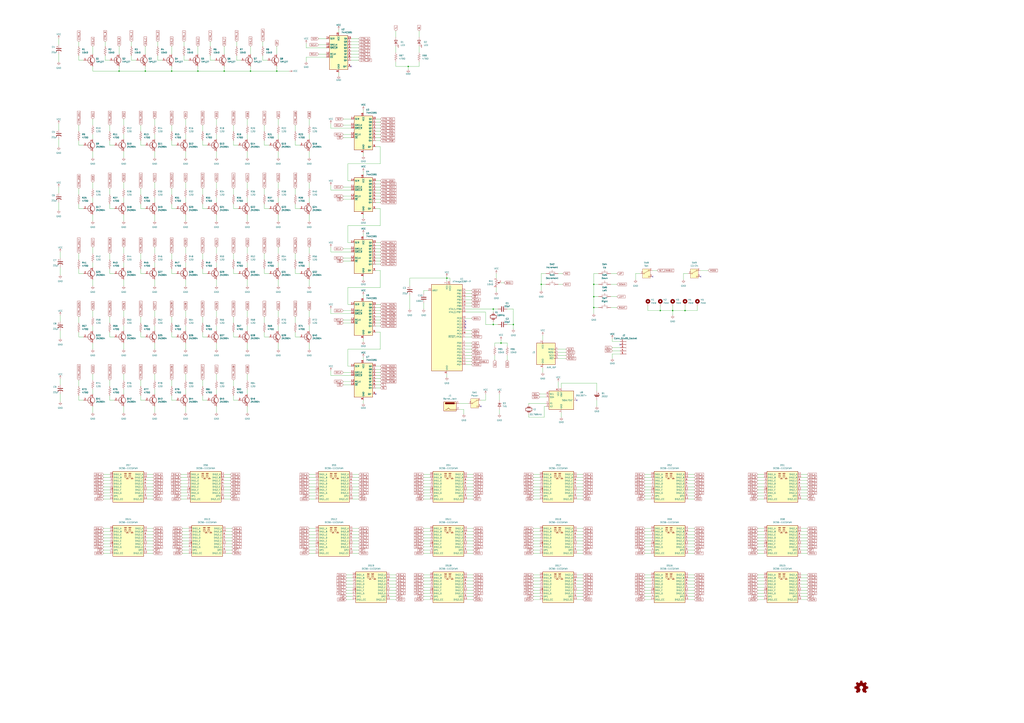
<source format=kicad_sch>
(kicad_sch (version 20250114) (generator "eeschema") (generator_version "9.0")
  (paper "A1")
  (title_block (title "IEEE Clock") (date "2025-06-01") (rev "1.1"))
  (junction (at 411.48 281.94))
  (junction (at 421.64 266.7))
  (junction (at 227.33 58.42))
  (junction (at 487.68 233.68))
  (junction (at 562.61 255.27))
  (junction (at 405.13 266.7))
  (junction (at 119.38 58.42))
  (junction (at 405.13 254))
  (junction (at 487.68 252.73))
  (junction (at 205.74 58.42))
  (junction (at 184.15 58.42))
  (junction (at 487.68 243.84))
  (junction (at 542.29 255.27))
  (junction (at 140.97 58.42))
  (junction (at 367.03 228.6))
  (junction (at 335.28 54.61))
  (junction (at 97.79 58.42))
  (junction (at 162.56 58.42))
  (junction (at 444.5 233.68))
  (junction (at 552.45 255.27))
  (no_connect (at 535.94 227.33))
  (no_connect (at 288.29 54.61))
  (no_connect (at 308.61 323.85))
  (no_connect (at 382.27 264.16))
  (no_connect (at 382.27 269.24))
  (no_connect (at 382.27 266.7))
  (no_connect (at 575.31 227.33))
  (no_connect (at 509.27 283.21))
  (no_connect (at 394.97 334.01))
  (no_connect (at 473.71 328.93))
  (wire (pts (xy 377.19 331.47) (xy 384.81 331.47)))
  (wire (pts (xy 166.37 102.87) (xy 166.37 107.95)))
  (wire (pts (xy 529.59 474.98) (xy 534.67 474.98)))
  (wire (pts (xy 473.71 490.22) (xy 478.79 490.22)))
  (wire (pts (xy 289.56 444.5) (xy 294.64 444.5)))
  (wire (pts (xy 152.4 97.79) (xy 152.4 102.87)))
  (wire (pts (xy 529.59 447.04) (xy 534.67 447.04)))
  (wire (pts (xy 284.48 482.6) (xy 289.56 482.6)))
  (wire (pts (xy 49.53 219.71) (xy 49.53 226.06)))
  (wire (pts (xy 312.42 120.65) (xy 312.42 134.62)))
  (wire (pts (xy 289.56 405.13) (xy 294.64 405.13)))
  (wire (pts (xy 166.37 119.38) (xy 170.18 119.38)))
  (wire (pts (xy 444.5 233.68) (xy 444.5 238.76)))
  (wire (pts (xy 344.17 50.8) (xy 344.17 54.61)))
  (wire (pts (xy 64.77 208.28) (xy 64.77 213.36)))
  (wire (pts (xy 228.6 229.87) (xy 228.6 234.95)))
  (wire (pts (xy 85.09 447.04) (xy 90.17 447.04)))
  (wire (pts (xy 152.4 255.27) (xy 152.4 260.35)))
  (wire (pts (xy 215.9 49.53) (xy 219.71 49.53)))
  (wire (pts (xy 85.09 400.05) (xy 90.17 400.05)))
  (wire (pts (xy 64.77 115.57) (xy 64.77 119.38)))
  (wire (pts (xy 298.45 227.33) (xy 298.45 229.87)))
  (wire (pts (xy 438.15 485.14) (xy 443.23 485.14)))
  (wire (pts (xy 76.2 307.34) (xy 76.2 312.42)))
  (wire (pts (xy 308.61 115.57) (xy 312.42 115.57)))
  (wire (pts (xy 242.57 260.35) (xy 242.57 265.43)))
  (wire (pts (xy 529.59 487.68) (xy 534.67 487.68)))
  (wire (pts (xy 152.4 320.04) (xy 152.4 323.85)))
  (wire (pts (xy 288.29 41.91) (xy 294.64 41.91)))
  (wire (pts (xy 416.56 266.7) (xy 421.64 266.7)))
  (wire (pts (xy 416.56 292.1) (xy 416.56 295.91)))
  (wire (pts (xy 438.15 410.21) (xy 443.23 410.21)))
  (wire (pts (xy 215.9 45.72) (xy 215.9 49.53)))
  (wire (pts (xy 308.61 161.29) (xy 312.42 161.29)))
  (wire (pts (xy 447.04 342.9) (xy 434.34 342.9)))
  (wire (pts (xy 254 110.49) (xy 254 114.3)))
  (wire (pts (xy 438.15 480.06) (xy 443.23 480.06)))
  (wire (pts (xy 288.29 34.29) (xy 294.64 34.29)))
  (wire (pts (xy 90.17 260.35) (xy 90.17 265.43)))
  (wire (pts (xy 622.3 410.21) (xy 627.38 410.21)))
  (wire (pts (xy 444.5 233.68) (xy 448.31 233.68)))
  (wire (pts (xy 347.98 238.76) (xy 347.98 241.3)))
  (wire (pts (xy 48.26 101.6) (xy 48.26 106.68)))
  (wire (pts (xy 347.98 454.66) (xy 353.06 454.66)))
  (wire (pts (xy 473.71 447.04) (xy 478.79 447.04)))
  (wire (pts (xy 140.97 208.28) (xy 140.97 213.36)))
  (wire (pts (xy 281.94 153.67) (xy 288.29 153.67)))
  (wire (pts (xy 325.12 38.1) (xy 325.12 43.18)))
  (wire (pts (xy 320.04 487.68) (xy 325.12 487.68)))
  (wire (pts (xy 382.27 287.02) (xy 387.35 287.02)))
  (wire (pts (xy 162.56 58.42) (xy 184.15 58.42)))
  (wire (pts (xy 509.27 290.83) (xy 502.92 290.83)))
  (wire (pts (xy 657.86 477.52) (xy 662.94 477.52)))
  (wire (pts (xy 565.15 487.68) (xy 570.23 487.68)))
  (wire (pts (xy 127 97.79) (xy 127 102.87)))
  (wire (pts (xy 97.79 38.1) (xy 97.79 44.45)))
  (wire (pts (xy 438.15 441.96) (xy 443.23 441.96)))
  (wire (pts (xy 217.17 220.98) (xy 217.17 224.79)))
  (wire (pts (xy 140.97 273.05) (xy 140.97 276.86)))
  (wire (pts (xy 565.15 407.67) (xy 570.23 407.67)))
  (wire (pts (xy 76.2 203.2) (xy 76.2 208.28)))
  (wire (pts (xy 281.94 306.07) (xy 288.29 306.07)))
  (wire (pts (xy 289.56 407.67) (xy 294.64 407.67)))
  (wire (pts (xy 657.86 434.34) (xy 662.94 434.34)))
  (wire (pts (xy 565.15 436.88) (xy 570.23 436.88)))
  (wire (pts (xy 86.36 45.72) (xy 86.36 49.53)))
  (wire (pts (xy 398.78 328.93) (xy 394.97 328.93)))
  (wire (pts (xy 398.78 256.54) (xy 398.78 266.7)))
  (wire (pts (xy 383.54 474.98) (xy 388.62 474.98)))
  (wire (pts (xy 115.57 220.98) (xy 115.57 224.79)))
  (wire (pts (xy 76.2 267.97) (xy 76.2 271.78)))
  (wire (pts (xy 85.09 452.12) (xy 90.17 452.12)))
  (wire (pts (xy 120.65 397.51) (xy 125.73 397.51)))
  (wire (pts (xy 367.03 228.6) (xy 336.55 228.6)))
  (wire (pts (xy 85.09 394.97) (xy 90.17 394.97)))
  (wire (pts (xy 438.15 397.51) (xy 443.23 397.51)))
  (wire (pts (xy 561.34 224.79) (xy 561.34 229.87)))
  (wire (pts (xy 473.71 472.44) (xy 478.79 472.44)))
  (wire (pts (xy 49.53 323.85) (xy 49.53 330.2)))
  (wire (pts (xy 140.97 171.45) (xy 144.78 171.45)))
  (wire (pts (xy 308.61 148.59) (xy 312.42 148.59)))
  (wire (pts (xy 529.59 410.21) (xy 534.67 410.21)))
  (wire (pts (xy 347.98 394.97) (xy 353.06 394.97)))
  (wire (pts (xy 509.27 280.67) (xy 502.92 280.67)))
  (wire (pts (xy 217.17 273.05) (xy 217.17 276.86)))
  (wire (pts (xy 382.27 294.64) (xy 387.35 294.64)))
  (wire (pts (xy 85.09 436.88) (xy 90.17 436.88)))
  (wire (pts (xy 473.71 449.58) (xy 478.79 449.58)))
  (wire (pts (xy 203.2 110.49) (xy 203.2 114.3)))
  (wire (pts (xy 438.15 492.76) (xy 443.23 492.76)))
  (wire (pts (xy 347.98 485.14) (xy 353.06 485.14)))
  (wire (pts (xy 64.77 312.42) (xy 64.77 317.5)))
  (wire (pts (xy 622.3 434.34) (xy 627.38 434.34)))
  (wire (pts (xy 298.45 242.57) (xy 298.45 245.11)))
  (wire (pts (xy 622.3 474.98) (xy 627.38 474.98)))
  (wire (pts (xy 115.57 328.93) (xy 119.38 328.93)))
  (wire (pts (xy 312.42 171.45) (xy 312.42 185.42)))
  (wire (pts (xy 382.27 274.32) (xy 387.35 274.32)))
  (wire (pts (xy 320.04 480.06) (xy 325.12 480.06)))
  (wire (pts (xy 166.37 273.05) (xy 166.37 276.86)))
  (wire (pts (xy 288.29 39.37) (xy 294.64 39.37)))
  (wire (pts (xy 289.56 452.12) (xy 294.64 452.12)))
  (wire (pts (xy 622.3 452.12) (xy 627.38 452.12)))
  (wire (pts (xy 622.3 394.97) (xy 627.38 394.97)))
  (wire (pts (xy 191.77 208.28) (xy 191.77 213.36)))
  (wire (pts (xy 347.98 248.92) (xy 347.98 254)))
  (wire (pts (xy 203.2 149.86) (xy 203.2 154.94)))
  (wire (pts (xy 101.6 176.53) (xy 101.6 181.61)))
  (wire (pts (xy 242.57 119.38) (xy 246.38 119.38)))
  (wire (pts (xy 308.61 300.99) (xy 312.42 300.99)))
  (wire (pts (xy 458.47 233.68) (xy 462.28 233.68)))
  (wire (pts (xy 166.37 208.28) (xy 166.37 213.36)))
  (wire (pts (xy 149.86 434.34) (xy 154.94 434.34)))
  (wire (pts (xy 382.27 241.3) (xy 387.35 241.3)))
  (wire (pts (xy 622.3 449.58) (xy 627.38 449.58)))
  (wire (pts (xy 622.3 454.66) (xy 627.38 454.66)))
  (wire (pts (xy 298.45 293.37) (xy 298.45 295.91)))
  (wire (pts (xy 473.71 405.13) (xy 478.79 405.13)))
  (wire (pts (xy 76.2 281.94) (xy 76.2 287.02)))
  (wire (pts (xy 308.61 250.19) (xy 312.42 250.19)))
  (wire (pts (xy 49.53 207.01) (xy 49.53 212.09)))
  (wire (pts (xy 325.12 25.4) (xy 325.12 30.48)))
  (wire (pts (xy 622.3 402.59) (xy 627.38 402.59)))
  (wire (pts (xy 289.56 394.97) (xy 294.64 394.97)))
  (wire (pts (xy 367.03 227.33) (xy 367.03 228.6)))
  (wire (pts (xy 90.17 224.79) (xy 93.98 224.79)))
  (wire (pts (xy 347.98 490.22) (xy 353.06 490.22)))
  (wire (pts (xy 382.27 243.84) (xy 387.35 243.84)))
  (wire (pts (xy 115.57 102.87) (xy 115.57 107.95)))
  (wire (pts (xy 347.98 447.04) (xy 353.06 447.04)))
  (wire (pts (xy 254 97.79) (xy 254 102.87)))
  (wire (pts (xy 410.21 323.85) (xy 410.21 328.93)))
  (wire (pts (xy 90.17 154.94) (xy 90.17 160.02)))
  (wire (pts (xy 288.29 156.21) (xy 271.78 156.21)))
  (wire (pts (xy 312.42 236.22) (xy 285.75 236.22)))
  (wire (pts (xy 217.17 154.94) (xy 217.17 160.02)))
  (wire (pts (xy 473.71 485.14) (xy 478.79 485.14)))
  (wire (pts (xy 76.2 320.04) (xy 76.2 323.85)))
  (wire (pts (xy 406.4 281.94) (xy 406.4 284.48)))
  (wire (pts (xy 565.15 472.44) (xy 570.23 472.44)))
  (wire (pts (xy 529.59 480.06) (xy 534.67 480.06)))
  (wire (pts (xy 473.71 392.43) (xy 478.79 392.43)))
  (wire (pts (xy 115.57 273.05) (xy 115.57 276.86)))
  (wire (pts (xy 85.09 402.59) (xy 90.17 402.59)))
  (wire (pts (xy 657.86 436.88) (xy 662.94 436.88)))
  (wire (pts (xy 308.61 267.97) (xy 312.42 267.97)))
  (wire (pts (xy 191.77 167.64) (xy 191.77 171.45)))
  (wire (pts (xy 377.19 336.55) (xy 381 336.55)))
  (wire (pts (xy 438.15 444.5) (xy 443.23 444.5)))
  (wire (pts (xy 308.61 217.17) (xy 312.42 217.17)))
  (wire (pts (xy 565.15 444.5) (xy 570.23 444.5)))
  (wire (pts (xy 445.77 302.26) (xy 445.77 306.07)))
  (wire (pts (xy 152.4 334.01) (xy 152.4 339.09)))
  (wire (pts (xy 308.61 308.61) (xy 312.42 308.61)))
  (wire (pts (xy 166.37 224.79) (xy 170.18 224.79)))
  (wire (pts (xy 228.6 149.86) (xy 228.6 154.94)))
  (wire (pts (xy 205.74 38.1) (xy 205.74 44.45)))
  (wire (pts (xy 49.53 311.15) (xy 49.53 316.23)))
  (wire (pts (xy 76.2 110.49) (xy 76.2 114.3)))
  (wire (pts (xy 529.59 405.13) (xy 534.67 405.13)))
  (wire (pts (xy 64.77 45.72) (xy 64.77 49.53)))
  (wire (pts (xy 565.15 454.66) (xy 570.23 454.66)))
  (wire (pts (xy 254 203.2) (xy 254 208.28)))
  (wire (pts (xy 203.2 176.53) (xy 203.2 181.61)))
  (wire (pts (xy 228.6 281.94) (xy 228.6 287.02)))
  (wire (pts (xy 529.59 389.89) (xy 534.67 389.89)))
  (wire (pts (xy 115.57 115.57) (xy 115.57 119.38)))
  (wire (pts (xy 177.8 149.86) (xy 177.8 154.94)))
  (wire (pts (xy 281.94 313.69) (xy 288.29 313.69)))
  (wire (pts (xy 228.6 255.27) (xy 228.6 260.35)))
  (wire (pts (xy 254 267.97) (xy 254 271.78)))
  (wire (pts (xy 308.61 107.95) (xy 312.42 107.95)))
  (wire (pts (xy 529.59 452.12) (xy 534.67 452.12)))
  (wire (pts (xy 127 176.53) (xy 127 181.61)))
  (wire (pts (xy 565.15 452.12) (xy 570.23 452.12)))
  (wire (pts (xy 76.2 334.01) (xy 76.2 339.09)))
  (wire (pts (xy 140.97 115.57) (xy 140.97 119.38)))
  (wire (pts (xy 127 229.87) (xy 127 234.95)))
  (wire (pts (xy 64.77 171.45) (xy 68.58 171.45)))
  (wire (pts (xy 657.86 397.51) (xy 662.94 397.51)))
  (wire (pts (xy 152.4 281.94) (xy 152.4 287.02)))
  (wire (pts (xy 254 215.9) (xy 254 219.71)))
  (wire (pts (xy 657.86 444.5) (xy 662.94 444.5)))
  (wire (pts (xy 149.86 441.96) (xy 154.94 441.96)))
  (wire (pts (xy 622.3 397.51) (xy 627.38 397.51)))
  (wire (pts (xy 657.86 407.67) (xy 662.94 407.67)))
  (wire (pts (xy 177.8 281.94) (xy 177.8 287.02)))
  (wire (pts (xy 149.86 449.58) (xy 154.94 449.58)))
  (wire (pts (xy 657.86 487.68) (xy 662.94 487.68)))
  (wire (pts (xy 367.03 228.6) (xy 369.57 228.6)))
  (wire (pts (xy 657.86 452.12) (xy 662.94 452.12)))
  (wire (pts (xy 271.78 203.2) (xy 271.78 207.01)))
  (wire (pts (xy 271.78 254) (xy 271.78 257.81)))
  (wire (pts (xy 101.6 320.04) (xy 101.6 323.85)))
  (wire (pts (xy 76.2 255.27) (xy 76.2 260.35)))
  (wire (pts (xy 228.6 176.53) (xy 228.6 181.61)))
  (wire (pts (xy 85.09 392.43) (xy 90.17 392.43)))
  (wire (pts (xy 64.77 325.12) (xy 64.77 328.93)))
  (wire (pts (xy 140.97 58.42) (xy 119.38 58.42)))
  (wire (pts (xy 120.65 444.5) (xy 125.73 444.5)))
  (wire (pts (xy 383.54 397.51) (xy 388.62 397.51)))
  (wire (pts (xy 285.75 199.39) (xy 288.29 199.39)))
  (wire (pts (xy 185.42 449.58) (xy 190.5 449.58)))
  (wire (pts (xy 347.98 402.59) (xy 353.06 402.59)))
  (wire (pts (xy 565.15 394.97) (xy 570.23 394.97)))
  (wire (pts (xy 367.03 307.34) (xy 367.03 309.88)))
  (wire (pts (xy 261.62 31.75) (xy 267.97 31.75)))
  (wire (pts (xy 177.8 176.53) (xy 177.8 181.61)))
  (wire (pts (xy 336.55 228.6) (xy 336.55 234.95)))
  (wire (pts (xy 242.57 276.86) (xy 246.38 276.86)))
  (wire (pts (xy 129.54 45.72) (xy 129.54 49.53)))
  (wire (pts (xy 382.27 246.38) (xy 387.35 246.38)))
  (wire (pts (xy 565.15 400.05) (xy 570.23 400.05)))
  (wire (pts (xy 473.71 452.12) (xy 478.79 452.12)))
  (wire (pts (xy 115.57 154.94) (xy 115.57 160.02)))
  (wire (pts (xy 228.6 267.97) (xy 228.6 271.78)))
  (wire (pts (xy 438.15 402.59) (xy 443.23 402.59)))
  (wire (pts (xy 308.61 257.81) (xy 312.42 257.81)))
  (wire (pts (xy 191.77 276.86) (xy 195.58 276.86)))
  (wire (pts (xy 177.8 229.87) (xy 177.8 234.95)))
  (wire (pts (xy 438.15 474.98) (xy 443.23 474.98)))
  (wire (pts (xy 308.61 316.23) (xy 312.42 316.23)))
  (wire (pts (xy 473.71 482.6) (xy 478.79 482.6)))
  (wire (pts (xy 458.47 224.79) (xy 462.28 224.79)))
  (wire (pts (xy 473.71 434.34) (xy 478.79 434.34)))
  (wire (pts (xy 90.17 171.45) (xy 93.98 171.45)))
  (wire (pts (xy 242.57 102.87) (xy 242.57 107.95)))
  (wire (pts (xy 166.37 171.45) (xy 170.18 171.45)))
  (wire (pts (xy 383.54 449.58) (xy 388.62 449.58)))
  (wire (pts (xy 48.26 44.45) (xy 48.26 50.8)))
  (wire (pts (xy 308.61 212.09) (xy 312.42 212.09)))
  (wire (pts (xy 487.68 252.73) (xy 491.49 252.73)))
  (wire (pts (xy 438.15 490.22) (xy 443.23 490.22)))
  (wire (pts (xy 185.42 447.04) (xy 190.5 447.04)))
  (wire (pts (xy 438.15 472.44) (xy 443.23 472.44)))
  (wire (pts (xy 289.56 389.89) (xy 294.64 389.89)))
  (wire (pts (xy 185.42 439.42) (xy 190.5 439.42)))
  (wire (pts (xy 149.86 452.12) (xy 154.94 452.12)))
  (wire (pts (xy 308.61 313.69) (xy 312.42 313.69)))
  (wire (pts (xy 191.77 312.42) (xy 191.77 317.5)))
  (wire (pts (xy 217.17 102.87) (xy 217.17 107.95)))
  (wire (pts (xy 289.56 402.59) (xy 294.64 402.59)))
  (wire (pts (xy 438.15 439.42) (xy 443.23 439.42)))
  (wire (pts (xy 85.09 407.67) (xy 90.17 407.67)))
  (wire (pts (xy 120.65 447.04) (xy 125.73 447.04)))
  (wire (pts (xy 501.65 243.84) (xy 506.73 243.84)))
  (wire (pts (xy 90.17 328.93) (xy 93.98 328.93)))
  (wire (pts (xy 184.15 402.59) (xy 189.23 402.59)))
  (wire (pts (xy 657.86 394.97) (xy 662.94 394.97)))
  (wire (pts (xy 101.6 267.97) (xy 101.6 271.78)))
  (wire (pts (xy 622.3 400.05) (xy 627.38 400.05)))
  (wire (pts (xy 308.61 255.27) (xy 312.42 255.27)))
  (wire (pts (xy 140.97 325.12) (xy 140.97 328.93)))
  (wire (pts (xy 438.15 394.97) (xy 443.23 394.97)))
  (wire (pts (xy 383.54 400.05) (xy 388.62 400.05)))
  (wire (pts (xy 320.04 474.98) (xy 325.12 474.98)))
  (wire (pts (xy 347.98 452.12) (xy 353.06 452.12)))
  (wire (pts (xy 120.65 405.13) (xy 125.73 405.13)))
  (wire (pts (xy 657.86 472.44) (xy 662.94 472.44)))
  (wire (pts (xy 529.59 407.67) (xy 534.67 407.67)))
  (wire (pts (xy 140.97 224.79) (xy 144.78 224.79)))
  (wire (pts (xy 657.86 439.42) (xy 662.94 439.42)))
  (wire (pts (xy 254 449.58) (xy 259.08 449.58)))
  (wire (pts (xy 254 281.94) (xy 254 287.02)))
  (wire (pts (xy 191.77 154.94) (xy 191.77 160.02)))
  (wire (pts (xy 85.09 441.96) (xy 90.17 441.96)))
  (wire (pts (xy 101.6 281.94) (xy 101.6 287.02)))
  (wire (pts (xy 228.6 203.2) (xy 228.6 208.28)))
  (wire (pts (xy 49.53 271.78) (xy 49.53 278.13)))
  (wire (pts (xy 64.77 119.38) (xy 68.58 119.38)))
  (wire (pts (xy 127 307.34) (xy 127 312.42)))
  (wire (pts (xy 383.54 407.67) (xy 388.62 407.67)))
  (wire (pts (xy 308.61 153.67) (xy 312.42 153.67)))
  (wire (pts (xy 502.92 288.29) (xy 509.27 288.29)))
  (wire (pts (xy 203.2 203.2) (xy 203.2 208.28)))
  (wire (pts (xy 191.77 273.05) (xy 191.77 276.86)))
  (wire (pts (xy 203.2 124.46) (xy 203.2 129.54)))
  (wire (pts (xy 267.97 39.37) (xy 251.46 39.37)))
  (wire (pts (xy 325.12 54.61) (xy 325.12 50.8)))
  (wire (pts (xy 529.59 394.97) (xy 534.67 394.97)))
  (wire (pts (xy 383.54 454.66) (xy 388.62 454.66)))
  (wire (pts (xy 85.09 389.89) (xy 90.17 389.89)))
  (wire (pts (xy 184.15 38.1) (xy 184.15 44.45)))
  (wire (pts (xy 76.2 58.42) (xy 97.79 58.42)))
  (wire (pts (xy 90.17 220.98) (xy 90.17 224.79)))
  (wire (pts (xy 101.6 124.46) (xy 101.6 129.54)))
  (wire (pts (xy 382.27 251.46) (xy 387.35 251.46)))
  (wire (pts (xy 217.17 208.28) (xy 217.17 213.36)))
  (wire (pts (xy 152.4 307.34) (xy 152.4 312.42)))
  (wire (pts (xy 177.8 215.9) (xy 177.8 219.71)))
  (wire (pts (xy 347.98 441.96) (xy 353.06 441.96)))
  (wire (pts (xy 382.27 292.1) (xy 387.35 292.1)))
  (wire (pts (xy 565.15 439.42) (xy 570.23 439.42)))
  (wire (pts (xy 285.75 148.59) (xy 288.29 148.59)))
  (wire (pts (xy 490.22 328.93) (xy 490.22 334.01)))
  (wire (pts (xy 529.59 490.22) (xy 534.67 490.22)))
  (wire (pts (xy 657.86 400.05) (xy 662.94 400.05)))
  (wire (pts (xy 529.59 492.76) (xy 534.67 492.76)))
  (wire (pts (xy 529.59 454.66) (xy 534.67 454.66)))
  (wire (pts (xy 410.21 336.55) (xy 410.21 340.36)))
  (wire (pts (xy 85.09 410.21) (xy 90.17 410.21)))
  (wire (pts (xy 421.64 266.7) (xy 421.64 270.51)))
  (wire (pts (xy 285.75 134.62) (xy 285.75 148.59)))
  (wire (pts (xy 162.56 54.61) (xy 162.56 58.42)))
  (wire (pts (xy 101.6 215.9) (xy 101.6 219.71)))
  (wire (pts (xy 657.86 474.98) (xy 662.94 474.98)))
  (wire (pts (xy 308.61 204.47) (xy 312.42 204.47)))
  (wire (pts (xy 85.09 439.42) (xy 90.17 439.42)))
  (wire (pts (xy 383.54 434.34) (xy 388.62 434.34)))
  (wire (pts (xy 529.59 402.59) (xy 534.67 402.59)))
  (wire (pts (xy 552.45 255.27) (xy 552.45 251.46)))
  (wire (pts (xy 487.68 252.73) (xy 487.68 257.81)))
  (wire (pts (xy 347.98 449.58) (xy 353.06 449.58)))
  (wire (pts (xy 434.34 342.9) (xy 434.34 340.36)))
  (wire (pts (xy 473.71 402.59) (xy 478.79 402.59)))
  (wire (pts (xy 191.77 325.12) (xy 191.77 328.93)))
  (wire (pts (xy 177.8 320.04) (xy 177.8 323.85)))
  (wire (pts (xy 184.15 397.51) (xy 189.23 397.51)))
  (wire (pts (xy 185.42 444.5) (xy 190.5 444.5)))
  (wire (pts (xy 254 124.46) (xy 254 129.54)))
  (wire (pts (xy 347.98 436.88) (xy 353.06 436.88)))
  (wire (pts (xy 251.46 46.99) (xy 267.97 46.99)))
  (wire (pts (xy 151.13 34.29) (xy 151.13 38.1)))
  (wire (pts (xy 115.57 260.35) (xy 115.57 265.43)))
  (wire (pts (xy 127 110.49) (xy 127 114.3)))
  (wire (pts (xy 347.98 405.13) (xy 353.06 405.13)))
  (wire (pts (xy 347.98 397.51) (xy 353.06 397.51)))
  (wire (pts (xy 383.54 477.52) (xy 388.62 477.52)))
  (wire (pts (xy 278.13 59.69) (xy 278.13 62.23)))
  (wire (pts (xy 383.54 410.21) (xy 388.62 410.21)))
  (wire (pts (xy 657.86 454.66) (xy 662.94 454.66)))
  (wire (pts (xy 90.17 276.86) (xy 93.98 276.86)))
  (wire (pts (xy 552.45 259.08) (xy 552.45 255.27)))
  (wire (pts (xy 473.71 410.21) (xy 478.79 410.21)))
  (wire (pts (xy 191.77 119.38) (xy 195.58 119.38)))
  (wire (pts (xy 347.98 434.34) (xy 353.06 434.34)))
  (wire (pts (xy 217.17 260.35) (xy 217.17 265.43)))
  (wire (pts (xy 575.31 222.25) (xy 581.66 222.25)))
  (wire (pts (xy 308.61 265.43) (xy 312.42 265.43)))
  (wire (pts (xy 76.2 124.46) (xy 76.2 129.54)))
  (wire (pts (xy 438.15 400.05) (xy 443.23 400.05)))
  (wire (pts (xy 382.27 281.94) (xy 387.35 281.94)))
  (wire (pts (xy 438.15 434.34) (xy 443.23 434.34)))
  (wire (pts (xy 383.54 482.6) (xy 388.62 482.6)))
  (wire (pts (xy 242.57 171.45) (xy 246.38 171.45)))
  (wire (pts (xy 622.3 482.6) (xy 627.38 482.6)))
  (wire (pts (xy 127 281.94) (xy 127 287.02)))
  (wire (pts (xy 298.45 278.13) (xy 298.45 280.67)))
  (wire (pts (xy 289.56 454.66) (xy 294.64 454.66)))
  (wire (pts (xy 127 267.97) (xy 127 271.78)))
  (wire (pts (xy 473.71 394.97) (xy 478.79 394.97)))
  (wire (pts (xy 289.56 434.34) (xy 294.64 434.34)))
  (wire (pts (xy 473.71 480.06) (xy 478.79 480.06)))
  (wire (pts (xy 308.61 158.75) (xy 312.42 158.75)))
  (wire (pts (xy 298.45 176.53) (xy 298.45 179.07)))
  (wire (pts (xy 151.13 45.72) (xy 151.13 49.53)))
  (wire (pts (xy 281.94 214.63) (xy 288.29 214.63)))
  (wire (pts (xy 438.15 392.43) (xy 443.23 392.43)))
  (wire (pts (xy 119.38 54.61) (xy 119.38 58.42)))
  (wire (pts (xy 271.78 304.8) (xy 271.78 308.61)))
  (wire (pts (xy 383.54 487.68) (xy 388.62 487.68)))
  (wire (pts (xy 383.54 485.14) (xy 388.62 485.14)))
  (wire (pts (xy 383.54 392.43) (xy 388.62 392.43)))
  (wire (pts (xy 288.29 49.53) (xy 294.64 49.53)))
  (wire (pts (xy 205.74 58.42) (xy 227.33 58.42)))
  (wire (pts (xy 622.3 480.06) (xy 627.38 480.06)))
  (wire (pts (xy 228.6 124.46) (xy 228.6 129.54)))
  (wire (pts (xy 254 176.53) (xy 254 181.61)))
  (wire (pts (xy 565.15 490.22) (xy 570.23 490.22)))
  (wire (pts (xy 120.65 434.34) (xy 125.73 434.34)))
  (wire (pts (xy 228.6 110.49) (xy 228.6 114.3)))
  (wire (pts (xy 529.59 441.96) (xy 534.67 441.96)))
  (wire (pts (xy 85.09 434.34) (xy 90.17 434.34)))
  (wire (pts (xy 120.65 410.21) (xy 125.73 410.21)))
  (wire (pts (xy 622.3 477.52) (xy 627.38 477.52)))
  (wire (pts (xy 308.61 252.73) (xy 312.42 252.73)))
  (wire (pts (xy 203.2 281.94) (xy 203.2 287.02)))
  (wire (pts (xy 289.56 410.21) (xy 294.64 410.21)))
  (wire (pts (xy 203.2 97.79) (xy 203.2 102.87)))
  (wire (pts (xy 203.2 229.87) (xy 203.2 234.95)))
  (wire (pts (xy 562.61 255.27) (xy 572.77 255.27)))
  (wire (pts (xy 622.3 436.88) (xy 627.38 436.88)))
  (wire (pts (xy 64.77 49.53) (xy 68.58 49.53)))
  (wire (pts (xy 473.71 436.88) (xy 478.79 436.88)))
  (wire (pts (xy 281.94 161.29) (xy 288.29 161.29)))
  (wire (pts (xy 491.49 243.84) (xy 487.68 243.84)))
  (wire (pts (xy 284.48 490.22) (xy 289.56 490.22)))
  (wire (pts (xy 90.17 273.05) (xy 90.17 276.86)))
  (wire (pts (xy 228.6 97.79) (xy 228.6 102.87)))
  (wire (pts (xy 458.47 289.56) (xy 464.82 289.56)))
  (wire (pts (xy 565.15 480.06) (xy 570.23 480.06)))
  (wire (pts (xy 288.29 44.45) (xy 294.64 44.45)))
  (wire (pts (xy 119.38 58.42) (xy 97.79 58.42)))
  (wire (pts (xy 473.71 397.51) (xy 478.79 397.51)))
  (wire (pts (xy 289.56 436.88) (xy 294.64 436.88)))
  (wire (pts (xy 383.54 441.96) (xy 388.62 441.96)))
  (wire (pts (xy 184.15 410.21) (xy 189.23 410.21)))
  (wire (pts (xy 85.09 397.51) (xy 90.17 397.51)))
  (wire (pts (xy 657.86 482.6) (xy 662.94 482.6)))
  (wire (pts (xy 458.47 313.69) (xy 458.47 318.77)))
  (wire (pts (xy 254 149.86) (xy 254 154.94)))
  (wire (pts (xy 622.3 492.76) (xy 627.38 492.76)))
  (wire (pts (xy 97.79 54.61) (xy 97.79 58.42)))
  (wire (pts (xy 254 162.56) (xy 254 166.37)))
  (wire (pts (xy 473.71 441.96) (xy 478.79 441.96)))
  (wire (pts (xy 281.94 262.89) (xy 288.29 262.89)))
  (wire (pts (xy 101.6 203.2) (xy 101.6 208.28)))
  (wire (pts (xy 185.42 434.34) (xy 190.5 434.34)))
  (wire (pts (xy 382.27 289.56) (xy 387.35 289.56)))
  (wire (pts (xy 622.3 389.89) (xy 627.38 389.89)))
  (wire (pts (xy 148.59 402.59) (xy 153.67 402.59)))
  (wire (pts (xy 565.15 474.98) (xy 570.23 474.98)))
  (wire (pts (xy 152.4 229.87) (xy 152.4 234.95)))
  (wire (pts (xy 382.27 297.18) (xy 387.35 297.18)))
  (wire (pts (xy 383.54 480.06) (xy 388.62 480.06)))
  (wire (pts (xy 184.15 394.97) (xy 189.23 394.97)))
  (wire (pts (xy 254 229.87) (xy 254 234.95)))
  (wire (pts (xy 347.98 482.6) (xy 353.06 482.6)))
  (wire (pts (xy 281.94 255.27) (xy 288.29 255.27)))
  (wire (pts (xy 86.36 49.53) (xy 90.17 49.53)))
  (wire (pts (xy 284.48 485.14) (xy 289.56 485.14)))
  (wire (pts (xy 487.68 224.79) (xy 487.68 233.68)))
  (wire (pts (xy 149.86 436.88) (xy 154.94 436.88)))
  (wire (pts (xy 487.68 243.84) (xy 487.68 252.73)))
  (wire (pts (xy 242.57 167.64) (xy 242.57 171.45)))
  (wire (pts (xy 288.29 31.75) (xy 294.64 31.75)))
  (wire (pts (xy 120.65 449.58) (xy 125.73 449.58)))
  (wire (pts (xy 411.48 281.94) (xy 406.4 281.94)))
  (wire (pts (xy 115.57 171.45) (xy 119.38 171.45)))
  (wire (pts (xy 535.94 222.25) (xy 539.75 222.25)))
  (wire (pts (xy 347.98 392.43) (xy 353.06 392.43)))
  (wire (pts (xy 120.65 452.12) (xy 125.73 452.12)))
  (wire (pts (xy 298.45 140.97) (xy 298.45 143.51)))
  (wire (pts (xy 227.33 54.61) (xy 227.33 58.42)))
  (wire (pts (xy 228.6 215.9) (xy 228.6 219.71)))
  (wire (pts (xy 140.97 102.87) (xy 140.97 107.95)))
  (wire (pts (xy 172.72 49.53) (xy 176.53 49.53)))
  (wire (pts (xy 90.17 325.12) (xy 90.17 328.93)))
  (wire (pts (xy 203.2 255.27) (xy 203.2 260.35)))
  (wire (pts (xy 657.86 447.04) (xy 662.94 447.04)))
  (wire (pts (xy 129.54 49.53) (xy 133.35 49.53)))
  (wire (pts (xy 254 392.43) (xy 259.08 392.43)))
  (wire (pts (xy 140.97 276.86) (xy 144.78 276.86)))
  (wire (pts (xy 382.27 254) (xy 405.13 254)))
  (wire (pts (xy 140.97 58.42) (xy 162.56 58.42)))
  (wire (pts (xy 347.98 480.06) (xy 353.06 480.06)))
  (wire (pts (xy 565.15 492.76) (xy 570.23 492.76)))
  (wire (pts (xy 162.56 38.1) (xy 162.56 44.45)))
  (wire (pts (xy 64.77 224.79) (xy 68.58 224.79)))
  (wire (pts (xy 438.15 452.12) (xy 443.23 452.12)))
  (wire (pts (xy 565.15 485.14) (xy 570.23 485.14)))
  (wire (pts (xy 177.8 124.46) (xy 177.8 129.54)))
  (wire (pts (xy 166.37 328.93) (xy 170.18 328.93)))
  (wire (pts (xy 347.98 407.67) (xy 353.06 407.67)))
  (wire (pts (xy 308.61 97.79) (xy 312.42 97.79)))
  (wire (pts (xy 115.57 224.79) (xy 119.38 224.79)))
  (wire (pts (xy 254 410.21) (xy 259.08 410.21)))
  (wire (pts (xy 622.3 441.96) (xy 627.38 441.96)))
  (wire (pts (xy 289.56 392.43) (xy 294.64 392.43)))
  (wire (pts (xy 288.29 308.61) (xy 271.78 308.61)))
  (wire (pts (xy 308.61 156.21) (xy 312.42 156.21)))
  (wire (pts (xy 166.37 276.86) (xy 170.18 276.86)))
  (wire (pts (xy 177.8 97.79) (xy 177.8 102.87)))
  (wire (pts (xy 148.59 410.21) (xy 153.67 410.21)))
  (wire (pts (xy 473.71 444.5) (xy 478.79 444.5)))
  (wire (pts (xy 542.29 255.27) (xy 532.13 255.27)))
  (wire (pts (xy 622.3 444.5) (xy 627.38 444.5)))
  (wire (pts (xy 127 124.46) (xy 127 129.54)))
  (wire (pts (xy 49.53 259.08) (xy 49.53 264.16)))
  (wire (pts (xy 285.75 287.02) (xy 285.75 300.99)))
  (wire (pts (xy 438.15 405.13) (xy 443.23 405.13)))
  (wire (pts (xy 254 397.51) (xy 259.08 397.51)))
  (wire (pts (xy 552.45 255.27) (xy 542.29 255.27)))
  (wire (pts (xy 288.29 257.81) (xy 271.78 257.81)))
  (wire (pts (xy 203.2 162.56) (xy 203.2 166.37)))
  (wire (pts (xy 562.61 255.27) (xy 562.61 251.46)))
  (wire (pts (xy 217.17 115.57) (xy 217.17 119.38)))
  (wire (pts (xy 185.42 452.12) (xy 190.5 452.12)))
  (wire (pts (xy 86.36 34.29) (xy 86.36 38.1)))
  (wire (pts (xy 254 405.13) (xy 259.08 405.13)))
  (wire (pts (xy 438.15 389.89) (xy 443.23 389.89)))
  (wire (pts (xy 152.4 215.9) (xy 152.4 219.71)))
  (wire (pts (xy 383.54 472.44) (xy 388.62 472.44)))
  (wire (pts (xy 657.86 402.59) (xy 662.94 402.59)))
  (wire (pts (xy 298.45 191.77) (xy 298.45 194.31)))
  (wire (pts (xy 565.15 449.58) (xy 570.23 449.58)))
  (wire (pts (xy 406.4 292.1) (xy 406.4 295.91)))
  (wire (pts (xy 473.71 439.42) (xy 478.79 439.42)))
  (wire (pts (xy 254 255.27) (xy 254 260.35)))
  (wire (pts (xy 473.71 407.67) (xy 478.79 407.67)))
  (wire (pts (xy 278.13 24.13) (xy 278.13 26.67)))
  (wire (pts (xy 148.59 405.13) (xy 153.67 405.13)))
  (wire (pts (xy 438.15 449.58) (xy 443.23 449.58)))
  (wire (pts (xy 521.97 224.79) (xy 521.97 229.87)))
  (wire (pts (xy 383.54 439.42) (xy 388.62 439.42)))
  (wire (pts (xy 347.98 444.5) (xy 353.06 444.5)))
  (wire (pts (xy 203.2 307.34) (xy 203.2 312.42)))
  (wire (pts (xy 64.77 220.98) (xy 64.77 224.79)))
  (wire (pts (xy 288.29 207.01) (xy 271.78 207.01)))
  (wire (pts (xy 398.78 323.85) (xy 398.78 328.93)))
  (wire (pts (xy 184.15 405.13) (xy 189.23 405.13)))
  (wire (pts (xy 622.3 407.67) (xy 627.38 407.67)))
  (wire (pts (xy 532.13 255.27) (xy 532.13 251.46)))
  (wire (pts (xy 565.15 477.52) (xy 570.23 477.52)))
  (wire (pts (xy 177.8 110.49) (xy 177.8 114.3)))
  (wire (pts (xy 251.46 35.56) (xy 251.46 39.37)))
  (wire (pts (xy 382.27 248.92) (xy 387.35 248.92)))
  (wire (pts (xy 416.56 284.48) (xy 416.56 281.94)))
  (wire (pts (xy 48.26 166.37) (xy 48.26 172.72)))
  (wire (pts (xy 177.8 267.97) (xy 177.8 271.78)))
  (wire (pts (xy 120.65 454.66) (xy 125.73 454.66)))
  (wire (pts (xy 565.15 389.89) (xy 570.23 389.89)))
  (wire (pts (xy 473.71 389.89) (xy 478.79 389.89)))
  (wire (pts (xy 529.59 439.42) (xy 534.67 439.42)))
  (wire (pts (xy 336.55 242.57) (xy 336.55 254)))
  (wire (pts (xy 288.29 36.83) (xy 294.64 36.83)))
  (wire (pts (xy 64.77 167.64) (xy 64.77 171.45)))
  (wire (pts (xy 254 454.66) (xy 259.08 454.66)))
  (wire (pts (xy 107.95 45.72) (xy 107.95 49.53)))
  (wire (pts (xy 565.15 392.43) (xy 570.23 392.43)))
  (wire (pts (xy 344.17 54.61) (xy 335.28 54.61)))
  (wire (pts (xy 383.54 436.88) (xy 388.62 436.88)))
  (wire (pts (xy 148.59 397.51) (xy 153.67 397.51)))
  (wire (pts (xy 458.47 292.1) (xy 464.82 292.1)))
  (wire (pts (xy 289.56 441.96) (xy 294.64 441.96)))
  (wire (pts (xy 308.61 113.03) (xy 312.42 113.03)))
  (wire (pts (xy 184.15 392.43) (xy 189.23 392.43)))
  (wire (pts (xy 120.65 407.67) (xy 125.73 407.67)))
  (wire (pts (xy 217.17 167.64) (xy 217.17 171.45)))
  (wire (pts (xy 203.2 334.01) (xy 203.2 339.09)))
  (wire (pts (xy 289.56 397.51) (xy 294.64 397.51)))
  (wire (pts (xy 227.33 58.42) (xy 237.49 58.42)))
  (wire (pts (xy 382.27 256.54) (xy 398.78 256.54)))
  (wire (pts (xy 405.13 266.7) (xy 408.94 266.7)))
  (wire (pts (xy 140.97 328.93) (xy 144.78 328.93)))
  (wire (pts (xy 127 203.2) (xy 127 208.28)))
  (wire (pts (xy 48.26 31.75) (xy 48.26 36.83)))
  (wire (pts (xy 120.65 402.59) (xy 125.73 402.59)))
  (wire (pts (xy 129.54 34.29) (xy 129.54 38.1)))
  (wire (pts (xy 149.86 444.5) (xy 154.94 444.5)))
  (wire (pts (xy 203.2 215.9) (xy 203.2 219.71)))
  (wire (pts (xy 271.78 152.4) (xy 271.78 156.21)))
  (wire (pts (xy 140.97 54.61) (xy 140.97 58.42)))
  (wire (pts (xy 127 162.56) (xy 127 166.37)))
  (wire (pts (xy 285.75 185.42) (xy 285.75 199.39)))
  (wire (pts (xy 657.86 480.06) (xy 662.94 480.06)))
  (wire (pts (xy 347.98 487.68) (xy 353.06 487.68)))
  (wire (pts (xy 308.61 214.63) (xy 312.42 214.63)))
  (wire (pts (xy 312.42 185.42) (xy 285.75 185.42)))
  (wire (pts (xy 438.15 482.6) (xy 443.23 482.6)))
  (wire (pts (xy 320.04 485.14) (xy 325.12 485.14)))
  (wire (pts (xy 166.37 167.64) (xy 166.37 171.45)))
  (wire (pts (xy 184.15 54.61) (xy 184.15 58.42)))
  (wire (pts (xy 184.15 407.67) (xy 189.23 407.67)))
  (wire (pts (xy 227.33 38.1) (xy 227.33 44.45)))
  (wire (pts (xy 438.15 436.88) (xy 443.23 436.88)))
  (wire (pts (xy 115.57 312.42) (xy 115.57 317.5)))
  (wire (pts (xy 529.59 449.58) (xy 534.67 449.58)))
  (wire (pts (xy 281.94 163.83) (xy 288.29 163.83)))
  (wire (pts (xy 149.86 454.66) (xy 154.94 454.66)))
  (wire (pts (xy 101.6 229.87) (xy 101.6 234.95)))
  (wire (pts (xy 64.77 276.86) (xy 68.58 276.86)))
  (wire (pts (xy 657.86 392.43) (xy 662.94 392.43)))
  (wire (pts (xy 416.56 254) (xy 421.64 254)))
  (wire (pts (xy 458.47 294.64) (xy 464.82 294.64)))
  (wire (pts (xy 166.37 115.57) (xy 166.37 119.38)))
  (wire (pts (xy 308.61 260.35) (xy 312.42 260.35)))
  (wire (pts (xy 166.37 154.94) (xy 166.37 160.02)))
  (wire (pts (xy 191.77 260.35) (xy 191.77 265.43)))
  (wire (pts (xy 382.27 299.72) (xy 387.35 299.72)))
  (wire (pts (xy 308.61 171.45) (xy 312.42 171.45)))
  (wire (pts (xy 285.75 236.22) (xy 285.75 250.19)))
  (wire (pts (xy 461.01 339.09) (xy 461.01 342.9)))
  (wire (pts (xy 242.57 208.28) (xy 242.57 213.36)))
  (wire (pts (xy 281.94 110.49) (xy 288.29 110.49)))
  (wire (pts (xy 347.98 474.98) (xy 353.06 474.98)))
  (wire (pts (xy 76.2 54.61) (xy 76.2 58.42)))
  (wire (pts (xy 529.59 397.51) (xy 534.67 397.51)))
  (wire (pts (xy 657.86 405.13) (xy 662.94 405.13)))
  (wire (pts (xy 64.77 273.05) (xy 64.77 276.86)))
  (wire (pts (xy 284.48 477.52) (xy 289.56 477.52)))
  (wire (pts (xy 184.15 389.89) (xy 189.23 389.89)))
  (wire (pts (xy 461.01 314.96) (xy 461.01 318.77)))
  (wire (pts (xy 166.37 325.12) (xy 166.37 328.93)))
  (wire (pts (xy 149.86 447.04) (xy 154.94 447.04)))
  (wire (pts (xy 344.17 38.1) (xy 344.17 43.18)))
  (wire (pts (xy 140.97 260.35) (xy 140.97 265.43)))
  (wire (pts (xy 289.56 449.58) (xy 294.64 449.58)))
  (wire (pts (xy 152.4 176.53) (xy 152.4 181.61)))
  (wire (pts (xy 254 441.96) (xy 259.08 441.96)))
  (wire (pts (xy 284.48 487.68) (xy 289.56 487.68)))
  (wire (pts (xy 369.57 231.14) (xy 369.57 228.6)))
  (wire (pts (xy 119.38 38.1) (xy 119.38 44.45)))
  (wire (pts (xy 443.23 326.39) (xy 448.31 326.39)))
  (wire (pts (xy 64.77 102.87) (xy 64.77 107.95)))
  (wire (pts (xy 101.6 334.01) (xy 101.6 339.09)))
  (wire (pts (xy 308.61 100.33) (xy 312.42 100.33)))
  (wire (pts (xy 565.15 410.21) (xy 570.23 410.21)))
  (wire (pts (xy 308.61 207.01) (xy 312.42 207.01)))
  (wire (pts (xy 344.17 25.4) (xy 344.17 30.48)))
  (wire (pts (xy 308.61 102.87) (xy 312.42 102.87)))
  (wire (pts (xy 298.45 125.73) (xy 298.45 128.27)))
  (wire (pts (xy 405.13 264.16) (xy 405.13 266.7)))
  (wire (pts (xy 502.92 290.83) (xy 502.92 294.64)))
  (wire (pts (xy 115.57 167.64) (xy 115.57 171.45)))
  (wire (pts (xy 308.61 306.07) (xy 312.42 306.07)))
  (wire (pts (xy 312.42 273.05) (xy 312.42 287.02)))
  (wire (pts (xy 261.62 44.45) (xy 267.97 44.45)))
  (wire (pts (xy 281.94 212.09) (xy 288.29 212.09)))
  (wire (pts (xy 382.27 284.48) (xy 387.35 284.48)))
  (wire (pts (xy 120.65 436.88) (xy 125.73 436.88)))
  (wire (pts (xy 622.3 447.04) (xy 627.38 447.04)))
  (wire (pts (xy 127 215.9) (xy 127 219.71)))
  (wire (pts (xy 177.8 307.34) (xy 177.8 312.42)))
  (wire (pts (xy 101.6 149.86) (xy 101.6 154.94)))
  (wire (pts (xy 502.92 285.75) (xy 509.27 285.75)))
  (wire (pts (xy 565.15 441.96) (xy 570.23 441.96)))
  (wire (pts (xy 383.54 389.89) (xy 388.62 389.89)))
  (wire (pts (xy 622.3 392.43) (xy 627.38 392.43)))
  (wire (pts (xy 85.09 454.66) (xy 90.17 454.66)))
  (wire (pts (xy 242.57 224.79) (xy 246.38 224.79)))
  (wire (pts (xy 194.31 49.53) (xy 198.12 49.53)))
  (wire (pts (xy 443.23 323.85) (xy 448.31 323.85)))
  (wire (pts (xy 85.09 444.5) (xy 90.17 444.5)))
  (wire (pts (xy 48.26 153.67) (xy 48.26 158.75)))
  (wire (pts (xy 308.61 163.83) (xy 312.42 163.83)))
  (wire (pts (xy 367.03 228.6) (xy 367.03 231.14)))
  (wire (pts (xy 48.26 114.3) (xy 48.26 120.65)))
  (wire (pts (xy 622.3 490.22) (xy 627.38 490.22)))
  (wire (pts (xy 254 389.89) (xy 259.08 389.89)))
  (wire (pts (xy 308.61 151.13) (xy 312.42 151.13)))
  (wire (pts (xy 140.97 220.98) (xy 140.97 224.79)))
  (wire (pts (xy 254 444.5) (xy 259.08 444.5)))
  (wire (pts (xy 407.67 236.22) (xy 407.67 240.03)))
  (wire (pts (xy 281.94 316.23) (xy 288.29 316.23)))
  (wire (pts (xy 565.15 482.6) (xy 570.23 482.6)))
  (wire (pts (xy 120.65 441.96) (xy 125.73 441.96)))
  (wire (pts (xy 411.48 232.41) (xy 414.02 232.41)))
  (wire (pts (xy 148.59 392.43) (xy 153.67 392.43)))
  (wire (pts (xy 254 402.59) (xy 259.08 402.59)))
  (wire (pts (xy 565.15 405.13) (xy 570.23 405.13)))
  (wire (pts (xy 308.61 222.25) (xy 312.42 222.25)))
  (wire (pts (xy 64.77 328.93) (xy 68.58 328.93)))
  (wire (pts (xy 284.48 492.76) (xy 289.56 492.76)))
  (wire (pts (xy 281.94 102.87) (xy 288.29 102.87)))
  (wire (pts (xy 458.47 287.02) (xy 464.82 287.02)))
  (wire (pts (xy 448.31 334.01) (xy 447.04 334.01)))
  (wire (pts (xy 308.61 110.49) (xy 312.42 110.49)))
  (wire (pts (xy 76.2 176.53) (xy 76.2 181.61)))
  (wire (pts (xy 529.59 400.05) (xy 534.67 400.05)))
  (wire (pts (xy 254 407.67) (xy 259.08 407.67)))
  (wire (pts (xy 254 452.12) (xy 259.08 452.12)))
  (wire (pts (xy 529.59 485.14) (xy 534.67 485.14)))
  (wire (pts (xy 529.59 436.88) (xy 534.67 436.88)))
  (wire (pts (xy 501.65 224.79) (xy 506.73 224.79)))
  (wire (pts (xy 115.57 276.86) (xy 119.38 276.86)))
  (wire (pts (xy 438.15 407.67) (xy 443.23 407.67)))
  (wire (pts (xy 320.04 472.44) (xy 325.12 472.44)))
  (wire (pts (xy 194.31 45.72) (xy 194.31 49.53)))
  (wire (pts (xy 565.15 447.04) (xy 570.23 447.04)))
  (wire (pts (xy 347.98 400.05) (xy 353.06 400.05)))
  (wire (pts (xy 501.65 233.68) (xy 506.73 233.68)))
  (wire (pts (xy 657.86 492.76) (xy 662.94 492.76)))
  (wire (pts (xy 622.3 439.42) (xy 627.38 439.42)))
  (wire (pts (xy 254 434.34) (xy 259.08 434.34)))
  (wire (pts (xy 217.17 171.45) (xy 220.98 171.45)))
  (wire (pts (xy 335.28 54.61) (xy 325.12 54.61)))
  (wire (pts (xy 347.98 472.44) (xy 353.06 472.44)))
  (wire (pts (xy 285.75 300.99) (xy 288.29 300.99)))
  (wire (pts (xy 308.61 120.65) (xy 312.42 120.65)))
  (wire (pts (xy 191.77 115.57) (xy 191.77 119.38)))
  (wire (pts (xy 242.57 154.94) (xy 242.57 160.02)))
  (wire (pts (xy 351.79 238.76) (xy 347.98 238.76)))
  (wire (pts (xy 172.72 45.72) (xy 172.72 49.53)))
  (wire (pts (xy 572.77 255.27) (xy 572.77 251.46)))
  (wire (pts (xy 203.2 267.97) (xy 203.2 271.78)))
  (wire (pts (xy 140.97 119.38) (xy 144.78 119.38)))
  (wire (pts (xy 438.15 454.66) (xy 443.23 454.66)))
  (wire (pts (xy 622.3 405.13) (xy 627.38 405.13)))
  (wire (pts (xy 383.54 394.97) (xy 388.62 394.97)))
  (wire (pts (xy 191.77 102.87) (xy 191.77 107.95)))
  (wire (pts (xy 185.42 454.66) (xy 190.5 454.66)))
  (wire (pts (xy 552.45 255.27) (xy 562.61 255.27)))
  (wire (pts (xy 382.27 238.76) (xy 387.35 238.76)))
  (wire (pts (xy 308.61 105.41) (xy 312.42 105.41)))
  (wire (pts (xy 64.77 34.29) (xy 64.77 38.1)))
  (wire (pts (xy 281.94 265.43) (xy 288.29 265.43)))
  (wire (pts (xy 308.61 166.37) (xy 312.42 166.37)))
  (wire (pts (xy 529.59 434.34) (xy 534.67 434.34)))
  (wire (pts (xy 194.31 34.29) (xy 194.31 38.1)))
  (wire (pts (xy 383.54 490.22) (xy 388.62 490.22)))
  (wire (pts (xy 115.57 325.12) (xy 115.57 328.93)))
  (wire (pts (xy 347.98 439.42) (xy 353.06 439.42)))
  (wire (pts (xy 127 149.86) (xy 127 154.94)))
  (wire (pts (xy 90.17 312.42) (xy 90.17 317.5)))
  (wire (pts (xy 657.86 410.21) (xy 662.94 410.21)))
  (wire (pts (xy 438.15 487.68) (xy 443.23 487.68)))
  (wire (pts (xy 254 400.05) (xy 259.08 400.05)))
  (wire (pts (xy 76.2 162.56) (xy 76.2 166.37)))
  (wire (pts (xy 191.77 220.98) (xy 191.77 224.79)))
  (wire (pts (xy 308.61 262.89) (xy 312.42 262.89)))
  (wire (pts (xy 308.61 318.77) (xy 312.42 318.77)))
  (wire (pts (xy 184.15 400.05) (xy 189.23 400.05)))
  (wire (pts (xy 501.65 252.73) (xy 506.73 252.73)))
  (wire (pts (xy 281.94 97.79) (xy 288.29 97.79)))
  (wire (pts (xy 487.68 233.68) (xy 491.49 233.68)))
  (wire (pts (xy 251.46 46.99) (xy 251.46 50.8)))
  (wire (pts (xy 101.6 110.49) (xy 101.6 114.3)))
  (wire (pts (xy 284.48 474.98) (xy 289.56 474.98)))
  (wire (pts (xy 320.04 482.6) (xy 325.12 482.6)))
  (wire (pts (xy 177.8 162.56) (xy 177.8 166.37)))
  (wire (pts (xy 398.78 266.7) (xy 405.13 266.7)))
  (wire (pts (xy 185.42 436.88) (xy 190.5 436.88)))
  (wire (pts (xy 191.77 224.79) (xy 195.58 224.79)))
  (wire (pts (xy 289.56 447.04) (xy 294.64 447.04)))
  (wire (pts (xy 205.74 54.61) (xy 205.74 58.42)))
  (wire (pts (xy 502.92 278.13) (xy 502.92 280.67)))
  (wire (pts (xy 421.64 254) (xy 421.64 266.7)))
  (wire (pts (xy 151.13 49.53) (xy 154.94 49.53)))
  (wire (pts (xy 120.65 400.05) (xy 125.73 400.05)))
  (wire (pts (xy 172.72 34.29) (xy 172.72 38.1)))
  (wire (pts (xy 416.56 281.94) (xy 411.48 281.94)))
  (wire (pts (xy 90.17 119.38) (xy 93.98 119.38)))
  (wire (pts (xy 185.42 441.96) (xy 190.5 441.96)))
  (wire (pts (xy 383.54 492.76) (xy 388.62 492.76)))
  (wire (pts (xy 320.04 492.76) (xy 325.12 492.76)))
  (wire (pts (xy 76.2 97.79) (xy 76.2 102.87)))
  (wire (pts (xy 120.65 389.89) (xy 125.73 389.89)))
  (wire (pts (xy 382.27 261.62) (xy 387.35 261.62)))
  (wire (pts (xy 76.2 215.9) (xy 76.2 219.71)))
  (wire (pts (xy 242.57 115.57) (xy 242.57 119.38)))
  (wire (pts (xy 90.17 102.87) (xy 90.17 107.95)))
  (wire (pts (xy 177.8 255.27) (xy 177.8 260.35)))
  (wire (pts (xy 271.78 101.6) (xy 271.78 105.41)))
  (wire (pts (xy 284.48 480.06) (xy 289.56 480.06)))
  (wire (pts (xy 308.61 201.93) (xy 312.42 201.93)))
  (wire (pts (xy 217.17 276.86) (xy 220.98 276.86)))
  (wire (pts (xy 90.17 208.28) (xy 90.17 213.36)))
  (wire (pts (xy 64.77 154.94) (xy 64.77 160.02)))
  (wire (pts (xy 473.71 400.05) (xy 478.79 400.05)))
  (wire (pts (xy 347.98 389.89) (xy 353.06 389.89)))
  (wire (pts (xy 308.61 209.55) (xy 312.42 209.55)))
  (wire (pts (xy 76.2 38.1) (xy 76.2 44.45)))
  (wire (pts (xy 140.97 312.42) (xy 140.97 317.5)))
  (wire (pts (xy 228.6 162.56) (xy 228.6 166.37)))
  (wire (pts (xy 487.68 243.84) (xy 487.68 233.68)))
  (wire (pts (xy 205.74 58.42) (xy 184.15 58.42)))
  (wire (pts (xy 152.4 110.49) (xy 152.4 114.3)))
  (wire (pts (xy 408.94 254) (xy 405.13 254)))
  (wire (pts (xy 140.97 154.94) (xy 140.97 160.02)))
  (wire (pts (xy 261.62 36.83) (xy 267.97 36.83)))
  (wire (pts (xy 127 320.04) (xy 127 323.85)))
  (wire (pts (xy 529.59 482.6) (xy 534.67 482.6)))
  (wire (pts (xy 115.57 119.38) (xy 119.38 119.38)))
  (wire (pts (xy 242.57 273.05) (xy 242.57 276.86)))
  (wire (pts (xy 152.4 162.56) (xy 152.4 166.37)))
  (wire (pts (xy 347.98 492.76) (xy 353.06 492.76)))
  (wire (pts (xy 76.2 149.86) (xy 76.2 154.94)))
  (wire (pts (xy 152.4 124.46) (xy 152.4 129.54)))
  (wire (pts (xy 107.95 49.53) (xy 111.76 49.53)))
  (wire (pts (xy 148.59 400.05) (xy 153.67 400.05)))
  (wire (pts (xy 529.59 392.43) (xy 534.67 392.43)))
  (wire (pts (xy 148.59 389.89) (xy 153.67 389.89)))
  (wire (pts (xy 320.04 490.22) (xy 325.12 490.22)))
  (wire (pts (xy 101.6 255.27) (xy 101.6 260.35)))
  (wire (pts (xy 657.86 485.14) (xy 662.94 485.14)))
  (wire (pts (xy 438.15 447.04) (xy 443.23 447.04)))
  (wire (pts (xy 383.54 452.12) (xy 388.62 452.12)))
  (wire (pts (xy 120.65 392.43) (xy 125.73 392.43)))
  (wire (pts (xy 383.54 447.04) (xy 388.62 447.04)))
  (wire (pts (xy 191.77 171.45) (xy 195.58 171.45)))
  (wire (pts (xy 490.22 321.31) (xy 490.22 314.96)))
  (wire (pts (xy 285.75 250.19) (xy 288.29 250.19)))
  (wire (pts (xy 76.2 229.87) (xy 76.2 234.95)))
  (wire (pts (xy 140.97 167.64) (xy 140.97 171.45)))
  (wire (pts (xy 64.77 260.35) (xy 64.77 265.43)))
  (wire (pts (xy 298.45 90.17) (xy 298.45 92.71)))
  (wire (pts (xy 101.6 97.79) (xy 101.6 102.87)))
  (wire (pts (xy 490.22 314.96) (xy 461.01 314.96)))
  (wire (pts (xy 473.71 477.52) (xy 478.79 477.52)))
  (wire (pts (xy 448.31 331.47) (xy 434.34 331.47)))
  (wire (pts (xy 405.13 254) (xy 405.13 256.54)))
  (wire (pts (xy 148.59 394.97) (xy 153.67 394.97)))
  (wire (pts (xy 85.09 449.58) (xy 90.17 449.58)))
  (wire (pts (xy 242.57 220.98) (xy 242.57 224.79)))
  (wire (pts (xy 177.8 334.01) (xy 177.8 339.09)))
  (wire (pts (xy 308.61 311.15) (xy 312.42 311.15)))
  (wire (pts (xy 434.34 331.47) (xy 434.34 332.74)))
  (wire (pts (xy 561.34 224.79) (xy 565.15 224.79)))
  (wire (pts (xy 254 439.42) (xy 259.08 439.42)))
  (wire (pts (xy 166.37 260.35) (xy 166.37 265.43)))
  (wire (pts (xy 381 336.55) (xy 381 340.36)))
  (wire (pts (xy 166.37 220.98) (xy 166.37 224.79)))
  (wire (pts (xy 657.86 449.58) (xy 662.94 449.58)))
  (wire (pts (xy 444.5 224.79) (xy 444.5 233.68)))
  (wire (pts (xy 529.59 444.5) (xy 534.67 444.5)))
  (wire (pts (xy 288.29 46.99) (xy 294.64 46.99)))
  (wire (pts (xy 312.42 134.62) (xy 285.75 134.62)))
  (wire (pts (xy 152.4 149.86) (xy 152.4 154.94)))
  (wire (pts (xy 284.48 472.44) (xy 289.56 472.44)))
  (wire (pts (xy 289.56 400.05) (xy 294.64 400.05)))
  (wire (pts (xy 320.04 477.52) (xy 325.12 477.52)))
  (wire (pts (xy 101.6 307.34) (xy 101.6 312.42)))
  (wire (pts (xy 281.94 113.03) (xy 288.29 113.03)))
  (wire (pts (xy 254 436.88) (xy 259.08 436.88)))
  (wire (pts (xy 101.6 162.56) (xy 101.6 166.37)))
  (wire (pts (xy 347.98 410.21) (xy 353.06 410.21)))
  (wire (pts (xy 542.29 255.27) (xy 542.29 251.46)))
  (wire (pts (xy 657.86 490.22) (xy 662.94 490.22)))
  (wire (pts (xy 107.95 34.29) (xy 107.95 38.1)))
  (wire (pts (xy 657.86 441.96) (xy 662.94 441.96)))
  (wire (pts (xy 115.57 208.28) (xy 115.57 213.36)))
  (wire (pts (xy 473.71 474.98) (xy 478.79 474.98)))
  (wire (pts (xy 312.42 287.02) (xy 285.75 287.02)))
  (wire (pts (xy 473.71 454.66) (xy 478.79 454.66)))
  (wire (pts (xy 148.59 407.67) (xy 153.67 407.67)))
  (wire (pts (xy 127 255.27) (xy 127 260.35)))
  (wire (pts (xy 203.2 320.04) (xy 203.2 323.85)))
  (wire (pts (xy 565.15 434.34) (xy 570.23 434.34)))
  (wire (pts (xy 565.15 397.51) (xy 570.23 397.51)))
  (wire (pts (xy 335.28 54.61) (xy 335.28 57.15)))
  (wire (pts (xy 308.61 199.39) (xy 312.42 199.39)))
  (wire (pts (xy 622.3 487.68) (xy 627.38 487.68)))
  (wire (pts (xy 120.65 394.97) (xy 125.73 394.97)))
  (wire (pts (xy 177.8 203.2) (xy 177.8 208.28)))
  (wire (pts (xy 491.49 224.79) (xy 487.68 224.79)))
  (wire (pts (xy 90.17 115.57) (xy 90.17 119.38)))
  (wire (pts (xy 407.67 224.79) (xy 407.67 228.6)))
  (wire (pts (xy 438.15 477.52) (xy 443.23 477.52)))
  (wire (pts (xy 565.15 402.59) (xy 570.23 402.59)))
  (wire (pts (xy 382.27 271.78) (xy 387.35 271.78)))
  (wire (pts (xy 383.54 402.59) (xy 388.62 402.59)))
  (wire (pts (xy 281.94 204.47) (xy 288.29 204.47)))
  (wire (pts (xy 215.9 34.29) (xy 215.9 38.1)))
  (wire (pts (xy 149.86 439.42) (xy 154.94 439.42)))
  (wire (pts (xy 217.17 119.38) (xy 220.98 119.38)))
  (wire (pts (xy 288.29 105.41) (xy 271.78 105.41)))
  (wire (pts (xy 447.04 334.01) (xy 447.04 342.9)))
  (wire (pts (xy 140.97 38.1) (xy 140.97 44.45)))
  (wire (pts (xy 529.59 472.44) (xy 534.67 472.44)))
  (wire (pts (xy 383.54 405.13) (xy 388.62 405.13)))
  (wire (pts (xy 254 447.04) (xy 259.08 447.04)))
  (wire (pts (xy 445.77 275.59) (xy 445.77 279.4)))
  (wire (pts (xy 622.3 485.14) (xy 627.38 485.14)))
  (wire (pts (xy 298.45 328.93) (xy 298.45 331.47)))
  (wire (pts (xy 473.71 492.76) (xy 478.79 492.76)))
  (wire (pts (xy 289.56 439.42) (xy 294.64 439.42)))
  (wire (pts (xy 308.61 303.53) (xy 312.42 303.53)))
  (wire (pts (xy 382.27 276.86) (xy 387.35 276.86)))
  (wire (pts (xy 312.42 222.25) (xy 312.42 236.22)))
  (wire (pts (xy 152.4 203.2) (xy 152.4 208.28)))
  (wire (pts (xy 521.97 224.79) (xy 525.78 224.79)))
  (wire (pts (xy 127 334.01) (xy 127 339.09)))
  (wire (pts (xy 529.59 477.52) (xy 534.67 477.52)))
  (wire (pts (xy 308.61 273.05) (xy 312.42 273.05)))
  (wire (pts (xy 411.48 279.4) (xy 411.48 281.94)))
  (wire (pts (xy 120.65 439.42) (xy 125.73 439.42)))
  (wire (pts (xy 254 394.97) (xy 259.08 394.97)))
  (wire (pts (xy 383.54 444.5) (xy 388.62 444.5)))
  (wire (pts (xy 622.3 472.44) (xy 627.38 472.44)))
  (wire (pts (xy 85.09 405.13) (xy 90.17 405.13)))
  (wire (pts (xy 473.71 487.68) (xy 478.79 487.68)))
  (wire (pts (xy 191.77 328.93) (xy 195.58 328.93)))
  (wire (pts (xy 347.98 477.52) (xy 353.06 477.52)))
  (wire (pts (xy 448.31 224.79) (xy 444.5 224.79)))
  (wire (pts (xy 657.86 389.89) (xy 662.94 389.89)))
  (wire (pts (xy 90.17 167.64) (xy 90.17 171.45)))
  (wire (pts (xy 166.37 312.42) (xy 166.37 317.5)))
  (wire (pts (xy 217.17 224.79) (xy 220.98 224.79)))
  (wire (pts (xy 152.4 267.97) (xy 152.4 271.78)))
  (global_label "DP" (shape input) (at 227.33 38.1 90) (property "Intersheetrefs" "${INTERSHEET_REFS}" (effects (hide yes))))
  (global_label "CTRL_G" (shape input) (at 194.31 34.29 90) (property "Intersheetrefs" "${INTERSHEET_REFS}" (effects (hide yes))))
  (global_label "CTRL_DS8" (shape input) (at 312.42 115.57 0) (property "Intersheetrefs" "${INTERSHEET_REFS}" (effects (hide yes))))
  (global_label "DS11" (shape input) (at 189.23 410.21 0) (property "Intersheetrefs" "${INTERSHEET_REFS}" (effects (hide yes))))
  (global_label "DS26" (shape input) (at 101.6 255.27 90) (property "Intersheetrefs" "${INTERSHEET_REFS}" (effects (hide yes))))
  (global_label "DIG_G" (shape input) (at 529.59 449.58 180) (property "Intersheetrefs" "${INTERSHEET_REFS}" (effects (hide yes))))
  (global_label "UP" (shape input) (at 387.35 287.02 0) (property "Intersheetrefs" "${INTERSHEET_REFS}" (effects (hide yes))))
  (global_label "DIG_E" (shape input) (at 125.73 400.05 0) (property "Intersheetrefs" "${INTERSHEET_REFS}" (effects (hide yes))))
  (global_label "MODE" (shape input) (at 387.35 299.72 0) (property "Intersheetrefs" "${INTERSHEET_REFS}" (effects (hide yes))))
  (global_label "DIG_D" (shape input) (at 662.94 397.51 0) (property "Intersheetrefs" "${INTERSHEET_REFS}" (effects (hide yes))))
  (global_label "DIG_F" (shape input) (at 388.62 447.04 0) (property "Intersheetrefs" "${INTERSHEET_REFS}" (effects (hide yes))))
  (global_label "DS37" (shape input) (at 177.8 307.34 90) (property "Intersheetrefs" "${INTERSHEET_REFS}" (effects (hide yes))))
  (global_label "DIG_F" (shape input) (at 190.5 447.04 0) (property "Intersheetrefs" "${INTERSHEET_REFS}" (effects (hide yes))))
  (global_label "INC" (shape input) (at 462.28 224.79 0) (property "Intersheetrefs" "${INTERSHEET_REFS}" (effects (hide yes))))
  (global_label "DCLK" (shape input) (at 281.94 204.47 180) (property "Intersheetrefs" "${INTERSHEET_REFS}" (effects (hide yes))))
  (global_label "~{OE}" (shape input) (at 387.35 243.84 0) (property "Intersheetrefs" "${INTERSHEET_REFS}" (effects (hide yes))))
  (global_label "DIG_C" (shape input) (at 190.5 439.42 0) (property "Intersheetrefs" "${INTERSHEET_REFS}" (effects (hide yes))))
  (global_label "CTRL_A" (shape input) (at 294.64 31.75 0) (property "Intersheetrefs" "${INTERSHEET_REFS}" (effects (hide yes))))
  (global_label "SET_ENABLE" (shape input) (at 539.75 222.25 0) (property "Intersheetrefs" "${INTERSHEET_REFS}" (effects (hide yes))))
  (global_label "DS32" (shape input) (at 254 255.27 90) (property "Intersheetrefs" "${INTERSHEET_REFS}" (effects (hide yes))))
  (global_label "DS29" (shape input) (at 662.94 492.76 0) (property "Intersheetrefs" "${INTERSHEET_REFS}" (effects (hide yes))))
  (global_label "CTRL_DS2" (shape input) (at 312.42 100.33 0) (property "Intersheetrefs" "${INTERSHEET_REFS}" (effects (hide yes))))
  (global_label "DIG_B" (shape input) (at 125.73 392.43 0) (property "Intersheetrefs" "${INTERSHEET_REFS}" (effects (hide yes))))
  (global_label "CTRL_DS11" (shape input) (at 312.42 153.67 0) (property "Intersheetrefs" "${INTERSHEET_REFS}" (effects (hide yes))))
  (global_label "DP" (shape input) (at 662.94 490.22 0) (property "Intersheetrefs" "${INTERSHEET_REFS}" (effects (hide yes))))
  (global_label "MODE" (shape input) (at 581.66 222.25 0) (property "Intersheetrefs" "${INTERSHEET_REFS}" (effects (hide yes))))
  (global_label "SDA" (shape input) (at 443.23 326.39 180) (property "Intersheetrefs" "${INTERSHEET_REFS}" (effects (hide yes))))
  (global_label "DIG_G" (shape input) (at 148.59 405.13 180) (property "Intersheetrefs" "${INTERSHEET_REFS}" (effects (hide yes))))
  (global_label "DIG_A" (shape input) (at 438.15 389.89 180) (property "Intersheetrefs" "${INTERSHEET_REFS}" (effects (hide yes))))
  (global_label "CTRL_DS22" (shape input) (at 312.42 212.09 0) (property "Intersheetrefs" "${INTERSHEET_REFS}" (effects (hide yes))))
  (global_label "DS22" (shape input) (at 347.98 454.66 180) (property "Intersheetrefs" "${INTERSHEET_REFS}" (effects (hide yes))))
  (global_label "DIG_D" (shape input) (at 622.3 480.06 180) (property "Intersheetrefs" "${INTERSHEET_REFS}" (effects (hide yes))))
  (global_label "~{OE}" (shape input) (at 281.94 113.03 180) (property "Intersheetrefs" "${INTERSHEET_REFS}" (effects (hide yes))))
  (global_label "DIG_D" (shape input) (at 478.79 480.06 0) (property "Intersheetrefs" "${INTERSHEET_REFS}" (effects (hide yes))))
  (global_label "DIG_C" (shape input) (at 622.3 439.42 180) (property "Intersheetrefs" "${INTERSHEET_REFS}" (effects (hide yes))))
  (global_label "DIG_C" (shape input) (at 478.79 394.97 0) (property "Intersheetrefs" "${INTERSHEET_REFS}" (effects (hide yes))))
  (global_label "DIG_D" (shape input) (at 284.48 480.06 180) (property "Intersheetrefs" "${INTERSHEET_REFS}" (effects (hide yes))))
  (global_label "DCLK" (shape input) (at 387.35 241.3 0) (property "Intersheetrefs" "${INTERSHEET_REFS}" (effects (hide yes))))
  (global_label "DS2" (shape input) (at 101.6 97.79 90) (property "Intersheetrefs" "${INTERSHEET_REFS}" (effects (hide yes))))
  (global_label "DIG_F" (shape input) (at 478.79 447.04 0) (property "Intersheetrefs" "${INTERSHEET_REFS}" (effects (hide yes))))
  (global_label "DIG_G" (shape input) (at 438.15 405.13 180) (property "Intersheetrefs" "${INTERSHEET_REFS}" (effects (hide yes))))
  (global_label "DIG_D" (shape input) (at 347.98 441.96 180) (property "Intersheetrefs" "${INTERSHEET_REFS}" (effects (hide yes))))
  (global_label "DIG_A" (shape input) (at 388.62 389.89 0) (property "Intersheetrefs" "${INTERSHEET_REFS}" (effects (hide yes))))
  (global_label "DIG_B" (shape input) (at 347.98 392.43 180) (property "Intersheetrefs" "${INTERSHEET_REFS}" (effects (hide yes))))
  (global_label "DIG_C" (shape input) (at 529.59 477.52 180) (property "Intersheetrefs" "${INTERSHEET_REFS}" (effects (hide yes))))
  (global_label "DIG_C" (shape input) (at 570.23 394.97 0) (property "Intersheetrefs" "${INTERSHEET_REFS}" (effects (hide yes))))
  (global_label "CTRL_DS26" (shape input) (at 312.42 252.73 0) (property "Intersheetrefs" "${INTERSHEET_REFS}" (effects (hide yes))))
  (global_label "DIG_E" (shape input) (at 478.79 482.6 0) (property "Intersheetrefs" "${INTERSHEET_REFS}" (effects (hide yes))))
  (global_label "DIG_F" (shape input) (at 347.98 485.14 180) (property "Intersheetrefs" "${INTERSHEET_REFS}" (effects (hide yes))))
  (global_label "DIG_C" (shape input) (at 347.98 477.52 180) (property "Intersheetrefs" "${INTERSHEET_REFS}" (effects (hide yes))))
  (global_label "CTRL_DS15" (shape input) (at 217.17 154.94 90) (property "Intersheetrefs" "${INTERSHEET_REFS}" (effects (hide yes))))
  (global_label "DS26" (shape input) (at 149.86 454.66 180) (property "Intersheetrefs" "${INTERSHEET_REFS}" (effects (hide yes))))
  (global_label "DIG_A" (shape input) (at 529.59 389.89 180) (property "Intersheetrefs" "${INTERSHEET_REFS}" (effects (hide yes))))
  (global_label "CTRL_DS35" (shape input) (at 312.42 306.07 0) (property "Intersheetrefs" "${INTERSHEET_REFS}" (effects (hide yes))))
  (global_label "DIG_B" (shape input) (at 148.59 392.43 180) (property "Intersheetrefs" "${INTERSHEET_REFS}" (effects (hide yes))))
  (global_label "DIG_E" (shape input) (at 438.15 444.5 180) (property "Intersheetrefs" "${INTERSHEET_REFS}" (effects (hide yes))))
  (global_label "DS27" (shape input) (at 127 255.27 90) (property "Intersheetrefs" "${INTERSHEET_REFS}" (effects (hide yes))))
  (global_label "CTRL_DS3" (shape input) (at 115.57 102.87 90) (property "Intersheetrefs" "${INTERSHEET_REFS}" (effects (hide yes))))
  (global_label "DS28" (shape input) (at 85.09 454.66 180) (property "Intersheetrefs" "${INTERSHEET_REFS}" (effects (hide yes))))
  (global_label "DIG_B" (shape input) (at 125.73 436.88 0) (property "Intersheetrefs" "${INTERSHEET_REFS}" (effects (hide yes))))
  (global_label "DIG_D" (shape input) (at 149.86 441.96 180) (property "Intersheetrefs" "${INTERSHEET_REFS}" (effects (hide yes))))
  (global_label "DIG_E" (shape input) (at 662.94 444.5 0) (property "Intersheetrefs" "${INTERSHEET_REFS}" (effects (hide yes))))
  (global_label "DIG_E" (shape input) (at 622.3 444.5 180) (property "Intersheetrefs" "${INTERSHEET_REFS}" (effects (hide yes))))
  (global_label "DIG_B" (shape input) (at 438.15 436.88 180) (property "Intersheetrefs" "${INTERSHEET_REFS}" (effects (hide yes))))
  (global_label "DIG_C" (shape input) (at 85.09 394.97 180) (property "Intersheetrefs" "${INTERSHEET_REFS}" (effects (hide yes))))
  (global_label "BL" (shape input) (at 344.17 25.4 90) (property "Intersheetrefs" "${INTERSHEET_REFS}" (effects (hide yes))))
  (global_label "DP" (shape input) (at 570.23 407.67 0) (property "Intersheetrefs" "${INTERSHEET_REFS}" (effects (hide yes))))
  (global_label "DIG_D" (shape input) (at 140.97 38.1 90) (property "Intersheetrefs" "${INTERSHEET_REFS}" (effects (hide yes))))
  (global_label "DIG_D" (shape input) (at 125.73 441.96 0) (property "Intersheetrefs" "${INTERSHEET_REFS}" (effects (hide yes))))
  (global_label "CTRL_DS14" (shape input) (at 312.42 161.29 0) (property "Intersheetrefs" "${INTERSHEET_REFS}" (effects (hide yes))))
  (global_label "CTRL_DS1" (shape input) (at 312.42 97.79 0) (property "Intersheetrefs" "${INTERSHEET_REFS}" (effects (hide yes))))
  (global_label "DIG_A" (shape input) (at 622.3 472.44 180) (property "Intersheetrefs" "${INTERSHEET_REFS}" (effects (hide yes))))
  (global_label "DP" (shape input) (at 190.5 452.12 0) (property "Intersheetrefs" "${INTERSHEET_REFS}" (effects (hide yes))))
  (global_label "BL" (shape input) (at 312.42 318.77 0) (property "Intersheetrefs" "${INTERSHEET_REFS}" (effects (hide yes))))
  (global_label "DS31" (shape input) (at 228.6 255.27 90) (property "Intersheetrefs" "${INTERSHEET_REFS}" (effects (hide yes))))
  (global_label "RCLK" (shape input) (at 464.82 289.56 0) (property "Intersheetrefs" "${INTERSHEET_REFS}" (effects (hide yes))))
  (global_label "RCLK" (shape input) (at 281.94 161.29 180) (property "Intersheetrefs" "${INTERSHEET_REFS}" (effects (hide yes))))
  (global_label "DP" (shape input) (at 254 452.12 180) (property "Intersheetrefs" "${INTERSHEET_REFS}" (effects (hide yes))))
  (global_label "CTRL_DS13" (shape input) (at 312.42 158.75 0) (property "Intersheetrefs" "${INTERSHEET_REFS}" (effects (hide yes))))
  (global_label "CTRL_DS17" (shape input) (at 312.42 199.39 0) (property "Intersheetrefs" "${INTERSHEET_REFS}" (effects (hide yes))))
  (global_label "CTRL_DS30" (shape input) (at 191.77 260.35 90) (property "Intersheetrefs" "${INTERSHEET_REFS}" (effects (hide yes))))
  (global_label "DIG_E" (shape input) (at 570.23 482.6 0) (property "Intersheetrefs" "${INTERSHEET_REFS}" (effects (hide yes))))
  (global_label "DIG_G" (shape input) (at 622.3 449.58 180) (property "Intersheetrefs" "${INTERSHEET_REFS}" (effects (hide yes))))
  (global_label "DIG_G" (shape input) (at 478.79 449.58 0) (property "Intersheetrefs" "${INTERSHEET_REFS}" (effects (hide yes))))
  (global_label "DIG_C" (shape input) (at 189.23 394.97 0) (property "Intersheetrefs" "${INTERSHEET_REFS}" (effects (hide yes))))
  (global_label "DP" (shape input) (at 347.98 490.22 180) (property "Intersheetrefs" "${INTERSHEET_REFS}" (effects (hide yes))))
  (global_label "DIG_A" (shape input) (at 662.94 389.89 0) (property "Intersheetrefs" "${INTERSHEET_REFS}" (effects (hide yes))))
  (global_label "DS35" (shape input) (at 388.62 492.76 0) (property "Intersheetrefs" "${INTERSHEET_REFS}" (effects (hide yes))))
  (global_label "DP" (shape input) (at 85.09 452.12 180) (property "Intersheetrefs" "${INTERSHEET_REFS}" (effects (hide yes))))
  (global_label "DIG_F" (shape input) (at 85.09 447.04 180) (property "Intersheetrefs" "${INTERSHEET_REFS}" (effects (hide yes))))
  (global_label "DS8" (shape input) (at 254 97.79 90) (property "Intersheetrefs" "${INTERSHEET_REFS}" (effects (hide yes))))
  (global_label "DIG_A" (shape input) (at 189.23 389.89 0) (property "Intersheetrefs" "${INTERSHEET_REFS}" (effects (hide yes))))
  (global_label "DIG_A" (shape input) (at 85.09 434.34 180) (property "Intersheetrefs" "${INTERSHEET_REFS}" (effects (hide yes))))
  (global_label "SDA" (shape input) (at 502.92 288.29 180) (property "Intersheetrefs" "${INTERSHEET_REFS}" (effects (hide yes))))
  (global_label "DIG_F" (shape input) (at 622.3 402.59 180) (property "Intersheetrefs" "${INTERSHEET_REFS}" (effects (hide yes))))
  (global_label "CTRL_DS27" (shape input) (at 115.57 260.35 90) (property "Intersheetrefs" "${INTERSHEET_REFS}" (effects (hide yes))))
  (global_label "DIG_G" (shape input) (at 622.3 405.13 180) (property "Intersheetrefs" "${INTERSHEET_REFS}" (effects (hide yes))))
  (global_label "DIG_B" (shape input) (at 85.09 392.43 180) (property "Intersheetrefs" "${INTERSHEET_REFS}" (effects (hide yes))))
  (global_label "DEC" (shape input) (at 462.28 233.68 0) (property "Intersheetrefs" "${INTERSHEET_REFS}" (effects (hide yes))))
  (global_label "DIG_A" (shape input) (at 570.23 389.89 0) (property "Intersheetrefs" "${INTERSHEET_REFS}" (effects (hide yes))))
  (global_label "DIG_D" (shape input) (at 570.23 397.51 0) (property "Intersheetrefs" "${INTERSHEET_REFS}" (effects (hide yes))))
  (global_label "DIG_G" (shape input) (at 325.12 487.68 0) (property "Intersheetrefs" "${INTERSHEET_REFS}" (effects (hide yes))))
  (global_label "DIG_A" (shape input) (at 149.86 434.34 180) (property "Intersheetrefs" "${INTERSHEET_REFS}" (effects (hide yes))))
  (global_label "DIG_D" (shape input) (at 347.98 397.51 180) (property "Intersheetrefs" "${INTERSHEET_REFS}" (effects (hide yes))))
  (global_label "CTRL_C" (shape input) (at 107.95 34.29 90) (property "Intersheetrefs" "${INTERSHEET_REFS}" (effects (hide yes))))
  (global_label "DIG_C" (shape input) (at 388.62 394.97 0) (property "Intersheetrefs" "${INTERSHEET_REFS}" (effects (hide yes))))
  (global_label "DIG_G" (shape input) (at 529.59 487.68 180) (property "Intersheetrefs" "${INTERSHEET_REFS}" (effects (hide yes))))
  (global_label "DIG_D" (shape input) (at 125.73 397.51 0) (property "Intersheetrefs" "${INTERSHEET_REFS}" (effects (hide yes))))
  (global_label "DP" (shape input) (at 149.86 452.12 180) (property "Intersheetrefs" "${INTERSHEET_REFS}" (effects (hide yes))))
  (global_label "CTRL_DS21" (shape input) (at 166.37 208.28 90) (property "Intersheetrefs" "${INTERSHEET_REFS}" (effects (hide yes))))
  (global_label "DIG_A" (shape input) (at 347.98 434.34 180) (property "Intersheetrefs" "${INTERSHEET_REFS}" (effects (hide yes))))
  (global_label "CTRL_F" (shape input) (at 172.72 34.29 90) (property "Intersheetrefs" "${INTERSHEET_REFS}" (effects (hide yes))))
  (global_label "DP" (shape input) (at 438.15 452.12 180) (property "Intersheetrefs" "${INTERSHEET_REFS}" (effects (hide yes))))
  (global_label "DIG_C" (shape input) (at 388.62 477.52 0) (property "Intersheetrefs" "${INTERSHEET_REFS}" (effects (hide yes))))
  (global_label "DIG_E" (shape input) (at 478.79 444.5 0) (property "Intersheetrefs" "${INTERSHEET_REFS}" (effects (hide yes))))
  (global_label "DIG_G" (shape input) (at 570.23 449.58 0) (property "Intersheetrefs" "${INTERSHEET_REFS}" (effects (hide yes))))
  (global_label "DS10" (shape input) (at 254 410.21 180) (property "Intersheetrefs" "${INTERSHEET_REFS}" (effects (hide yes))))
  (global_label "DP" (shape input) (at 125.73 452.12 0) (property "Intersheetrefs" "${INTERSHEET_REFS}" (effects (hide yes))))
  (global_label "DS36" (shape input) (at 347.98 492.76 180) (property "Intersheetrefs" "${INTERSHEET_REFS}" (effects (hide yes))))
  (global_label "SCLK" (shape input) (at 261.62 36.83 180) (property "Intersheetrefs" "${INTERSHEET_REFS}" (effects (hide yes))))
  (global_label "DS15" (shape input) (at 228.6 149.86 90) (property "Intersheetrefs" "${INTERSHEET_REFS}" (effects (hide yes))))
  (global_label "DIG_B" (shape input) (at 388.62 474.98 0) (property "Intersheetrefs" "${INTERSHEET_REFS}" (effects (hide yes))))
  (global_label "DIG_C" (shape input) (at 149.86 439.42 180) (property "Intersheetrefs" "${INTERSHEET_REFS}" (effects (hide yes))))
  (global_label "CTRL_DS1" (shape input) (at 64.77 102.87 90) (property "Intersheetrefs" "${INTERSHEET_REFS}" (effects (hide yes))))
  (global_label "DIG_D" (shape input) (at 622.3 441.96 180) (property "Intersheetrefs" "${INTERSHEET_REFS}" (effects (hide yes))))
  (global_label "DS25" (shape input) (at 76.2 255.27 90) (property "Intersheetrefs" "${INTERSHEET_REFS}" (effects (hide yes))))
  (global_label "DIG_G" (shape input) (at 478.79 487.68 0) (property "Intersheetrefs" "${INTERSHEET_REFS}" (effects (hide yes))))
  (global_label "DIG_F" (shape input) (at 149.86 447.04 180) (property "Intersheetrefs" "${INTERSHEET_REFS}" (effects (hide yes))))
  (global_label "DIG_C" (shape input) (at 119.38 38.1 90) (property "Intersheetrefs" "${INTERSHEET_REFS}" (effects (hide yes))))
  (global_label "DP" (shape input) (at 294.64 407.67 0) (property "Intersheetrefs" "${INTERSHEET_REFS}" (effects (hide yes))))
  (global_label "DIG_F" (shape input) (at 347.98 447.04 180) (property "Intersheetrefs" "${INTERSHEET_REFS}" (effects (hide yes))))
  (global_label "DS18" (shape input) (at 529.59 454.66 180) (property "Intersheetrefs" "${INTERSHEET_REFS}" (effects (hide yes))))
  (global_label "DS5" (shape input) (at 177.8 97.79 90) (property "Intersheetrefs" "${INTERSHEET_REFS}" (effects (hide yes))))
  (global_label "CTRL_DS35" (shape input) (at 115.57 312.42 90) (property "Intersheetrefs" "${INTERSHEET_REFS}" (effects (hide yes))))
  (global_label "DIG_E" (shape input) (at 438.15 400.05 180) (property "Intersheetrefs" "${INTERSHEET_REFS}" (effects (hide yes))))
  (global_label "DIG_G" (shape input) (at 388.62 449.58 0) (property "Intersheetrefs" "${INTERSHEET_REFS}" (effects (hide yes))))
  (global_label "CTRL_DS5" (shape input) (at 312.42 107.95 0) (property "Intersheetrefs" "${INTERSHEET_REFS}" (effects (hide yes))))
  (global_label "CTRL_DS32" (shape input) (at 312.42 267.97 0) (property "Intersheetrefs" "${INTERSHEET_REFS}" (effects (hide yes))))
  (global_label "CTRL_F" (shape input) (at 294.64 44.45 0) (property "Intersheetrefs" "${INTERSHEET_REFS}" (effects (hide yes))))
  (global_label "DIG_A" (shape input) (at 125.73 389.89 0) (property "Intersheetrefs" "${INTERSHEET_REFS}" (effects (hide yes))))
  (global_label "~{OE}" (shape input) (at 281.94 163.83 180) (property "Intersheetrefs" "${INTERSHEET_REFS}" (effects (hide yes))))
  (global_label "CTRL_E" (shape input) (at 151.13 34.29 90) (property "Intersheetrefs" "${INTERSHEET_REFS}" (effects (hide yes))))
  (global_label "DIG_C" (shape input) (at 347.98 439.42 180) (property "Intersheetrefs" "${INTERSHEET_REFS}" (effects (hide yes))))
  (global_label "DS4" (shape input) (at 152.4 97.79 90) (property "Intersheetrefs" "${INTERSHEET_REFS}" (effects (hide yes))))
  (global_label "DIG_B" (shape input) (at 622.3 474.98 180) (property "Intersheetrefs" "${INTERSHEET_REFS}" (effects (hide yes))))
  (global_label "CTRL_DS37" (shape input) (at 312.42 311.15 0) (property "Intersheetrefs" "${INTERSHEET_REFS}" (effects (hide yes))))
  (global_label "SER" (shape input) (at 387.35 248.92 0) (property "Intersheetrefs" "${INTERSHEET_REFS}" (effects (hide yes))))
  (global_label "CTRL_DS20" (shape input) (at 312.42 207.01 0) (property "Intersheetrefs" "${INTERSHEET_REFS}" (effects (hide yes))))
  (global_label "DIG_A" (shape input) (at 622.3 434.34 180) (property "Intersheetrefs" "${INTERSHEET_REFS}" (effects (hide yes))))
  (global_label "DIG_G" (shape input) (at 125.73 405.13 0) (property "Intersheetrefs" "${INTERSHEET_REFS}" (effects (hide yes))))
  (global_label "DS12" (shape input) (at 152.4 149.86 90) (property "Intersheetrefs" "${INTERSHEET_REFS}" (effects (hide yes))))
  (global_label "CTRL_DS30" (shape input) (at 312.42 262.89 0) (property "Intersheetrefs" "${INTERSHEET_REFS}" (effects (hide yes))))
  (global_label "CTRL_DS29" (shape input) (at 312.42 260.35 0) (property "Intersheetrefs" "${INTERSHEET_REFS}" (effects (hide yes))))
  (global_label "DIG_F" (shape input) (at 570.23 485.14 0) (property "Intersheetrefs" "${INTERSHEET_REFS}" (effects (hide yes))))
  (global_label "DS5" (shape input) (at 478.79 410.21 0) (property "Intersheetrefs" "${INTERSHEET_REFS}" (effects (hide yes))))
  (global_label "DIG_B" (shape input) (at 189.23 392.43 0) (property "Intersheetrefs" "${INTERSHEET_REFS}" (effects (hide yes))))
  (global_label "DIG_B" (shape input) (at 388.62 436.88 0) (property "Intersheetrefs" "${INTERSHEET_REFS}" (effects (hide yes))))
  (global_label "DS28" (shape input) (at 152.4 255.27 90) (property "Intersheetrefs" "${INTERSHEET_REFS}" (effects (hide yes))))
  (global_label "DIG_B" (shape input) (at 388.62 392.43 0) (property "Intersheetrefs" "${INTERSHEET_REFS}" (effects (hide yes))))
  (global_label "CTRL_DS31" (shape input) (at 217.17 260.35 90) (property "Intersheetrefs" "${INTERSHEET_REFS}" (effects (hide yes))))
  (global_label "DIG_B" (shape input) (at 294.64 436.88 0) (property "Intersheetrefs" "${INTERSHEET_REFS}" (effects (hide yes))))
  (global_label "DIG_C" (shape input) (at 125.73 439.42 0) (property "Intersheetrefs" "${INTERSHEET_REFS}" (effects (hide yes))))
  (global_label "DIG_C" (shape input) (at 662.94 477.52 0) (property "Intersheetrefs" "${INTERSHEET_REFS}" (effects (hide yes))))
  (global_label "DIG_F" (shape input) (at 347.98 402.59 180) (property "Intersheetrefs" "${INTERSHEET_REFS}" (effects (hide yes))))
  (global_label "DIG_G" (shape input) (at 85.09 405.13 180) (property "Intersheetrefs" "${INTERSHEET_REFS}" (effects (hide yes))))
  (global_label "DIG_B" (shape input) (at 325.12 474.98 0) (property "Intersheetrefs" "${INTERSHEET_REFS}" (effects (hide yes))))
  (global_label "RESET" (shape input) (at 464.82 294.64 0) (property "Intersheetrefs" "${INTERSHEET_REFS}" (effects (hide yes))))
  (global_label "DP" (shape input) (at 529.59 490.22 180) (property "Intersheetrefs" "${INTERSHEET_REFS}" (effects (hide yes))))
  (global_label "DP" (shape input) (at 529.59 407.67 180) (property "Intersheetrefs" "${INTERSHEET_REFS}" (effects (hide yes))))
  (global_label "DIG_B" (shape input) (at 149.86 436.88 180) (property "Intersheetrefs" "${INTERSHEET_REFS}" (effects (hide yes))))
  (global_label "DIG_C" (shape input) (at 529.59 439.42 180) (property "Intersheetrefs" "${INTERSHEET_REFS}" (effects (hide yes))))
  (global_label "DS34" (shape input) (at 438.15 492.76 180) (property "Intersheetrefs" "${INTERSHEET_REFS}" (effects (hide yes))))
  (global_label "CTRL_DS23" (shape input) (at 312.42 214.63 0) (property "Intersheetrefs" "${INTERSHEET_REFS}" (effects (hide yes))))
  (global_label "CTRL_DS12" (shape input) (at 312.42 156.21 0) (property "Intersheetrefs" "${INTERSHEET_REFS}" (effects (hide yes))))
  (global_label "DIG_G" (shape input) (at 205.74 38.1 90) (property "Intersheetrefs" "${INTERSHEET_REFS}" (effects (hide yes))))
  (global_label "DS20" (shape input) (at 438.15 454.66 180) (property "Intersheetrefs" "${INTERSHEET_REFS}" (effects (hide yes))))
  (global_label "DIG_G" (shape input) (at 347.98 487.68 180) (property "Intersheetrefs" "${INTERSHEET_REFS}" (effects (hide yes))))
  (global_label "DOWN" (shape input) (at 387.35 289.56 0) (property "Intersheetrefs" "${INTERSHEET_REFS}" (effects (hide yes))))
  (global_label "DIG_F" (shape input) (at 325.12 485.14 0) (property "Intersheetrefs" "${INTERSHEET_REFS}" (effects (hide yes))))
  (global_label "DIG_E" (shape input) (at 478.79 400.05 0) (property "Intersheetrefs" "${INTERSHEET_REFS}" (effects (hide yes))))
  (global_label "DS2" (shape input) (at 622.3 410.21 180) (property "Intersheetrefs" "${INTERSHEET_REFS}" (effects (hide yes))))
  (global_label "DIG_E" (shape input) (at 284.48 482.6 180) (property "Intersheetrefs" "${INTERSHEET_REFS}" (effects (hide yes))))
  (global_label "DIG_F" (shape input) (at 529.59 447.04 180) (property "Intersheetrefs" "${INTERSHEET_REFS}" (effects (hide yes))))
  (global_label "DP" (shape input) (at 570.23 490.22 0) (property "Intersheetrefs" "${INTERSHEET_REFS}" (effects (hide yes))))
  (global_label "RCLK" (shape input) (at 281.94 110.49 180) (property "Intersheetrefs" "${INTERSHEET_REFS}" (effects (hide yes))))
  (global_label "DS23" (shape input) (at 294.64 454.66 0) (property "Intersheetrefs" "${INTERSHEET_REFS}" (effects (hide yes))))
  (global_label "DIG_E" (shape input) (at 325.12 482.6 0) (property "Intersheetrefs" "${INTERSHEET_REFS}" (effects (hide yes))))
  (global_label "DIG_C" (shape input) (at 662.94 439.42 0) (property "Intersheetrefs" "${INTERSHEET_REFS}" (effects (hide yes))))
  (global_label "DIG_D" (shape input) (at 190.5 441.96 0) (property "Intersheetrefs" "${INTERSHEET_REFS}" (effects (hide yes))))
  (global_label "DIG_C" (shape input) (at 478.79 439.42 0) (property "Intersheetrefs" "${INTERSHEET_REFS}" (effects (hide yes))))
  (global_label "DIG_A" (shape input) (at 529.59 434.34 180) (property "Intersheetrefs" "${INTERSHEET_REFS}" (effects (hide yes))))
  (global_label "DP" (shape input) (at 388.62 407.67 0) (property "Intersheetrefs" "${INTERSHEET_REFS}" (effects (hide yes))))
  (global_label "DIG_B" (shape input) (at 347.98 436.88 180) (property "Intersheetrefs" "${INTERSHEET_REFS}" (effects (hide yes))))
  (global_label "DIG_E" (shape input) (at 189.23 400.05 0) (property "Intersheetrefs" "${INTERSHEET_REFS}" (effects (hide yes))))
  (global_label "DIG_G" (shape input) (at 662.94 449.58 0) (property "Intersheetrefs" "${INTERSHEET_REFS}" (effects (hide yes))))
  (global_label "SCL" (shape input) (at 502.92 285.75 180) (property "Intersheetrefs" "${INTERSHEET_REFS}" (effects (hide yes))))
  (global_label "DIG_D" (shape input) (at 388.62 441.96 0) (property "Intersheetrefs" "${INTERSHEET_REFS}" (effects (hide yes))))
  (global_label "DCLK" (shape input) (at 281.94 102.87 180) (property "Intersheetrefs" "${INTERSHEET_REFS}" (effects (hide yes))))
  (global_label "LEFT" (shape input) (at 387.35 292.1 0) (property "Intersheetrefs" "${INTERSHEET_REFS}" (effects (hide yes))))
  (global_label "DIG_C" (shape input) (at 388.62 439.42 0) (property "Intersheetrefs" "${INTERSHEET_REFS}" (effects (hide yes))))
  (global_label "DS30" (shape input) (at 203.2 255.27 90) (property "Intersheetrefs" "${INTERSHEET_REFS}" (effects (hide yes))))
  (global_label "DIG_B" (shape input) (at 662.94 474.98 0) (property "Intersheetrefs" "${INTERSHEET_REFS}" (effects (hide yes))))
  (global_label "DS23" (shape input) (at 228.6 203.2 90) (property "Intersheetrefs" "${INTERSHEET_REFS}" (effects (hide yes))))
  (global_label "CTRL_DS19" (shape input) (at 115.57 208.28 90) (property "Intersheetrefs" "${INTERSHEET_REFS}" (effects (hide yes))))
  (global_label "DP" (shape input) (at 622.3 407.67 180) (property "Intersheetrefs" "${INTERSHEET_REFS}" (effects (hide yes))))
  (global_label "DP" (shape input) (at 438.15 490.22 180) (property "Intersheetrefs" "${INTERSHEET_REFS}" (effects (hide yes))))
  (global_label "DS33" (shape input) (at 478.79 492.76 0) (property "Intersheetrefs" "${INTERSHEET_REFS}" (effects (hide yes))))
  (global_label "DIG_A" (shape input) (at 438.15 434.34 180) (property "Intersheetrefs" "${INTERSHEET_REFS}" (effects (hide yes))))
  (global_label "CTRL_DS28" (shape input) (at 140.97 260.35 90) (property "Intersheetrefs" "${INTERSHEET_REFS}" (effects (hide yes))))
  (global_label "CTRL_B" (shape input) (at 86.36 34.29 90) (property "Intersheetrefs" "${INTERSHEET_REFS}" (effects (hide yes))))
  (global_label "DIG_D" (shape input) (at 662.94 480.06 0) (property "Intersheetrefs" "${INTERSHEET_REFS}" (effects (hide yes))))
  (global_label "CTRL_DS16" (shape input) (at 312.42 166.37 0) (property "Intersheetrefs" "${INTERSHEET_REFS}" (effects (hide yes))))
  (global_label "DIG_G" (shape input) (at 85.09 449.58 180) (property "Intersheetrefs" "${INTERSHEET_REFS}" (effects (hide yes))))
  (global_label "DOWN" (shape input) (at 506.73 233.68 0) (property "Intersheetrefs" "${INTERSHEET_REFS}" (effects (hide yes))))
  (global_label "CTRL_DS17" (shape input) (at 64.77 208.28 90) (property "Intersheetrefs" "${INTERSHEET_REFS}" (effects (hide yes))))
  (global_label "DIG_C" (shape input) (at 284.48 477.52 180) (property "Intersheetrefs" "${INTERSHEET_REFS}" (effects (hide yes))))
  (global_label "DIG_B" (shape input) (at 284.48 474.98 180) (property "Intersheetrefs" "${INTERSHEET_REFS}" (effects (hide yes))))
  (global_label "DP" (shape input) (at 85.09 407.67 180) (property "Intersheetrefs" "${INTERSHEET_REFS}" (effects (hide yes))))
  (global_label "DS15" (shape input) (at 662.94 454.66 0) (property "Intersheetrefs" "${INTERSHEET_REFS}" (effects (hide yes))))
  (global_label "CTRL_DS9" (shape input) (at 64.77 154.94 90) (property "Intersheetrefs" "${INTERSHEET_REFS}" (effects (hide yes))))
  (global_label "~{OE}" (shape input) (at 281.94 214.63 180) (property "Intersheetrefs" "${INTERSHEET_REFS}" (effects (hide yes))))
  (global_label "DIG_C" (shape input) (at 85.09 439.42 180) (property "Intersheetrefs" "${INTERSHEET_REFS}" (effects (hide yes))))
  (global_label "DIG_E" (shape input) (at 662.94 482.6 0) (property "Intersheetrefs" "${INTERSHEET_REFS}" (effects (hide yes))))
  (global_label "CTRL_DS36" (shape input) (at 312.42 308.61 0) (property "Intersheetrefs" "${INTERSHEET_REFS}" (effects (hide yes))))
  (global_label "DP" (shape input) (at 438.15 407.67 180) (property "Intersheetrefs" "${INTERSHEET_REFS}" (effects (hide yes))))
  (global_label "CTRL_DS38" (shape input) (at 191.77 312.42 90) (property "Intersheetrefs" "${INTERSHEET_REFS}" (effects (hide yes))))
  (global_label "DP" (shape input) (at 388.62 490.22 0) (property "Intersheetrefs" "${INTERSHEET_REFS}" (effects (hide yes))))
  (global_label "DIG_B" (shape input) (at 529.59 392.43 180) (property "Intersheetrefs" "${INTERSHEET_REFS}" (effects (hide yes))))
  (global_label "DIG_A" (shape input) (at 529.59 472.44 180) (property "Intersheetrefs" "${INTERSHEET_REFS}" (effects (hide yes))))
  (global_label "DP" (shape input) (at 622.3 490.22 180) (property "Intersheetrefs" "${INTERSHEET_REFS}" (effects (hide yes))))
  (global_label "DIG_A" (shape input) (at 622.3 389.89 180) (property "Intersheetrefs" "${INTERSHEET_REFS}" (effects (hide yes))))
  (global_label "DIG_A" (shape input) (at 662.94 434.34 0) (property "Intersheetrefs" "${INTERSHEET_REFS}" (effects (hide yes))))
  (global_label "DIG_A" (shape input) (at 76.2 38.1 90) (property "Intersheetrefs" "${INTERSHEET_REFS}" (effects (hide yes))))
  (global_label "DIG_G" (shape input) (at 622.3 487.68 180) (property "Intersheetrefs" "${INTERSHEET_REFS}" (effects (hide yes))))
  (global_label "CTRL_DS24" (shape input) (at 312.42 217.17 0) (property "Intersheetrefs" "${INTERSHEET_REFS}" (effects (hide yes))))
  (global_label "DIG_D" (shape input) (at 478.79 441.96 0) (property "Intersheetrefs" "${INTERSHEET_REFS}" (effects (hide yes))))
  (global_label "DS16" (shape input) (at 622.3 454.66 180) (property "Intersheetrefs" "${INTERSHEET_REFS}" (effects (hide yes))))
  (global_label "DIG_G" (shape input) (at 347.98 449.58 180) (property "Intersheetrefs" "${INTERSHEET_REFS}" (effects (hide yes))))
  (global_label "DIG_C" (shape input) (at 148.59 394.97 180) (property "Intersheetrefs" "${INTERSHEET_REFS}" (effects (hide yes))))
  (global_label "DP" (shape input) (at 347.98 407.67 180) (property "Intersheetrefs" "${INTERSHEET_REFS}" (effects (hide yes))))
  (global_label "CTRL_DP" (shape input) (at 215.9 34.29 90) (property "Intersheetrefs" "${INTERSHEET_REFS}" (effects (hide yes))))
  (global_label "DIG_F" (shape input) (at 438.15 402.59 180) (property "Intersheetrefs" "${INTERSHEET_REFS}" (effects (hide yes))))
  (global_label "DIG_G" (shape input) (at 388.62 405.13 0) (property "Intersheetrefs" "${INTERSHEET_REFS}" (effects (hide yes))))
  (global_label "DP" (shape input) (at 148.59 407.67 180) (property "Intersheetrefs" "${INTERSHEET_REFS}" (effects (hide yes))))
  (global_label "CTRL_DS9" (shape input) (at 312.42 148.59 0) (property "Intersheetrefs" "${INTERSHEET_REFS}" (effects (hide yes))))
  (global_label "CTRL_D" (shape input) (at 129.54 34.29 90) (property "Intersheetrefs" "${INTERSHEET_REFS}" (effects (hide yes))))
  (global_label "DIG_A" (shape input) (at 347.98 389.89 180) (property "Intersheetrefs" "${INTERSHEET_REFS}" (effects (hide yes))))
  (global_label "DIG_C" (shape input) (at 294.64 394.97 0) (property "Intersheetrefs" "${INTERSHEET_REFS}" (effects (hide yes))))
  (global_label "CTRL_DS36" (shape input) (at 140.97 312.42 90) (property "Intersheetrefs" "${INTERSHEET_REFS}" (effects (hide yes))))
  (global_label "DS8" (shape input) (at 347.98 410.21 180) (property "Intersheetrefs" "${INTERSHEET_REFS}" (effects (hide yes))))
  (global_label "DIG_A" (shape input) (at 478.79 389.89 0) (property "Intersheetrefs" "${INTERSHEET_REFS}" (effects (hide yes))))
  (global_label "RIGHT" (shape input) (at 387.35 294.64 0) (property "Intersheetrefs" "${INTERSHEET_REFS}" (effects (hide yes))))
  (global_label "DIG_B" (shape input) (at 254 436.88 180) (property "Intersheetrefs" "${INTERSHEET_REFS}" (effects (hide yes))))
  (global_label "DIG_F" (shape input) (at 254 447.04 180) (property "Intersheetrefs" "${INTERSHEET_REFS}" (effects (hide yes))))
  (global_label "DIG_C" (shape input) (at 662.94 394.97 0) (property "Intersheetrefs" "${INTERSHEET_REFS}" (effects (hide yes))))
  (global_label "DIG_E" (shape input) (at 85.09 444.5 180) (property "Intersheetrefs" "${INTERSHEET_REFS}" (effects (hide yes))))
  (global_label "CTRL_DS25" (shape input) (at 312.42 250.19 0) (property "Intersheetrefs" "${INTERSHEET_REFS}" (effects (hide yes))))
  (global_label "DS38" (shape input) (at 284.48 492.76 180) (property "Intersheetrefs" "${INTERSHEET_REFS}" (effects (hide yes))))
  (global_label "DP" (shape input) (at 325.12 490.22 0) (property "Intersheetrefs" "${INTERSHEET_REFS}" (effects (hide yes))))
  (global_label "DIG_C" (shape input) (at 294.64 439.42 0) (property "Intersheetrefs" "${INTERSHEET_REFS}" (effects (hide yes))))
  (global_label "DS21" (shape input) (at 388.62 454.66 0) (property "Intersheetrefs" "${INTERSHEET_REFS}" (effects (hide yes))))
  (global_label "DIG_F" (shape input) (at 125.73 402.59 0) (property "Intersheetrefs" "${INTERSHEET_REFS}" (effects (hide yes))))
  (global_label "RCLK" (shape input) (at 261.62 44.45 180) (property "Intersheetrefs" "${INTERSHEET_REFS}" (effects (hide yes))))
  (global_label "DIG_F" (shape input) (at 388.62 485.14 0) (property "Intersheetrefs" "${INTERSHEET_REFS}" (effects (hide yes))))
  (global_label "SCK" (shape input) (at 464.82 292.1 0) (property "Intersheetrefs" "${INTERSHEET_REFS}" (effects (hide yes))))
  (global_label "DIG_B" (shape input) (at 529.59 436.88 180) (property "Intersheetrefs" "${INTERSHEET_REFS}" (effects (hide yes))))
  (global_label "CTRL_A" (shape input) (at 64.77 34.29 90) (property "Intersheetrefs" "${INTERSHEET_REFS}" (effects (hide yes))))
  (global_label "DS20" (shape input) (at 152.4 203.2 90) (property "Intersheetrefs" "${INTERSHEET_REFS}" (effects (hide yes))))
  (global_label "DS14" (shape input) (at 85.09 410.21 180) (property "Intersheetrefs" "${INTERSHEET_REFS}" (effects (hide yes))))
  (global_label "DIG_F" (shape input) (at 148.59 402.59 180) (property "Intersheetrefs" "${INTERSHEET_REFS}" (effects (hide yes))))
  (global_label "DIG_A" (shape input) (at 284.48 472.44 180) (property "Intersheetrefs" "${INTERSHEET_REFS}" (effects (hide yes))))
  (global_label "SCK" (shape input) (at 387.35 251.46 0) (property "Intersheetrefs" "${INTERSHEET_REFS}" (effects (hide yes))))
  (global_label "DIG_F" (shape input) (at 284.48 485.14 180) (property "Intersheetrefs" "${INTERSHEET_REFS}" (effects (hide yes))))
  (global_label "DIG_G" (shape input) (at 125.73 449.58 0) (property "Intersheetrefs" "${INTERSHEET_REFS}" (effects (hide yes))))
  (global_label "CTRL_DS31" (shape input) (at 312.42 265.43 0) (property "Intersheetrefs" "${INTERSHEET_REFS}" (effects (hide yes))))
  (global_label "DIG_F" (shape input) (at 478.79 402.59 0) (property "Intersheetrefs" "${INTERSHEET_REFS}" (effects (hide yes))))
  (global_label "SER" (shape input) (at 464.82 287.02 0) (property "Intersheetrefs" "${INTERSHEET_REFS}" (effects (hide yes))))
  (global_label "DIG_F" (shape input) (at 570.23 402.59 0) (property "Intersheetrefs" "${INTERSHEET_REFS}" (effects (hide yes))))
  (global_label "DIG_C" (shape input) (at 570.23 439.42 0) (property "Intersheetrefs" "${INTERSHEET_REFS}" (effects (hide yes))))
  (global_label "DIG_D" (shape input) (at 438.15 441.96 180) (property "Intersheetrefs" "${INTERSHEET_REFS}" (effects (hide yes))))
  (global_label "SER" (shape input) (at 261.62 31.75 180) (property "Intersheetrefs" "${INTERSHEET_REFS}" (effects (hide yes))))
  (global_label "CTRL_DS20" (shape input) (at 140.97 208.28 90) (property "Intersheetrefs" "${INTERSHEET_REFS}" (effects (hide yes))))
  (global_label "DP" (shape input) (at 388.62 452.12 0) (property "Intersheetrefs" "${INTERSHEET_REFS}" (effects (hide yes))))
  (global_label "DS33" (shape input) (at 76.2 307.34 90) (property "Intersheetrefs" "${INTERSHEET_REFS}" (effects (hide yes))))
  (global_label "CTRL_DS37" (shape input) (at 166.37 312.42 90) (property "Intersheetrefs" "${INTERSHEET_REFS}" (effects (hide yes))))
  (global_label "DS16" (shape input) (at 254 149.86 90) (property "Intersheetrefs" "${INTERSHEET_REFS}" (effects (hide yes))))
  (global_label "DS3" (shape input) (at 570.23 410.21 0) (property "Intersheetrefs" "${INTERSHEET_REFS}" (effects (hide yes))))
  (global_label "DIG_E" (shape input) (at 85.09 400.05 180) (property "Intersheetrefs" "${INTERSHEET_REFS}" (effects (hide yes))))
  (global_label "TL" (shape input) (at 312.42 316.23 0) (property "Intersheetrefs" "${INTERSHEET_REFS}" (effects (hide yes))))
  (global_label "DP" (shape input) (at 662.94 407.67 0) (property "Intersheetrefs" "${INTERSHEET_REFS}" (effects (hide yes))))
  (global_label "DS6" (shape input) (at 438.15 410.21 180) (property "Intersheetrefs" "${INTERSHEET_REFS}" (effects (hide yes))))
  (global_label "DIG_G" (shape input) (at 438.15 487.68 180) (property "Intersheetrefs" "${INTERSHEET_REFS}" (effects (hide yes))))
  (global_label "DIG_E" (shape input) (at 622.3 482.6 180) (property "Intersheetrefs" "${INTERSHEET_REFS}" (effects (hide yes))))
  (global_label "CTRL_DS29" (shape input) (at 166.37 260.35 90) (property "Intersheetrefs" "${INTERSHEET_REFS}" (effects (hide yes))))
  (global_label "DIG_D" (shape input) (at 85.09 397.51 180) (property "Intersheetrefs" "${INTERSHEET_REFS}" (effects (hide yes))))
  (global_label "DIG_E" (shape input) (at 662.94 400.05 0) (property "Intersheetrefs" "${INTERSHEET_REFS}" (effects (hide yes))))
  (global_label "DS4" (shape input) (at 529.59 410.21 180) (property "Intersheetrefs" "${INTERSHEET_REFS}" (effects (hide yes))))
  (global_label "DIG_A" (shape input) (at 347.98 472.44 180) (property "Intersheetrefs" "${INTERSHEET_REFS}" (effects (hide yes))))
  (global_label "RCLK" (shape input) (at 387.35 246.38 0) (property "Intersheetrefs" "${INTERSHEET_REFS}" (effects (hide yes))))
  (global_label "DIG_A" (shape input) (at 388.62 472.44 0) (property "Intersheetrefs" "${INTERSHEET_REFS}" (effects (hide yes))))
  (global_label "DIG_E" (shape input) (at 294.64 444.5 0) (property "Intersheetrefs" "${INTERSHEET_REFS}" (effects (hide yes))))
  (global_label "DIG_B" (shape input) (at 294.64 392.43 0) (property "Intersheetrefs" "${INTERSHEET_REFS}" (effects (hide yes))))
  (global_label "DIG_G" (shape input) (at 570.23 405.13 0) (property "Intersheetrefs" "${INTERSHEET_REFS}" (effects (hide yes))))
  (global_label "DS24" (shape input) (at 254 454.66 180) (property "Intersheetrefs" "${INTERSHEET_REFS}" (effects (hide yes))))
  (global_label "DIG_A" (shape input) (at 294.64 434.34 0) (property "Intersheetrefs" "${INTERSHEET_REFS}" (effects (hide yes))))
  (global_label "DIG_G" (shape input) (at 189.23 405.13 0) (property "Intersheetrefs" "${INTERSHEET_REFS}" (effects (hide yes))))
  (global_label "CTRL_E" (shape input) (at 294.64 41.91 0) (property "Intersheetrefs" "${INTERSHEET_REFS}" (effects (hide yes))))
  (global_label "DIG_G" (shape input) (at 570.23 487.68 0) (property "Intersheetrefs" "${INTERSHEET_REFS}" (effects (hide yes))))
  (global_label "DCLK" (shape input) (at 281.94 153.67 180) (property "Intersheetrefs" "${INTERSHEET_REFS}" (effects (hide yes))))
  (global_label "DIG_B" (shape input) (at 570.23 474.98 0) (property "Intersheetrefs" "${INTERSHEET_REFS}" (effects (hide yes))))
  (global_label "DIG_C" (shape input) (at 438.15 477.52 180) (property "Intersheetrefs" "${INTERSHEET_REFS}" (effects (hide yes))))
  (global_label "DIG_F" (shape input) (at 189.23 402.59 0) (property "Intersheetrefs" "${INTERSHEET_REFS}" (effects (hide yes))))
  (global_label "DIG_G" (shape input) (at 662.94 405.13 0) (property "Intersheetrefs" "${INTERSHEET_REFS}" (effects (hide yes))))
  (global_label "DIG_E" (shape input) (at 529.59 444.5 180) (property "Intersheetrefs" "${INTERSHEET_REFS}" (effects (hide yes))))
  (global_label "DCLK" (shape input) (at 281.94 255.27 180) (property "Intersheetrefs" "${INTERSHEET_REFS}" (effects (hide yes))))
  (global_label "DIG_E" (shape input) (at 254 400.05 180) (property "Intersheetrefs" "${INTERSHEET_REFS}" (effects (hide yes))))
  (global_label "DIG_E" (shape input) (at 162.56 38.1 90) (property "Intersheetrefs" "${INTERSHEET_REFS}" (effects (hide yes))))
  (global_label "DIG_G" (shape input) (at 190.5 449.58 0) (property "Intersheetrefs" "${INTERSHEET_REFS}" (effects (hide yes))))
  (global_label "DP" (shape input) (at 189.23 407.67 0) (property "Intersheetrefs" "${INTERSHEET_REFS}" (effects (hide yes))))
  (global_label "CTRL_DS13" (shape input) (at 166.37 154.94 90) (property "Intersheetrefs" "${INTERSHEET_REFS}" (effects (hide yes))))
  (global_label "DP" (shape input) (at 478.79 490.22 0) (property "Intersheetrefs" "${INTERSHEET_REFS}" (effects (hide yes))))
  (global_label "DIG_G" (shape input) (at 478.79 405.13 0) (property "Intersheetrefs" "${INTERSHEET_REFS}" (effects (hide yes))))
  (global_label "DIG_F" (shape input) (at 478.79 485.14 0) (property "Intersheetrefs" "${INTERSHEET_REFS}" (effects (hide yes))))
  (global_label "DIG_F" (shape input) (at 85.09 402.59 180) (property "Intersheetrefs" "${INTERSHEET_REFS}" (effects (hide yes))))
  (global_label "DIG_C" (shape input) (at 254 394.97 180) (property "Intersheetrefs" "${INTERSHEET_REFS}" (effects (hide yes))))
  (global_label "CTRL_DS32" (shape input) (at 242.57 260.35 90) (property "Intersheetrefs" "${INTERSHEET_REFS}" (effects (hide yes))))
  (global_label "DS13" (shape input) (at 177.8 149.86 90) (property "Intersheetrefs" "${INTERSHEET_REFS}" (effects (hide yes))))
  (global_label "DIG_F" (shape input) (at 438.15 447.04 180) (property "Intersheetrefs" "${INTERSHEET_REFS}" (effects (hide yes))))
  (global_label "DS35" (shape input) (at 127 307.34 90) (property "Intersheetrefs" "${INTERSHEET_REFS}" (effects (hide yes))))
  (global_label "CTRL_DS21" (shape input) (at 312.42 209.55 0) (property "Intersheetrefs" "${INTERSHEET_REFS}" (effects (hide yes))))
  (global_label "DIG_A" (shape input) (at 438.15 472.44 180) (property "Intersheetrefs" "${INTERSHEET_REFS}" (effects (hide yes))))
  (global_label "DS37" (shape input) (at 325.12 492.76 0) (property "Intersheetrefs" "${INTERSHEET_REFS}" (effects (hide yes))))
  (global_label "DIG_G" (shape input) (at 294.64 405.13 0) (property "Intersheetrefs" "${INTERSHEET_REFS}" (effects (hide yes))))
  (global_label "CTRL_DS18" (shape input) (at 312.42 201.93 0) (property "Intersheetrefs" "${INTERSHEET_REFS}" (effects (hide yes))))
  (global_label "DIG_F" (shape input) (at 662.94 485.14 0) (property "Intersheetrefs" "${INTERSHEET_REFS}" (effects (hide yes))))
  (global_label "CTRL_DS22" (shape input) (at 191.77 208.28 90) (property "Intersheetrefs" "${INTERSHEET_REFS}" (effects (hide yes))))
  (global_label "SCL" (shape input) (at 443.23 323.85 180) (property "Intersheetrefs" "${INTERSHEET_REFS}" (effects (hide yes))))
  (global_label "DS34" (shape input) (at 101.6 307.34 90) (property "Intersheetrefs" "${INTERSHEET_REFS}" (effects (hide yes))))
  (global_label "DIG_F" (shape input) (at 529.59 485.14 180) (property "Intersheetrefs" "${INTERSHEET_REFS}" (effects (hide yes))))
  (global_label "DIG_D" (shape input) (at 529.59 480.06 180) (property "Intersheetrefs" "${INTERSHEET_REFS}" (effects (hide yes))))
  (global_label "DIG_F" (shape input) (at 529.59 402.59 180) (property "Intersheetrefs" "${INTERSHEET_REFS}" (effects (hide yes))))
  (global_label "DIG_G" (shape input) (at 662.94 487.68 0) (property "Intersheetrefs" "${INTERSHEET_REFS}" (effects (hide yes))))
  (global_label "DIG_G" (shape input) (at 284.48 487.68 180) (property "Intersheetrefs" "${INTERSHEET_REFS}" (effects (hide yes))))
  (global_label "CTRL_C" (shape input) (at 294.64 36.83 0) (property "Intersheetrefs" "${INTERSHEET_REFS}" (effects (hide yes))))
  (global_label "DIG_D" (shape input) (at 254 397.51 180) (property "Intersheetrefs" "${INTERSHEET_REFS}" (effects (hide yes))))
  (global_label "CTRL_DS4" (shape input) (at 312.42 105.41 0) (property "Intersheetrefs" "${INTERSHEET_REFS}" (effects (hide yes))))
  (global_label "DIG_A" (shape input) (at 254 389.89 180) (property "Intersheetrefs" "${INTERSHEET_REFS}" (effects (hide yes))))
  (global_label "DIG_C" (shape input) (at 325.12 477.52 0) (property "Intersheetrefs" "${INTERSHEET_REFS}" (effects (hide yes))))
  (global_label "DS9" (shape input) (at 76.2 149.86 90) (property "Intersheetrefs" "${INTERSHEET_REFS}" (effects (hide yes))))
  (global_label "DIG_D" (shape input) (at 388.62 480.06 0) (property "Intersheetrefs" "${INTERSHEET_REFS}" (effects (hide yes))))
  (global_label "DS29" (shape input) (at 177.8 255.27 90) (property "Intersheetrefs" "${INTERSHEET_REFS}" (effects (hide yes))))
  (global_label "SDA" (shape input) (at 387.35 271.78 0) (property "Intersheetrefs" "${INTERSHEET_REFS}" (effects (hide yes))))
  (global_label "DIG_A" (shape input) (at 294.64 389.89 0) (property "Intersheetrefs" "${INTERSHEET_REFS}" (effects (hide yes))))
  (global_label "DS21" (shape input) (at 177.8 203.2 90) (property "Intersheetrefs" "${INTERSHEET_REFS}" (effects (hide yes))))
  (global_label "DEC" (shape input) (at 387.35 284.48 0) (property "Intersheetrefs" "${INTERSHEET_REFS}" (effects (hide yes))))
  (global_label "DS1" (shape input) (at 662.94 410.21 0) (property "Intersheetrefs" "${INTERSHEET_REFS}" (effects (hide yes))))
  (global_label "DS32" (shape input) (at 529.59 492.76 180) (property "Intersheetrefs" "${INTERSHEET_REFS}" (effects (hide yes))))
  (global_label "CTRL_DS28" (shape input) (at 312.42 257.81 0) (property "Intersheetrefs" "${INTERSHEET_REFS}" (effects (hide yes))))
  (global_label "DIG_D" (shape input) (at 148.59 397.51 180) (property "Intersheetrefs" "${INTERSHEET_REFS}" (effects (hide yes))))
  (global_label "DIG_G" (shape input) (at 438.15 449.58 180) (property "Intersheetrefs" "${INTERSHEET_REFS}" (effects (hide yes))))
  (global_label "DS36" (shape input) (at 152.4 307.34 90) (property "Intersheetrefs" "${INTERSHEET_REFS}" (effects (hide yes))))
  (global_label "CTRL_DS27" (shape input) (at 312.42 255.27 0) (property "Intersheetrefs" "${INTERSHEET_REFS}" (effects (hide yes))))
  (global_label "DIG_A" (shape input) (at 478.79 434.34 0) (property "Intersheetrefs" "${INTERSHEET_REFS}" (effects (hide yes))))
  (global_label "~{OE}" (shape input) (at 281.94 316.23 180) (property "Intersheetrefs" "${INTERSHEET_REFS}" (effects (hide yes))))
  (global_label "CTRL_DS34" (shape input) (at 90.17 312.42 90) (property "Intersheetrefs" "${INTERSHEET_REFS}" (effects (hide yes))))
  (global_label "DS18" (shape input) (at 101.6 203.2 90) (property "Intersheetrefs" "${INTERSHEET_REFS}" (effects (hide yes))))
  (global_label "DIG_F" (shape input) (at 294.64 402.59 0) (property "Intersheetrefs" "${INTERSHEET_REFS}" (effects (hide yes))))
  (global_label "DIG_F" (shape input) (at 294.64 447.04 0) (property "Intersheetrefs" "${INTERSHEET_REFS}" (effects (hide yes))))
  (global_label "DIG_A" (shape input) (at 254 434.34 180) (property "Intersheetrefs" "${INTERSHEET_REFS}" (effects (hide yes))))
  (global_label "DIG_A" (shape input) (at 388.62 434.34 0) (property "Intersheetrefs" "${INTERSHEET_REFS}" (effects (hide yes))))
  (global_label "CTRL_DS15" (shape input) (at 312.42 163.83 0) (property "Intersheetrefs" "${INTERSHEET_REFS}" (effects (hide yes))))
  (global_label "DIG_B" (shape input) (at 529.59 474.98 180) (property "Intersheetrefs" "${INTERSHEET_REFS}" (effects (hide yes))))
  (global_label "CTRL_DS19" (shape input) (at 312.42 204.47 0) (property "Intersheetrefs" "${INTERSHEET_REFS}" (effects (hide yes))))
  (global_label "DIG_A" (shape input) (at 570.23 472.44 0) (property "Intersheetrefs" "${INTERSHEET_REFS}" (effects (hide yes))))
  (global_label "DS31" (shape input) (at 570.23 492.76 0) (property "Intersheetrefs" "${INTERSHEET_REFS}" (effects (hide yes))))
  (global_label "~{OE}" (shape input) (at 281.94 265.43 180) (property "Intersheetrefs" "${INTERSHEET_REFS}" (effects (hide yes))))
  (global_label "CTRL_DS7" (shape input) (at 217.17 102.87 90) (property "Intersheetrefs" "${INTERSHEET_REFS}" (effects (hide yes))))
  (global_label "CTRL_DS3" (shape input) (at 312.42 102.87 0) (property "Intersheetrefs" "${INTERSHEET_REFS}" (effects (hide yes))))
  (global_label "DIG_D" (shape input) (at 570.23 480.06 0) (property "Intersheetrefs" "${INTERSHEET_REFS}" (effects (hide yes))))
  (global_label "DIG_E" (shape input) (at 529.59 482.6 180) (property "Intersheetrefs" "${INTERSHEET_REFS}" (effects (hide yes))))
  (global_label "DP" (shape input) (at 254 407.67 180) (property "Intersheetrefs" "${INTERSHEET_REFS}" (effects (hide yes))))
  (global_label "CTRL_DS16" (shape input) (at 242.57 154.94 90) (property "Intersheetrefs" "${INTERSHEET_REFS}" (effects (hide yes))))
  (global_label "CTRL_DS18" (shape input) (at 90.17 208.28 90) (property "Intersheetrefs" "${INTERSHEET_REFS}" (effects (hide yes))))
  (global_label "DIG_E" (shape input) (at 622.3 400.05 180) (property "Intersheetrefs" "${INTERSHEET_REFS}" (effects (hide yes))))
  (global_label "DIG_F" (shape input) (at 662.94 447.04 0) (property "Intersheetrefs" "${INTERSHEET_REFS}" (effects (hide yes))))
  (global_label "DIG_G" (shape input) (at 149.86 449.58 180) (property "Intersheetrefs" "${INTERSHEET_REFS}" (effects (hide yes))))
  (global_label "DIG_D" (shape input) (at 388.62 397.51 0) (property "Intersheetrefs" "${INTERSHEET_REFS}" (effects (hide yes))))
  (global_label "CTRL_DS34" (shape input) (at 312.42 303.53 0) (property "Intersheetrefs" "${INTERSHEET_REFS}" (effects (hide yes))))
  (global_label "DIG_B" (shape input) (at 622.3 392.43 180) (property "Intersheetrefs" "${INTERSHEET_REFS}" (effects (hide yes))))
  (global_label "DIG_C" (shape input) (at 529.59 394.97 180) (property "Intersheetrefs" "${INTERSHEET_REFS}" (effects (hide yes))))
  (global_label "DIG_D" (shape input) (at 254 441.96 180) (property "Intersheetrefs" "${INTERSHEET_REFS}" (effects (hide yes))))
  (global_label "RCLK" (shape input) (at 281.94 212.09 180) (property "Intersheetrefs" "${INTERSHEET_REFS}" (effects (hide yes))))
  (global_label "DIG_D" (shape input) (at 438.15 480.06 180) (property "Intersheetrefs" "${INTERSHEET_REFS}" (effects (hide yes))))
  (global_label "SCLK" (shape input) (at 387.35 238.76 0) (property "Intersheetrefs" "${INTERSHEET_REFS}" (effects (hide yes))))
  (global_label "DIG_D" (shape input) (at 325.12 480.06 0) (property "Intersheetrefs" "${INTERSHEET_REFS}" (effects (hide yes))))
  (global_label "DIG_A" (shape input) (at 662.94 472.44 0) (property "Intersheetrefs" "${INTERSHEET_REFS}" (effects (hide yes))))
  (global_label "CTRL_DS25" (shape input) (at 64.77 260.35 90) (property "Intersheetrefs" "${INTERSHEET_REFS}" (effects (hide yes))))
  (global_label "DS19" (shape input) (at 478.79 454.66 0) (property "Intersheetrefs" "${INTERSHEET_REFS}" (effects (hide yes))))
  (global_label "DP" (shape input) (at 284.48 490.22 180) (property "Intersheetrefs" "${INTERSHEET_REFS}" (effects (hide yes))))
  (global_label "DP" (shape input) (at 622.3 452.12 180) (property "Intersheetrefs" "${INTERSHEET_REFS}" (effects (hide yes))))
  (global_label "LEFT" (shape input) (at 506.73 243.84 0) (property "Intersheetrefs" "${INTERSHEET_REFS}" (effects (hide yes))))
  (global_label "DIG_C" (shape input) (at 622.3 394.97 180) (property "Intersheetrefs" "${INTERSHEET_REFS}" (effects (hide yes))))
  (global_label "DIG_D" (shape input) (at 570.23 441.96 0) (property "Intersheetrefs" "${INTERSHEET_REFS}" (effects (hide yes))))
  (global_label "DS3" (shape input) (at 127 97.79 90) (property "Intersheetrefs" "${INTERSHEET_REFS}" (effects (hide yes))))
  (global_label "DIG_D" (shape input) (at 438.15 397.51 180) (property "Intersheetrefs" "${INTERSHEET_REFS}" (effects (hide yes))))
  (global_label "DIG_G" (shape input) (at 388.62 487.68 0) (property "Intersheetrefs" "${INTERSHEET_REFS}" (effects (hide yes))))
  (global_label "DP" (shape input) (at 662.94 452.12 0) (property "Intersheetrefs" "${INTERSHEET_REFS}" (effects (hide yes))))
  (global_label "DS19" (shape input) (at 127 203.2 90) (property "Intersheetrefs" "${INTERSHEET_REFS}" (effects (hide yes))))
  (global_label "DIG_A" (shape input) (at 570.23 434.34 0) (property "Intersheetrefs" "${INTERSHEET_REFS}" (effects (hide yes))))
  (global_label "DIG_E" (shape input) (at 254 444.5 180) (property "Intersheetrefs" "${INTERSHEET_REFS}" (effects (hide yes))))
  (global_label "DIG_D" (shape input) (at 622.3 397.51 180) (property "Intersheetrefs" "${INTERSHEET_REFS}" (effects (hide yes))))
  (global_label "TL" (shape input) (at 325.12 25.4 90) (property "Intersheetrefs" "${INTERSHEET_REFS}" (effects (hide yes))))
  (global_label "DS7" (shape input) (at 228.6 97.79 90) (property "Intersheetrefs" "${INTERSHEET_REFS}" (effects (hide yes))))
  (global_label "CTRL_DS24" (shape input) (at 242.57 208.28 90) (property "Intersheetrefs" "${INTERSHEET_REFS}" (effects (hide yes))))
  (global_label "DIG_C" (shape input) (at 438.15 439.42 180) (property "Intersheetrefs" "${INTERSHEET_REFS}" (effects (hide yes))))
  (global_label "DIG_C" (shape input) (at 347.98 394.97 180) (property "Intersheetrefs" "${INTERSHEET_REFS}" (effects (hide yes))))
  (global_label "DS17" (shape input) (at 570.23 454.66 0) (property "Intersheetrefs" "${INTERSHEET_REFS}" (effects (hide yes))))
  (global_label "DIG_D" (shape input) (at 662.94 441.96 0) (property "Intersheetrefs" "${INTERSHEET_REFS}" (effects (hide yes))))
  (global_label "SDA" (shape input) (at 416.56 295.91 270) (property "Intersheetrefs" "${INTERSHEET_REFS}" (effects (hide yes))))
  (global_label "DIG_D" (shape input) (at 478.79 397.51 0) (property "Intersheetrefs" "${INTERSHEET_REFS}" (effects (hide yes))))
  (global_label "DS11" (shape input) (at 127 149.86 90) (property "Intersheetrefs" "${INTERSHEET_REFS}" (effects (hide yes))))
  (global_label "DIG_A" (shape input) (at 125.73 434.34 0) (property "Intersheetrefs" "${INTERSHEET_REFS}" (effects (hide yes))))
  (global_label "DIG_D" (shape input) (at 294.64 441.96 0) (property "Intersheetrefs" "${INTERSHEET_REFS}" (effects (hide yes))))
  (global_label "RCLK" (shape input) (at 281.94 313.69 180) (property "Intersheetrefs" "${INTERSHEET_REFS}" (effects (hide yes))))
  (global_label "DS9" (shape input) (at 294.64 410.21 0) (property "Intersheetrefs" "${INTERSHEET_REFS}" (effects (hide yes))))
  (global_label "DIG_C" (shape input) (at 254 439.42 180) (property "Intersheetrefs" "${INTERSHEET_REFS}" (effects (hide yes))))
  (global_label "DIG_F" (shape input) (at 438.15 485.14 180) (property "Intersheetrefs" "${INTERSHEET_REFS}" (effects (hide yes))))
  (global_label "DIG_A" (shape input) (at 478.79 472.44 0) (property "Intersheetrefs" "${INTERSHEET_REFS}" (effects (hide yes))))
  (global_label "DIG_B" (shape input) (at 570.23 436.88 0) (property "Intersheetrefs" "${INTERSHEET_REFS}" (effects (hide yes))))
  (global_label "BADJ" (shape input) (at 387.35 261.62 0) (property "Intersheetrefs" "${INTERSHEET_REFS}" (effects (hide yes))))
  (global_label "CTRL_DS33" (shape input) (at 64.77 312.42 90) (property "Intersheetrefs" "${INTERSHEET_REFS}" (effects (hide yes))))
  (global_label "SCL" (shape input) (at 406.4 295.91 270) (property "Intersheetrefs" "${INTERSHEET_REFS}" (effects (hide yes))))
  (global_label "CTRL_DS5" (shape input) (at 166.37 102.87 90) (property "Intersheetrefs" "${INTERSHEET_REFS}" (effects (hide yes))))
  (global_label "CTRL_B" (shape input) (at 294.64 34.29 0) (property "Intersheetrefs" "${INTERSHEET_REFS}" (effects (hide yes))))
  (global_label "DIG_C" (shape input) (at 438.15 394.97 180) (property "Intersheetrefs" "${INTERSHEET_REFS}" (effects (hide yes))))
  (global_label "CTRL_DS6" (shape input) (at 191.77 102.87 90) (property "Intersheetrefs" "${INTERSHEET_REFS}" (effects (hide yes))))
  (global_label "CTRL_DS11" (shape input) (at 115.57 154.94 90) (property "Intersheetrefs" "${INTERSHEET_REFS}" (effects (hide yes))))
  (global_label "DIG_B" (shape input) (at 254 392.43 180) (property "Intersheetrefs" "${INTERSHEET_REFS}" (effects (hide yes))))
  (global_label "CTRL_DS8" (shape input) (at 242.57 102.87 90) (property "Intersheetrefs" "${INTERSHEET_REFS}" (effects (hide yes))))
  (global_label "DIG_G" (shape input) (at 254 405.13 180) (property "Intersheetrefs" "${INTERSHEET_REFS}" (effects (hide yes))))
  (global_label "RESET" (shape input) (at 387.35 276.86 0) (property "Intersheetrefs" "${INTERSHEET_REFS}" (effects (hide yes))))
  (global_label "DP" (shape input) (at 347.98 452.12 180) (property "Intersheetrefs" "${INTERSHEET_REFS}" (effects (hide yes))))
  (global_label "DIG_E" (shape input) (at 388.62 482.6 0) (property "Intersheetrefs" "${INTERSHEET_REFS}" (effects (hide yes))))
  (global_label "CTRL_DP" (shape input) (at 294.64 49.53 0) (property "Intersheetrefs" "${INTERSHEET_REFS}" (effects (hide yes))))
  (global_label "DS13" (shape input) (at 125.73 410.21 0) (property "Intersheetrefs" "${INTERSHEET_REFS}" (effects (hide yes))))
  (global_label "DIG_E" (shape input) (at 149.86 444.5 180) (property "Intersheetrefs" "${INTERSHEET_REFS}" (effects (hide yes))))
  (global_label "INC" (shape input) (at 387.35 281.94 0) (property "Intersheetrefs" "${INTERSHEET_REFS}" (effects (hide yes))))
  (global_label "DIG_F" (shape input) (at 254 402.59 180) (property "Intersheetrefs" "${INTERSHEET_REFS}" (effects (hide yes))))
  (global_label "DIG_G" (shape input) (at 294.64 449.58 0) (property "Intersheetrefs" "${INTERSHEET_REFS}" (effects (hide yes))))
  (global_label "DIG_G" (shape input) (at 254 449.58 180) (property "Intersheetrefs" "${INTERSHEET_REFS}" (effects (hide yes))))
  (global_label "DIG_E" (shape input) (at 125.73 444.5 0) (property "Intersheetrefs" "${INTERSHEET_REFS}" (effects (hide yes))))
  (global_label "CTRL_DS12" (shape input) (at 140.97 154.94 90) (property "Intersheetrefs" "${INTERSHEET_REFS}" (effects (hide yes))))
  (global_label "DIG_E" (shape input) (at 388.62 400.05 0) (property "Intersheetrefs" "${INTERSHEET_REFS}" (effects (hide yes))))
  (global_label "DS17" (shape input) (at 76.2 203.2 90) (property "Intersheetrefs" "${INTERSHEET_REFS}" (effects (hide yes))))
  (global_label "DS25" (shape input) (at 190.5 454.66 0) (property "Intersheetrefs" "${INTERSHEET_REFS}" (effects (hide yes))))
  (global_label "DIG_D" (shape input) (at 529.59 441.96 180) (property "Intersheetrefs" "${INTERSHEET_REFS}" (effects (hide yes))))
  (global_label "DIG_A" (shape input) (at 148.59 389.89 180) (property "Intersheetrefs" "${INTERSHEET_REFS}" (effects (hide yes))))
  (global_label "DS7" (shape input) (at 388.62 410.21 0) (property "Intersheetrefs" "${INTERSHEET_REFS}" (effects (hide yes))))
  (global_label "DIG_D" (shape input) (at 529.59 397.51 180) (property "Intersheetrefs" "${INTERSHEET_REFS}" (effects (hide yes))))
  (global_label "DIG_B" (shape input) (at 347.98 474.98 180) (property "Intersheetrefs" "${INTERSHEET_REFS}" (effects (hide yes))))
  (global_label "CTRL_DS26" (shape input) (at 90.17 260.35 90) (property "Intersheetrefs" "${INTERSHEET_REFS}" (effects (hide yes))))
  (global_label "DIG_B" (shape input) (at 478.79 392.43 0) (property "Intersheetrefs" "${INTERSHEET_REFS}" (effects (hide yes))))
  (global_label "DIG_B" (shape input) (at 570.23 392.43 0) (property "Intersheetrefs" "${INTERSHEET_REFS}" (effects (hide yes))))
  (global_label "DIG_A" (shape input) (at 190.5 434.34 0) (property "Intersheetrefs" "${INTERSHEET_REFS}" (effects (hide yes))))
  (global_label "DIG_E" (shape input) (at 570.23 400.05 0) (property "Intersheetrefs" "${INTERSHEET_REFS}" (effects (hide yes))))
  (global_label "CTRL_DS10" (shape input) (at 90.17 154.94 90) (property "Intersheetrefs" "${INTERSHEET_REFS}" (effects (hide yes))))
  (global_label "DCLK" (shape input) (at 281.94 306.07 180) (property "Intersheetrefs" "${INTERSHEET_REFS}" (effects (hide yes))))
  (global_label "DIG_B" (shape input) (at 85.09 436.88 180) (property "Intersheetrefs" "${INTERSHEET_REFS}" (effects (hide yes))))
  (global_label "DIG_D" (shape input) (at 347.98 480.06 180) (property "Intersheetrefs" "${INTERSHEET_REFS}" (effects (hide yes))))
  (global_label "CTRL_D" (shape input) (at 294.64 39.37 0) (property "Intersheetrefs" "${INTERSHEET_REFS}" (effects (hide yes))))
  (global_label "DIG_F" (shape input) (at 622.3 447.04 180) (property "Intersheetrefs" "${INTERSHEET_REFS}" (effects (hide yes))))
  (global_label "DIG_E" (shape input) (at 388.62 444.5 0) (property "Intersheetrefs" "${INTERSHEET_REFS}" (effects (hide yes))))
  (global_label "RIGHT" (shape input) (at 506.73 252.73 0) (property "Intersheetrefs" "${INTERSHEET_REFS}" (effects (hide yes))))
  (global_label "DS10" (shape input) (at 101.6 149.86 90) (property "Intersheetrefs" "${INTERSHEET_REFS}" (effects (hide yes))))
  (global_label "DIG_B" (shape input) (at 662.94 436.88 0) (property "Intersheetrefs" "${INTERSHEET_REFS}" (effects (hide yes))))
  (global_label "DIG_F" (shape input) (at 125.73 447.04 0) (property "Intersheetrefs" "${INTERSHEET_REFS}" (effects (hide yes))))
  (global_label "DIG_E" (shape input) (at 148.59 400.05 180) (property "Intersheetrefs" "${INTERSHEET_REFS}" (effects (hide yes))))
  (global_label "DIG_E" (shape input) (at 347.98 482.6 180) (property "Intersheetrefs" "${INTERSHEET_REFS}" (effects (hide yes))))
  (global_label "DS38" (shape input) (at 203.2 307.34 90) (property "Intersheetrefs" "${INTERSHEET_REFS}" (effects (hide yes))))
  (global_label "CTRL_DS6" (shape input) (at 312.42 110.49 0) (property "Intersheetrefs" "${INTERSHEET_REFS}" (effects (hide yes))))
  (global_label "DIG_B" (shape input) (at 438.15 474.98 180) (property "Intersheetrefs" "${INTERSHEET_REFS}" (effects (hide yes))))
  (global_label "DIG_B" (shape input) (at 97.79 38.1 90) (property "Intersheetrefs" "${INTERSHEET_REFS}" (effects (hide yes))))
  (global_label "DS14" (shape input) (at 203.2 149.86 90) (property "Intersheetrefs" "${INTERSHEET_REFS}" (effects (hide yes))))
  (global_label "DP" (shape input) (at 570.23 452.12 0) (property "Intersheetrefs" "${INTERSHEET_REFS}" (effects (hide yes))))
  (global_label "DIG_G" (shape input) (at 529.59 405.13 180) (property "Intersheetrefs" "${INTERSHEET_REFS}" (effects (hide yes))))
  (global_label "DP" (shape input) (at 125.73 407.67 0) (property "Intersheetrefs" "${INTERSHEET_REFS}" (effects (hide yes))))
  (global_label "DIG_F" (shape input) (at 184.15 38.1 90) (property "Intersheetrefs" "${INTERSHEET_REFS}" (effects (hide yes))))
  (global_label "DIG_F" (shape input) (at 662.94 402.59 0) (property "Intersheetrefs" "${INTERSHEET_REFS}" (effects (hide yes))))
  (global_label "DIG_E" (shape input) (at 190.5 444.5 0) (property "Intersheetrefs" "${INTERSHEET_REFS}" (effects (hide yes))))
  (global_label "DS12" (shape input) (at 148.59 410.21 180) (property "Intersheetrefs" "${INTERSHEET_REFS}" (effects (hide yes))))
  (global_label "DIG_D" (shape input) (at 189.23 397.51 0) (property "Intersheetrefs" "${INTERSHEET_REFS}" (effects (hide yes))))
  (global_label "DP" (shape input) (at 478.79 452.12 0) (property "Intersheetrefs" "${INTERSHEET_REFS}" (effects (hide yes))))
  (global_label "CTRL_DS14" (shape input) (at 191.77 154.94 90) (property "Intersheetrefs" "${INTERSHEET_REFS}" (effects (hide yes))))
  (global_label "BADJ" (shape input) (at 414.02 232.41 0) (property "Intersheetrefs" "${INTERSHEET_REFS}" (effects (hide yes))))
  (global_label "DIG_F" (shape input) (at 622.3 485.14 180) (property "Intersheetrefs" "${INTERSHEET_REFS}" (effects (hide yes))))
  (global_label "DS1" (shape input) (at 76.2 97.79 90) (property "Intersheetrefs" "${INTERSHEET_REFS}" (effects (hide yes))))
  (global_label "DIG_C" (shape input) (at 570.23 477.52 0) (property "Intersheetrefs" "${INTERSHEET_REFS}" (effects (hide yes))))
  (global_label "DS24" (shape input) (at 254 203.2 90) (property "Intersheetrefs" "${INTERSHEET_REFS}" (effects (hide yes))))
  (global_label "CTRL_DS10" (shape input) (at 312.42 151.13 0) (property "Intersheetrefs" "${INTERSHEET_REFS}" (effects (hide yes))))
  (global_label "DS30" (shape input) (at 622.3 492.76 180) (property "Intersheetrefs" "${INTERSHEET_REFS}" (effects (hide yes))))
  (global_label "DIG_B" (shape input) (at 478.79 474.98 0) (property "Intersheetrefs" "${INTERSHEET_REFS}" (effects (hide yes))))
  (global_label "SER" (shape input) (at 281.94 97.79 180) (property "Intersheetrefs" "${INTERSHEET_REFS}" (effects (hide yes))))
  (global_label "DIG_B" (shape input) (at 478.79 436.88 0) (property "Intersheetrefs" "${INTERSHEET_REFS}" (effects (hide yes))))
  (global_label "RCLK" (shape input) (at 281.94 262.89 180) (property "Intersheetrefs" "${INTERSHEET_REFS}" (effects (hide yes))))
  (global_label "SET_ENABLE" (shape input) (at 387.35 297.18 0) (property "Intersheetrefs" "${INTERSHEET_REFS}" (effects (hide yes))))
  (global_label "DIG_E" (shape input) (at 529.59 400.05 180) (property "Intersheetrefs" "${INTERSHEET_REFS}" (effects (hide yes))))
  (global_label "CTRL_DS23" (shape input) (at 217.17 208.28 90) (property "Intersheetrefs" "${INTERSHEET_REFS}" (effects (hide yes))))
  (global_label "DIG_E" (shape input) (at 438.15 482.6 180) (property "Intersheetrefs" "${INTERSHEET_REFS}" (effects (hide yes))))
  (global_label "DIG_D" (shape input) (at 85.09 441.96 180) (property "Intersheetrefs" "${INTERSHEET_REFS}" (effects (hide yes))))
  (global_label "DP" (shape input) (at 478.79 407.67 0) (property "Intersheetrefs" "${INTERSHEET_REFS}" (effects (hide yes))))
  (global_label "DIG_E" (shape input) (at 347.98 400.05 180) (property "Intersheetrefs" "${INTERSHEET_REFS}" (effects (hide yes))))
  (global_label "CTRL_DS7" (shape input) (at 312.42 113.03 0) (property "Intersheetrefs" "${INTERSHEET_REFS}" (effects (hide yes))))
  (global_label "CTRL_DS4" (shape input) (at 140.97 102.87 90) (property "Intersheetrefs" "${INTERSHEET_REFS}" (effects (hide yes))))
  (global_label "DIG_A" (shape input) (at 85.09 389.89 180) (property "Intersheetrefs" "${INTERSHEET_REFS}" (effects (hide yes))))
  (global_label "DIG_G" (shape input) (at 347.98 405.13 180) (property "Intersheetrefs" "${INTERSHEET_REFS}" (effects (hide yes))))
  (global_label "CTRL_DS38" (shape input) (at 312.42 313.69 0) (property "Intersheetrefs" "${INTERSHEET_REFS}" (effects (hide yes))))
  (global_label "DIG_F" (shape input) (at 388.62 402.59 0) (property "Intersheetrefs" "${INTERSHEET_REFS}" (effects (hide yes))))
  (global_label "DS27" (shape input) (at 125.73 454.66 0) (property "Intersheetrefs" "${INTERSHEET_REFS}" (effects (hide yes))))
  (global_label "DIG_E" (shape input) (at 347.98 444.5 180) (property "Intersheetrefs" "${INTERSHEET_REFS}" (effects (hide yes))))
  (global_label "DIG_A" (shape input) (at 325.12 472.44 0) (property "Intersheetrefs" "${INTERSHEET_REFS}" (effects (hide yes))))
  (global_label "DIG_F" (shape input) (at 570.23 447.04 0) (property "Intersheetrefs" "${INTERSHEET_REFS}" (effects (hide yes))))
  (global_label "CTRL_DS33" (shape input) (at 312.42 300.99 0) (property "Intersheetrefs" "${INTERSHEET_REFS}" (effects (hide yes))))
  (global_label "DIG_C" (shape input) (at 622.3 477.52 180) (property "Intersheetrefs" "${INTERSHEET_REFS}" (effects (hide yes))))
  (global_label "SCL" (shape input) (at 387.35 274.32 0) (property "Intersheetrefs" "${INTERSHEET_REFS}" (effects (hide yes))))
  (global_label "DIG_B" (shape input) (at 662.94 392.43 0) (property "Intersheetrefs" "${INTERSHEET_REFS}" (effects (hide yes))))
  (global_label "DIG_C" (shape input) (at 125.73 394.97 0) (property "Intersheetrefs" "${INTERSHEET_REFS}" (effects (hide yes))))
  (global_label "CTRL_DS2" (shape input) (at 90.17 102.87 90) (property "Intersheetrefs" "${INTERSHEET_REFS}" (effects (hide yes))))
  (global_label "UP" (shape input) (at 506.73 224.79 0) (property "Intersheetrefs" "${INTERSHEET_REFS}" (effects (hide yes))))
  (global_label "DIG_B" (shape input) (at 190.5 436.88 0) (property "Intersheetrefs" "${INTERSHEET_REFS}" (effects (hide yes))))
  (global_label "DIG_C" (shape input) (at 478.79 477.52 0) (property "Intersheetrefs" "${INTERSHEET_REFS}" (effects (hide yes))))
  (global_label "DIG_D" (shape input) (at 294.64 397.51 0) (property "Intersheetrefs" "${INTERSHEET_REFS}" (effects (hide yes))))
  (global_label "DP" (shape input) (at 529.59 452.12 180) (property "Intersheetrefs" "${INTERSHEET_REFS}" (effects (hide yes))))
  (global_label "DS6" (shape input) (at 203.2 97.79 90) (property "Intersheetrefs" "${INTERSHEET_REFS}" (effects (hide yes))))
  (global_label "CTRL_G" (shape input) (at 294.64 46.99 0) (property "Intersheetrefs" "${INTERSHEET_REFS}" (effects (hide yes))))
  (global_label "DIG_E" (shape input) (at 294.64 400.05 0) (property "Intersheetrefs" "${INTERSHEET_REFS}" (effects (hide yes))))
  (global_label "DP" (shape input) (at 294.64 452.12 0) (property "Intersheetrefs" "${INTERSHEET_REFS}" (effects (hide yes))))
  (global_label "DIG_E" (shape input) (at 570.23 444.5 0) (property "Intersheetrefs" "${INTERSHEET_REFS}" (effects (hide yes))))
  (global_label "DS22" (shape input) (at 203.2 203.2 90) (property "Intersheetrefs" "${INTERSHEET_REFS}" (effects (hide yes))))
  (global_label "DIG_B" (shape input) (at 438.15 392.43 180) (property "Intersheetrefs" "${INTERSHEET_REFS}" (effects (hide yes))))
  (global_label "DIG_B" (shape input) (at 622.3 436.88 180) (property "Intersheetrefs" "${INTERSHEET_REFS}" (effects (hide yes))))
  (symbol (lib_id "power:VCC") (at 271.78 254 0) (unit 1)
    (property "Reference" "#PWR097" (effects (hide yes)))
    (property "Value" "VCC" (at 271.78 250.19 0))
    (property "Description" "Power symbol creates a global label with name \"VCC\"" (effects (hide yes)))
  )
  (symbol (lib_id "power:GND") (at 177.8 339.09 0) (unit 1)
    (property "Reference" "#PWR054" (effects (hide yes)))
    (property "Value" "GND" (at 177.8 344.17 0))
    (property "Description" "Power symbol creates a global label with name \"GND\" , ground" (effects (hide yes)))
  )
  (symbol (lib_id "Device:R_US") (at 194.31 41.91 0) (unit 1)
    (property "Reference" "R7" (at 196.85 40.6399 0) (effects (justify left)))
    (property "Value" "10kΩ" (at 196.85 43.1799 0) (effects (justify left)))
    (property "Footprint" "Resistor_THT:R_Axial_DIN0207_L6.3mm_D2.5mm_P10.16mm_Horizontal" (effects (hide yes)))
    (property "Description" "Resistor, US symbol" (effects (hide yes)))
  )
  (symbol (lib_id "power:GND") (at 254 287.02 0) (unit 1)
    (property "Reference" "#PWR049" (effects (hide yes)))
    (property "Value" "GND" (at 254 292.1 0))
    (property "Description" "Power symbol creates a global label with name \"GND\" , ground" (effects (hide yes)))
  )
  (symbol (lib_id "power:VCC") (at 367.03 227.33 0) (unit 1)
    (property "Reference" "#PWR05" (effects (hide yes)))
    (property "Value" "VCC" (at 367.03 223.774 0))
    (property "Description" "Power symbol creates a global label with name \"VCC\"" (effects (hide yes)))
  )
  (symbol (lib_id "Transistor_BJT:Q_PNP_BCE") (at 73.66 49.53 0) (unit 1)
    (property "Reference" "Q1" (at 78.74 48.2599 0) (effects (justify left)))
    (property "Value" "TIP127" (at 78.74 50.7999 0) (effects (justify left)))
    (property "Footprint" "Package_TO_SOT_THT:TO-220-3_Horizontal_TabDown" (effects (hide yes)))
    (property "Description" "PNP transistor, base/collector/emitter" (effects (hide yes)))
  )
  (symbol (lib_id "power:VCC") (at 398.78 323.85 0) (unit 1)
    (property "Reference" "#PWR059" (effects (hide yes)))
    (property "Value" "VCC" (at 398.78 320.294 0))
    (property "Description" "Power symbol creates a global label with name \"VCC\"" (effects (hide yes)))
  )
  (symbol (lib_id "power:GND") (at 203.2 287.02 0) (unit 1)
    (property "Reference" "#PWR045" (effects (hide yes)))
    (property "Value" "GND" (at 203.2 292.1 0))
    (property "Description" "Power symbol creates a global label with name \"GND\" , ground" (effects (hide yes)))
  )
  (symbol (lib_id "Display_Character:DC56-11CGKWA") (at 549.91 482.6 0) (unit 1)
    (property "Reference" "DS16" (at 549.91 464.82 0))
    (property "Value" "DC56-11CGKWA" (at 549.91 467.36 0))
    (property "Footprint" "Parts:DIPS2200W51P254L3580H1000Q18N" (effects (hide yes)))
    (property "Datasheet" "http://www.kingbright.com/attachments/file/psearch/000/00/00/DC56-11CGKWA(Ver.7A).pdf" (effects (hide yes)))
    (property "Description" "Double digit 7 segment green LED common cathode" (effects (hide yes)))
  )
  (symbol (lib_id "Device:R_US") (at 140.97 163.83 0) (unit 1)
    (property "Reference" "R31" (at 143.51 162.5599 0) (effects (justify left)))
    (property "Value" "470Ω" (at 143.51 165.0999 0) (effects (justify left)))
    (property "Footprint" "Resistor_THT:R_Axial_DIN0207_L6.3mm_D2.5mm_P10.16mm_Horizontal" (effects (hide yes)))
    (property "Description" "Resistor, US symbol" (effects (hide yes)))
  )
  (symbol (lib_id "power:GND") (at 445.77 306.07 0) (unit 1)
    (property "Reference" "#PWR088" (effects (hide yes)))
    (property "Value" "GND" (at 445.77 311.15 0))
    (property "Description" "Power symbol creates a global label with name \"GND\" , ground" (effects (hide yes)))
  )
  (symbol (lib_id "Device:R_US") (at 325.12 46.99 0) (unit 1)
    (property "Reference" "R87" (at 327.66 45.7199 0) (effects (justify left)))
    (property "Value" "470Ω" (at 327.66 48.2599 0) (effects (justify left)))
    (property "Footprint" "Resistor_THT:R_Axial_DIN0207_L6.3mm_D2.5mm_P10.16mm_Horizontal" (effects (hide yes)))
    (property "Description" "Resistor, US symbol" (effects (hide yes)))
  )
  (symbol (lib_id "power:VCC") (at 271.78 304.8 0) (unit 1)
    (property "Reference" "#PWR098" (effects (hide yes)))
    (property "Value" "VCC" (at 271.78 300.99 0))
    (property "Description" "Power symbol creates a global label with name \"VCC\"" (effects (hide yes)))
  )
  (symbol (lib_id "Connector:Conn_01x05_Socket") (at 514.35 285.75 0) (unit 1)
    (property "Reference" "J2" (at 511.048 275.59 0) (effects (justify left)))
    (property "Value" "Conn_01x05_Socket" (at 504.19 278.13 0) (effects (justify left)))
    (property "Footprint" "Connector_PinSocket_2.54mm:PinSocket_1x05_P2.54mm_Vertical" (effects (hide yes)))
    (property "Description" "Generic connector, single row, 01x05, script generated" (effects (hide yes)))
  )
  (symbol (lib_id "Transistor_BJT:Q_NPN_EBC") (at 149.86 276.86 0) (unit 1)
    (property "Reference" "Q36" (at 154.94 275.5899 0) (effects (justify left)))
    (property "Value" "2N3904" (at 154.94 278.1299 0) (effects (justify left)))
    (property "Footprint" "Package_TO_SOT_THT:TO-92L_Inline" (effects (hide yes)))
    (property "Description" "NPN transistor, emitter/base/collector" (effects (hide yes)))
  )
  (symbol (lib_id "Device:R_US") (at 64.77 163.83 0) (unit 1)
    (property "Reference" "R25" (at 67.31 162.5599 0) (effects (justify left)))
    (property "Value" "470Ω" (at 67.31 165.0999 0) (effects (justify left)))
    (property "Footprint" "Resistor_THT:R_Axial_DIN0207_L6.3mm_D2.5mm_P10.16mm_Horizontal" (effects (hide yes)))
    (property "Description" "Resistor, US symbol" (effects (hide yes)))
  )
  (symbol (lib_id "Transistor_BJT:Q_NPN_EBC") (at 73.66 224.79 0) (unit 1)
    (property "Reference" "Q25" (at 78.74 223.5199 0) (effects (justify left)))
    (property "Value" "2N3904" (at 78.74 226.0599 0) (effects (justify left)))
    (property "Footprint" "Package_TO_SOT_THT:TO-92L_Inline" (effects (hide yes)))
    (property "Description" "NPN transistor, emitter/base/collector" (effects (hide yes)))
  )
  (symbol (lib_id "Mechanical:MountingHole_Pad") (at 532.13 248.92 0) (unit 1) (in_bom no)
    (property "Reference" "H1" (at 534.67 246.3799 0) (effects (justify left)))
    (property "Value" "Hole" (at 534.67 248.9199 0) (effects (justify left)))
    (property "Footprint" "MountingHole:MountingHole_2.2mm_M2_ISO7380_Pad" (effects (hide yes)))
    (property "Description" "Mounting Hole with connection" (effects (hide yes)))
  )
  (symbol (lib_id "74xx:74HC595") (at 298.45 311.15 0) (unit 1)
    (property "Reference" "U7" (at 300.5933 293.37 0) (effects (justify left)))
    (property "Value" "74HC595" (at 300.5933 295.91 0) (effects (justify left)))
    (property "Footprint" "Package_DIP:DIP-16_W7.62mm_Socket_LongPads" (effects (hide yes)))
    (property "Datasheet" "http://www.ti.com/lit/ds/symlink/sn74hc595.pdf" (effects (hide yes)))
    (property "Description" "8-bit serial in/out Shift Register 3-State Outputs" (effects (hide yes)))
  )
  (symbol (lib_id "Transistor_BJT:Q_NPN_EBC") (at 175.26 171.45 0) (unit 1)
    (property "Reference" "Q21" (at 180.34 170.1799 0) (effects (justify left)))
    (property "Value" "2N3904" (at 180.34 172.7199 0) (effects (justify left)))
    (property "Footprint" "Package_TO_SOT_THT:TO-92L_Inline" (effects (hide yes)))
    (property "Description" "NPN transistor, emitter/base/collector" (effects (hide yes)))
  )
  (symbol (lib_id "Device:R_Potentiometer_US") (at 407.67 232.41 0) (unit 1)
    (property "Reference" "RV1" (at 405.13 231.1399 0) (effects (justify right)))
    (property "Value" "10kΩ" (at 405.13 233.6799 0) (effects (justify right)))
    (property "Footprint" "Potentiometer_THT:Potentiometer_Bourns_PTV09A-1_Single_Vertical" (effects (hide yes)))
    (property "Description" "Potentiometer, US symbol" (effects (hide yes)))
  )
  (symbol (lib_id "Transistor_BJT:Q_NPN_EBC") (at 149.86 328.93 0) (unit 1)
    (property "Reference" "Q44" (at 154.94 327.6599 0) (effects (justify left)))
    (property "Value" "2N3904" (at 154.94 330.1999 0) (effects (justify left)))
    (property "Footprint" "Package_TO_SOT_THT:TO-92L_Inline" (effects (hide yes)))
    (property "Description" "NPN transistor, emitter/base/collector" (effects (hide yes)))
  )
  (symbol (lib_id "power:GND") (at 49.53 278.13 0) (unit 1)
    (property "Reference" "#PWR077" (effects (hide yes)))
    (property "Value" "GND" (at 49.53 283.21 0))
    (property "Description" "Power symbol creates a global label with name \"GND\" , ground" (effects (hide yes)))
  )
  (symbol (lib_id "Device:C_Polarized_US") (at 48.26 162.56 0) (unit 1)
    (property "Reference" "C6" (at 42.418 160.528 0) (effects (justify left)))
    (property "Value" "22μF" (at 42.164 164.846 0) (effects (justify left)))
    (property "Footprint" "Capacitor_THT:CP_Radial_D5.0mm_P2.00mm" (effects (hide yes)))
    (property "Description" "Polarized capacitor, US symbol" (effects (hide yes)))
  )
  (symbol (lib_id "Device:R_US") (at 64.77 217.17 0) (unit 1)
    (property "Reference" "R41" (at 67.31 215.8999 0) (effects (justify left)))
    (property "Value" "470Ω" (at 67.31 218.4399 0) (effects (justify left)))
    (property "Footprint" "Resistor_THT:R_Axial_DIN0207_L6.3mm_D2.5mm_P10.16mm_Horizontal" (effects (hide yes)))
    (property "Description" "Resistor, US symbol" (effects (hide yes)))
  )
  (symbol (lib_id "Switch:SW_Push") (at 496.57 224.79 0) (unit 1)
    (property "Reference" "SW4" (at 496.57 217.17 0))
    (property "Value" "Up" (at 496.57 219.71 0))
    (property "Footprint" "Button_Switch_THT:SW_PUSH_6mm" (effects (hide yes)))
    (property "Description" "Push button switch, generic, two pins" (effects (hide yes)))
  )
  (symbol (lib_id "Transistor_BJT:Q_NPN_EBC") (at 200.66 224.79 0) (unit 1)
    (property "Reference" "Q30" (at 205.74 223.5199 0) (effects (justify left)))
    (property "Value" "2N3904" (at 205.74 226.0599 0) (effects (justify left)))
    (property "Footprint" "Package_TO_SOT_THT:TO-92L_Inline" (effects (hide yes)))
    (property "Description" "NPN transistor, emitter/base/collector" (effects (hide yes)))
  )
  (symbol (lib_id "power:VCC") (at 298.45 90.17 0) (unit 1)
    (property "Reference" "#PWR03" (effects (hide yes)))
    (property "Value" "VCC" (at 298.45 86.106 0))
    (property "Description" "Power symbol creates a global label with name \"VCC\"" (effects (hide yes)))
  )
  (symbol (lib_id "Transistor_BJT:Q_NPN_EBC") (at 251.46 224.79 0) (unit 1)
    (property "Reference" "Q32" (at 256.54 223.5199 0) (effects (justify left)))
    (property "Value" "2N3904" (at 256.54 226.0599 0) (effects (justify left)))
    (property "Footprint" "Package_TO_SOT_THT:TO-92L_Inline" (effects (hide yes)))
    (property "Description" "NPN transistor, emitter/base/collector" (effects (hide yes)))
  )
  (symbol (lib_id "Device:R_US") (at 101.6 264.16 0) (unit 1)
    (property "Reference" "R60" (at 104.14 262.8899 0) (effects (justify left)))
    (property "Value" "12Ω" (at 104.14 265.4299 0) (effects (justify left)))
    (property "Footprint" "Resistor_THT:R_Axial_DIN0207_L6.3mm_D2.5mm_P10.16mm_Horizontal" (effects (hide yes)))
    (property "Description" "Resistor, US symbol" (effects (hide yes)))
  )
  (symbol (lib_id "Device:R_US") (at 76.2 158.75 0) (unit 1)
    (property "Reference" "R26" (at 78.74 157.4799 0) (effects (justify left)))
    (property "Value" "12Ω" (at 78.74 160.0199 0) (effects (justify left)))
    (property "Footprint" "Resistor_THT:R_Axial_DIN0207_L6.3mm_D2.5mm_P10.16mm_Horizontal" (effects (hide yes)))
    (property "Description" "Resistor, US symbol" (effects (hide yes)))
  )
  (symbol (lib_id "Display_Character:DC56-11CGKWA") (at 642.62 482.6 0) (unit 1)
    (property "Reference" "DS15" (at 642.62 464.82 0))
    (property "Value" "DC56-11CGKWA" (at 642.62 467.36 0))
    (property "Footprint" "Parts:DIPS2200W51P254L3580H1000Q18N" (effects (hide yes)))
    (property "Datasheet" "http://www.kingbright.com/attachments/file/psearch/000/00/00/DC56-11CGKWA(Ver.7A).pdf" (effects (hide yes)))
    (property "Description" "Double digit 7 segment green LED common cathode" (effects (hide yes)))
  )
  (symbol (lib_id "Device:R_US") (at 254 158.75 0) (unit 1)
    (property "Reference" "R40" (at 256.54 157.4799 0) (effects (justify left)))
    (property "Value" "12Ω" (at 256.54 160.0199 0) (effects (justify left)))
    (property "Footprint" "Resistor_THT:R_Axial_DIN0207_L6.3mm_D2.5mm_P10.16mm_Horizontal" (effects (hide yes)))
    (property "Description" "Resistor, US symbol" (effects (hide yes)))
  )
  (symbol (lib_id "Device:R_US") (at 254 264.16 0) (unit 1)
    (property "Reference" "R72" (at 256.54 262.8899 0) (effects (justify left)))
    (property "Value" "12Ω" (at 256.54 265.4299 0) (effects (justify left)))
    (property "Footprint" "Resistor_THT:R_Axial_DIN0207_L6.3mm_D2.5mm_P10.16mm_Horizontal" (effects (hide yes)))
    (property "Description" "Resistor, US symbol" (effects (hide yes)))
  )
  (symbol (lib_id "Transistor_BJT:Q_NPN_EBC") (at 149.86 224.79 0) (unit 1)
    (property "Reference" "Q28" (at 154.94 223.5199 0) (effects (justify left)))
    (property "Value" "2N3904" (at 154.94 226.0599 0) (effects (justify left)))
    (property "Footprint" "Package_TO_SOT_THT:TO-92L_Inline" (effects (hide yes)))
    (property "Description" "NPN transistor, emitter/base/collector" (effects (hide yes)))
  )
  (symbol (lib_id "Device:R_US") (at 177.8 106.68 0) (unit 1)
    (property "Reference" "R18" (at 180.34 105.4099 0) (effects (justify left)))
    (property "Value" "12Ω" (at 180.34 107.9499 0) (effects (justify left)))
    (property "Footprint" "Resistor_THT:R_Axial_DIN0207_L6.3mm_D2.5mm_P10.16mm_Horizontal" (effects (hide yes)))
    (property "Description" "Resistor, US symbol" (effects (hide yes)))
  )
  (symbol (lib_id "power:GND") (at 278.13 62.23 0) (unit 1)
    (property "Reference" "#PWR021" (effects (hide yes)))
    (property "Value" "GND" (at 278.13 65.786 0))
    (property "Description" "Power symbol creates a global label with name \"GND\" , ground" (effects (hide yes)))
  )
  (symbol (lib_id "power:GND") (at 76.2 181.61 0) (unit 1)
    (property "Reference" "#PWR026" (effects (hide yes)))
    (property "Value" "GND" (at 76.2 186.69 0))
    (property "Description" "Power symbol creates a global label with name \"GND\" , ground" (effects (hide yes)))
  )
  (symbol (lib_id "Device:LED") (at 325.12 34.29 90) (unit 1)
    (property "Reference" "D1" (at 328.93 34.6074 90) (effects (justify right)))
    (property "Value" "LED" (at 328.93 37.1474 90) (effects (justify right)))
    (property "Footprint" "LED_THT:LED_D5.0mm" (effects (hide yes)))
    (property "Description" "Light emitting diode" (effects (hide yes)))
    (property "Sim.Pins" "1=K 2=A" (effects (hide yes)))
  )
  (symbol (lib_id "Transistor_BJT:Q_NPN_EBC") (at 99.06 328.93 0) (unit 1)
    (property "Reference" "Q42" (at 104.14 327.6599 0) (effects (justify left)))
    (property "Value" "2N3904" (at 104.14 330.1999 0) (effects (justify left)))
    (property "Footprint" "Package_TO_SOT_THT:TO-92L_Inline" (effects (hide yes)))
    (property "Description" "NPN transistor, emitter/base/collector" (effects (hide yes)))
  )
  (symbol (lib_id "Device:R_US") (at 228.6 106.68 0) (unit 1)
    (property "Reference" "R22" (at 231.14 105.4099 0) (effects (justify left)))
    (property "Value" "12Ω" (at 231.14 107.9499 0) (effects (justify left)))
    (property "Footprint" "Resistor_THT:R_Axial_DIN0207_L6.3mm_D2.5mm_P10.16mm_Horizontal" (effects (hide yes)))
    (property "Description" "Resistor, US symbol" (effects (hide yes)))
  )
  (symbol (lib_id "power:GND") (at 228.6 287.02 0) (unit 1)
    (property "Reference" "#PWR047" (effects (hide yes)))
    (property "Value" "GND" (at 228.6 292.1 0))
    (property "Description" "Power symbol creates a global label with name \"GND\" , ground" (effects (hide yes)))
  )
  (symbol (lib_id "Transistor_BJT:Q_PNP_BCE") (at 203.2 49.53 0) (unit 1)
    (property "Reference" "Q7" (at 208.28 48.2599 0) (effects (justify left)))
    (property "Value" "TIP127" (at 208.28 50.7999 0) (effects (justify left)))
    (property "Footprint" "Package_TO_SOT_THT:TO-220-3_Horizontal_TabDown" (effects (hide yes)))
    (property "Description" "PNP transistor, base/collector/emitter" (effects (hide yes)))
  )
  (symbol (lib_id "Transistor_BJT:Q_NPN_EBC") (at 251.46 276.86 0) (unit 1)
    (property "Reference" "Q40" (at 256.54 275.5899 0) (effects (justify left)))
    (property "Value" "2N3904" (at 256.54 278.1299 0) (effects (justify left)))
    (property "Footprint" "Package_TO_SOT_THT:TO-92L_Inline" (effects (hide yes)))
    (property "Description" "NPN transistor, emitter/base/collector" (effects (hide yes)))
  )
  (symbol (lib_id "power:GND") (at 461.01 342.9 0) (unit 1)
    (property "Reference" "#PWR090" (effects (hide yes)))
    (property "Value" "GND" (at 461.01 346.964 0))
    (property "Description" "Power symbol creates a global label with name \"GND\" , ground" (effects (hide yes)))
  )
  (symbol (lib_id "Device:R_US") (at 166.37 111.76 0) (unit 1)
    (property "Reference" "R17" (at 168.91 110.4899 0) (effects (justify left)))
    (property "Value" "470Ω" (at 168.91 113.0299 0) (effects (justify left)))
    (property "Footprint" "Resistor_THT:R_Axial_DIN0207_L6.3mm_D2.5mm_P10.16mm_Horizontal" (effects (hide yes)))
    (property "Description" "Resistor, US symbol" (effects (hide yes)))
  )
  (symbol (lib_id "Device:C_Polarized_US") (at 49.53 320.04 0) (unit 1)
    (property "Reference" "C9" (at 43.688 318.008 0) (effects (justify left)))
    (property "Value" "22μF" (at 43.434 322.326 0) (effects (justify left)))
    (property "Footprint" "Capacitor_THT:CP_Radial_D5.0mm_P2.00mm" (effects (hide yes)))
    (property "Description" "Polarized capacitor, US symbol" (effects (hide yes)))
  )
  (symbol (lib_id "power:GND") (at 101.6 287.02 0) (unit 1)
    (property "Reference" "#PWR037" (effects (hide yes)))
    (property "Value" "GND" (at 101.6 292.1 0))
    (property "Description" "Power symbol creates a global label with name \"GND\" , ground" (effects (hide yes)))
  )
  (symbol (lib_id "power:VCC") (at 298.45 191.77 0) (unit 1)
    (property "Reference" "#PWR014" (effects (hide yes)))
    (property "Value" "VCC" (at 298.45 187.96 0))
    (property "Description" "Power symbol creates a global label with name \"VCC\"" (effects (hide yes)))
  )
  (symbol (lib_id "Device:R_US") (at 90.17 217.17 0) (unit 1)
    (property "Reference" "R43" (at 92.71 215.8999 0) (effects (justify left)))
    (property "Value" "470Ω" (at 92.71 218.4399 0) (effects (justify left)))
    (property "Footprint" "Resistor_THT:R_Axial_DIN0207_L6.3mm_D2.5mm_P10.16mm_Horizontal" (effects (hide yes)))
    (property "Description" "Resistor, US symbol" (effects (hide yes)))
  )
  (symbol (lib_id "Switch:SW_SPDT") (at 389.89 331.47 0) (unit 1)
    (property "Reference" "SW1" (at 389.89 322.58 0))
    (property "Value" "Power" (at 389.89 325.12 0))
    (property "Footprint" "Button_Switch_THT:SW_Slide-03_Wuerth-WS-SLTV_10x2.5x6.4_P2.54mm" (effects (hide yes)))
    (property "Description" "Switch, single pole double throw" (effects (hide yes)))
  )
  (symbol (lib_id "Display_Character:DC56-11CGKWA") (at 168.91 400.05 0) (unit 1)
    (property "Reference" "DS6" (at 168.91 382.27 0))
    (property "Value" "DC56-11CGKWA" (at 168.91 384.81 0))
    (property "Footprint" "Parts:DIPS2200W51P254L3580H1000Q18N" (effects (hide yes)))
    (property "Datasheet" "http://www.kingbright.com/attachments/file/psearch/000/00/00/DC56-11CGKWA(Ver.7A).pdf" (effects (hide yes)))
    (property "Description" "Double digit 7 segment green LED common cathode" (effects (hide yes)))
  )
  (symbol (lib_id "Transistor_BJT:Q_NPN_EBC") (at 200.66 119.38 0) (unit 1)
    (property "Reference" "Q14" (at 205.74 118.1099 0) (effects (justify left)))
    (property "Value" "2N3904" (at 205.74 120.6499 0) (effects (justify left)))
    (property "Footprint" "Package_TO_SOT_THT:TO-92L_Inline" (effects (hide yes)))
    (property "Description" "NPN transistor, emitter/base/collector" (effects (hide yes)))
  )
  (symbol (lib_id "power:GND") (at 298.45 229.87 0) (unit 1)
    (property "Reference" "#PWR015" (effects (hide yes)))
    (property "Value" "GND" (at 298.45 233.68 0))
    (property "Description" "Power symbol creates a global label with name \"GND\" , ground" (effects (hide yes)))
  )
  (symbol (lib_id "Device:C") (at 412.75 254 90) (unit 1)
    (property "Reference" "C1" (at 416.56 249.174 90))
    (property "Value" "22pF" (at 416.56 251.714 90))
    (property "Footprint" "Capacitor_SMD:C_1206_3216Metric_Pad1.33x1.80mm_HandSolder" (effects (hide yes)))
    (property "Description" "Unpolarized capacitor" (effects (hide yes)))
  )
  (symbol (lib_id "Display_Character:DC56-11CGKWA") (at 105.41 444.5 0) (unit 1)
    (property "Reference" "DS14" (at 105.41 426.72 0))
    (property "Value" "DC56-11CGKWA" (at 105.41 429.26 0))
    (property "Footprint" "Parts:DIPS2200W51P254L3580H1000Q18N" (effects (hide yes)))
    (property "Datasheet" "http://www.kingbright.com/attachments/file/psearch/000/00/00/DC56-11CGKWA(Ver.7A).pdf" (effects (hide yes)))
    (property "Description" "Double digit 7 segment green LED common cathode" (effects (hide yes)))
  )
  (symbol (lib_id "Transistor_BJT:Q_PNP_BCE") (at 181.61 49.53 0) (unit 1)
    (property "Reference" "Q6" (at 186.69 48.2599 0) (effects (justify left)))
    (property "Value" "TIP127" (at 186.69 50.7999 0) (effects (justify left)))
    (property "Footprint" "Package_TO_SOT_THT:TO-220-3_Horizontal_TabDown" (effects (hide yes)))
    (property "Description" "PNP transistor, base/collector/emitter" (effects (hide yes)))
  )
  (symbol (lib_id "Device:R_US") (at 203.2 158.75 0) (unit 1)
    (property "Reference" "R36" (at 205.74 157.4799 0) (effects (justify left)))
    (property "Value" "12Ω" (at 205.74 160.0199 0) (effects (justify left)))
    (property "Footprint" "Resistor_THT:R_Axial_DIN0207_L6.3mm_D2.5mm_P10.16mm_Horizontal" (effects (hide yes)))
    (property "Description" "Resistor, US symbol" (effects (hide yes)))
  )
  (symbol (lib_id "power:GND") (at 49.53 330.2 0) (unit 1)
    (property "Reference" "#PWR079" (effects (hide yes)))
    (property "Value" "GND" (at 49.53 335.28 0))
    (property "Description" "Power symbol creates a global label with name \"GND\" , ground" (effects (hide yes)))
  )
  (symbol (lib_id "Device:R_US") (at 416.56 288.29 0) (unit 1)
    (property "Reference" "R86" (at 419.1 287.0199 0) (effects (justify left)))
    (property "Value" "10kΩ" (at 419.1 289.5599 0) (effects (justify left)))
    (property "Footprint" "Resistor_THT:R_Axial_DIN0207_L6.3mm_D2.5mm_P10.16mm_Horizontal" (effects (hide yes)))
    (property "Description" "Resistor, US symbol" (effects (hide yes)))
  )
  (symbol (lib_id "Graphic:Logo_Open_Hardware_Small") (at 707.39 565.15 0) (unit 1) (in_bom no)
    (property "Reference" "LG1" (effects (hide yes)))
    (property "Value" "Logo_Open_Hardware_Small" (effects (hide yes)))
    (property "Footprint" "Parts:UCSB_IEEE_Logo" (effects (hide yes)))
    (property "Description" "Open Hardware logo, small" (effects (hide yes)))
    (property "Sim.Enable" "0" (effects (hide yes)))
  )
  (symbol (lib_id "power:GND") (at 298.45 128.27 0) (unit 1)
    (property "Reference" "#PWR04" (effects (hide yes)))
    (property "Value" "GND" (at 298.45 132.588 0))
    (property "Description" "Power symbol creates a global label with name \"GND\" , ground" (effects (hide yes)))
  )
  (symbol (lib_id "Device:R_US") (at 129.54 41.91 0) (unit 1)
    (property "Reference" "R4" (at 132.08 40.6399 0) (effects (justify left)))
    (property "Value" "10kΩ" (at 132.08 43.1799 0) (effects (justify left)))
    (property "Footprint" "Resistor_THT:R_Axial_DIN0207_L6.3mm_D2.5mm_P10.16mm_Horizontal" (effects (hide yes)))
    (property "Description" "Resistor, US symbol" (effects (hide yes)))
  )
  (symbol (lib_id "Mechanical:MountingHole_Pad") (at 562.61 248.92 0) (unit 1) (in_bom no)
    (property "Reference" "H4" (at 565.15 246.3799 0) (effects (justify left)))
    (property "Value" "Hole" (at 565.15 248.9199 0) (effects (justify left)))
    (property "Footprint" "MountingHole:MountingHole_2.2mm_M2_ISO7380_Pad" (effects (hide yes)))
    (property "Description" "Mounting Hole with connection" (effects (hide yes)))
  )
  (symbol (lib_id "Device:R_US") (at 177.8 264.16 0) (unit 1)
    (property "Reference" "R66" (at 180.34 262.8899 0) (effects (justify left)))
    (property "Value" "12Ω" (at 180.34 265.4299 0) (effects (justify left)))
    (property "Footprint" "Resistor_THT:R_Axial_DIN0207_L6.3mm_D2.5mm_P10.16mm_Horizontal" (effects (hide yes)))
    (property "Description" "Resistor, US symbol" (effects (hide yes)))
  )
  (symbol (lib_id "power:VCC") (at 298.45 140.97 0) (unit 1)
    (property "Reference" "#PWR012" (effects (hide yes)))
    (property "Value" "VCC" (at 298.45 136.906 0))
    (property "Description" "Power symbol creates a global label with name \"VCC\"" (effects (hide yes)))
  )
  (symbol (lib_id "Device:R_US") (at 127 106.68 0) (unit 1)
    (property "Reference" "R14" (at 129.54 105.4099 0) (effects (justify left)))
    (property "Value" "12Ω" (at 129.54 107.9499 0) (effects (justify left)))
    (property "Footprint" "Resistor_THT:R_Axial_DIN0207_L6.3mm_D2.5mm_P10.16mm_Horizontal" (effects (hide yes)))
    (property "Description" "Resistor, US symbol" (effects (hide yes)))
  )
  (symbol (lib_id "Transistor_BJT:Q_NPN_EBC") (at 200.66 328.93 0) (unit 1)
    (property "Reference" "Q46" (at 205.74 327.6599 0) (effects (justify left)))
    (property "Value" "2N3904" (at 205.74 330.1999 0) (effects (justify left)))
    (property "Footprint" "Package_TO_SOT_THT:TO-92L_Inline" (effects (hide yes)))
    (property "Description" "NPN transistor, emitter/base/collector" (effects (hide yes)))
  )
  (symbol (lib_id "Device:R_US") (at 64.77 269.24 0) (unit 1)
    (property "Reference" "R57" (at 67.31 267.9699 0) (effects (justify left)))
    (property "Value" "470Ω" (at 67.31 270.5099 0) (effects (justify left)))
    (property "Footprint" "Resistor_THT:R_Axial_DIN0207_L6.3mm_D2.5mm_P10.16mm_Horizontal" (effects (hide yes)))
    (property "Description" "Resistor, US symbol" (effects (hide yes)))
  )
  (symbol (lib_id "Display_Character:DC56-11CGKWA") (at 549.91 444.5 0) (unit 1)
    (property "Reference" "DS9" (at 549.91 426.72 0))
    (property "Value" "DC56-11CGKWA" (at 549.91 429.26 0))
    (property "Footprint" "Parts:DIPS2200W51P254L3580H1000Q18N" (effects (hide yes)))
    (property "Datasheet" "http://www.kingbright.com/attachments/file/psearch/000/00/00/DC56-11CGKWA(Ver.7A).pdf" (effects (hide yes)))
    (property "Description" "Double digit 7 segment green LED common cathode" (effects (hide yes)))
  )
  (symbol (lib_id "Device:R_US") (at 115.57 321.31 0) (unit 1)
    (property "Reference" "R77" (at 118.11 320.0399 0) (effects (justify left)))
    (property "Value" "470Ω" (at 118.11 322.5799 0) (effects (justify left)))
    (property "Footprint" "Resistor_THT:R_Axial_DIN0207_L6.3mm_D2.5mm_P10.16mm_Horizontal" (effects (hide yes)))
    (property "Description" "Resistor, US symbol" (effects (hide yes)))
  )
  (symbol (lib_id "Switch:SW_SPDT") (at 570.23 224.79 0) (unit 1)
    (property "Reference" "SW9" (at 570.23 215.9 0))
    (property "Value" "12/24" (at 570.23 218.44 0))
    (property "Footprint" "Button_Switch_THT:SW_Slide-03_Wuerth-WS-SLTV_10x2.5x6.4_P2.54mm" (effects (hide yes)))
    (property "Description" "Switch, single pole double throw" (effects (hide yes)))
  )
  (symbol (lib_id "power:GND") (at 152.4 287.02 0) (unit 1)
    (property "Reference" "#PWR041" (effects (hide yes)))
    (property "Value" "GND" (at 152.4 292.1 0))
    (property "Description" "Power symbol creates a global label with name \"GND\" , ground" (effects (hide yes)))
  )
  (symbol (lib_id "Switch:SW_Push") (at 453.39 233.68 0) (unit 1)
    (property "Reference" "SW3" (at 453.39 226.06 0))
    (property "Value" "Decrement" (at 453.39 228.6 0))
    (property "Footprint" "Button_Switch_THT:SW_PUSH_6mm" (effects (hide yes)))
    (property "Description" "Push button switch, generic, two pins" (effects (hide yes)))
  )
  (symbol (lib_id "74xx:74HC595") (at 298.45 209.55 0) (unit 1)
    (property "Reference" "U5" (at 300.5933 191.77 0) (effects (justify left)))
    (property "Value" "74HC595" (at 300.5933 194.31 0) (effects (justify left)))
    (property "Footprint" "Package_DIP:DIP-16_W7.62mm_Socket_LongPads" (effects (hide yes)))
    (property "Datasheet" "http://www.ti.com/lit/ds/symlink/sn74hc595.pdf" (effects (hide yes)))
    (property "Description" "8-bit serial in/out Shift Register 3-State Outputs" (effects (hide yes)))
  )
  (symbol (lib_id "Transistor_BJT:Q_NPN_EBC") (at 149.86 171.45 0) (unit 1)
    (property "Reference" "Q20" (at 154.94 170.1799 0) (effects (justify left)))
    (property "Value" "2N3904" (at 154.94 172.7199 0) (effects (justify left)))
    (property "Footprint" "Package_TO_SOT_THT:TO-92L_Inline" (effects (hide yes)))
    (property "Description" "NPN transistor, emitter/base/collector" (effects (hide yes)))
  )
  (symbol (lib_id "Display_Character:DC56-11CGKWA") (at 549.91 400.05 0) (unit 1)
    (property "Reference" "DS2" (at 549.91 382.27 0))
    (property "Value" "DC56-11CGKWA" (at 549.91 384.81 0))
    (property "Footprint" "Parts:DIPS2200W51P254L3580H1000Q18N" (effects (hide yes)))
    (property "Datasheet" "http://www.kingbright.com/attachments/file/psearch/000/00/00/DC56-11CGKWA(Ver.7A).pdf" (effects (hide yes)))
    (property "Description" "Double digit 7 segment green LED common cathode" (effects (hide yes)))
  )
  (symbol (lib_id "Device:R_US") (at 76.2 264.16 0) (unit 1)
    (property "Reference" "R58" (at 78.74 262.8899 0) (effects (justify left)))
    (property "Value" "12Ω" (at 78.74 265.4299 0) (effects (justify left)))
    (property "Footprint" "Resistor_THT:R_Axial_DIN0207_L6.3mm_D2.5mm_P10.16mm_Horizontal" (effects (hide yes)))
    (property "Description" "Resistor, US symbol" (effects (hide yes)))
  )
  (symbol (lib_id "Display_Character:DC56-11CGKWA") (at 170.18 444.5 0) (unit 1)
    (property "Reference" "DS13" (at 170.18 426.72 0))
    (property "Value" "DC56-11CGKWA" (at 170.18 429.26 0))
    (property "Footprint" "Parts:DIPS2200W51P254L3580H1000Q18N" (effects (hide yes)))
    (property "Datasheet" "http://www.kingbright.com/attachments/file/psearch/000/00/00/DC56-11CGKWA(Ver.7A).pdf" (effects (hide yes)))
    (property "Description" "Double digit 7 segment green LED common cathode" (effects (hide yes)))
  )
  (symbol (lib_id "power:GND") (at 347.98 254 0) (unit 1)
    (property "Reference" "#PWR061" (effects (hide yes)))
    (property "Value" "GND" (at 347.98 259.08 0))
    (property "Description" "Power symbol creates a global label with name \"GND\" , ground" (effects (hide yes)))
  )
  (symbol (lib_id "Device:R_US") (at 127 316.23 0) (unit 1)
    (property "Reference" "R78" (at 129.54 314.9599 0) (effects (justify left)))
    (property "Value" "12Ω" (at 129.54 317.4999 0) (effects (justify left)))
    (property "Footprint" "Resistor_THT:R_Axial_DIN0207_L6.3mm_D2.5mm_P10.16mm_Horizontal" (effects (hide yes)))
    (property "Description" "Resistor, US symbol" (effects (hide yes)))
  )
  (symbol (lib_id "Device:R_US") (at 90.17 321.31 0) (unit 1)
    (property "Reference" "R75" (at 92.71 320.0399 0) (effects (justify left)))
    (property "Value" "470Ω" (at 92.71 322.5799 0) (effects (justify left)))
    (property "Footprint" "Resistor_THT:R_Axial_DIN0207_L6.3mm_D2.5mm_P10.16mm_Horizontal" (effects (hide yes)))
    (property "Description" "Resistor, US symbol" (effects (hide yes)))
  )
  (symbol (lib_id "power:GND") (at 48.26 50.8 0) (unit 1)
    (property "Reference" "#PWR081" (effects (hide yes)))
    (property "Value" "GND" (at 48.26 55.88 0))
    (property "Description" "Power symbol creates a global label with name \"GND\" , ground" (effects (hide yes)))
  )
  (symbol (lib_id "Device:R_US") (at 217.17 111.76 0) (unit 1)
    (property "Reference" "R21" (at 219.71 110.4899 0) (effects (justify left)))
    (property "Value" "470Ω" (at 219.71 113.0299 0) (effects (justify left)))
    (property "Footprint" "Resistor_THT:R_Axial_DIN0207_L6.3mm_D2.5mm_P10.16mm_Horizontal" (effects (hide yes)))
    (property "Description" "Resistor, US symbol" (effects (hide yes)))
  )
  (symbol (lib_id "power:GND") (at 228.6 181.61 0) (unit 1)
    (property "Reference" "#PWR032" (effects (hide yes)))
    (property "Value" "GND" (at 228.6 186.69 0))
    (property "Description" "Power symbol creates a global label with name \"GND\" , ground" (effects (hide yes)))
  )
  (symbol (lib_id "Device:D_Zener") (at 410.21 332.74 270) (unit 1)
    (property "Reference" "D3" (at 412.75 331.4699 90) (effects (justify left)))
    (property "Value" "TVS" (at 412.75 334.0099 90) (effects (justify left)))
    (property "Footprint" "Diode_SMD:D_SMA_Handsoldering" (effects (hide yes)))
    (property "Description" "Zener diode" (effects (hide yes)))
  )
  (symbol (lib_id "Device:R_US") (at 115.57 217.17 0) (unit 1)
    (property "Reference" "R45" (at 118.11 215.8999 0) (effects (justify left)))
    (property "Value" "470Ω" (at 118.11 218.4399 0) (effects (justify left)))
    (property "Footprint" "Resistor_THT:R_Axial_DIN0207_L6.3mm_D2.5mm_P10.16mm_Horizontal" (effects (hide yes)))
    (property "Description" "Resistor, US symbol" (effects (hide yes)))
  )
  (symbol (lib_id "Device:R_US") (at 254 106.68 0) (unit 1)
    (property "Reference" "R24" (at 256.54 105.4099 0) (effects (justify left)))
    (property "Value" "12Ω" (at 256.54 107.9499 0) (effects (justify left)))
    (property "Footprint" "Resistor_THT:R_Axial_DIN0207_L6.3mm_D2.5mm_P10.16mm_Horizontal" (effects (hide yes)))
    (property "Description" "Resistor, US symbol" (effects (hide yes)))
  )
  (symbol (lib_id "power:GND") (at 48.26 120.65 0) (unit 1)
    (property "Reference" "#PWR070" (effects (hide yes)))
    (property "Value" "GND" (at 48.26 125.73 0))
    (property "Description" "Power symbol creates a global label with name \"GND\" , ground" (effects (hide yes)))
  )
  (symbol (lib_id "power:GND") (at 254 181.61 0) (unit 1)
    (property "Reference" "#PWR033" (effects (hide yes)))
    (property "Value" "GND" (at 254 186.69 0))
    (property "Description" "Power symbol creates a global label with name \"GND\" , ground" (effects (hide yes)))
  )
  (symbol (lib_id "power:VCC") (at 445.77 275.59 0) (unit 1)
    (property "Reference" "#PWR087" (effects (hide yes)))
    (property "Value" "VCC" (at 445.77 271.526 0))
    (property "Description" "Power symbol creates a global label with name \"VCC\"" (effects (hide yes)))
  )
  (symbol (lib_id "power:GND") (at 487.68 257.81 0) (unit 1)
    (property "Reference" "#PWR083" (effects (hide yes)))
    (property "Value" "GND" (at 487.68 262.89 0))
    (property "Description" "Power symbol creates a global label with name \"GND\" , ground" (effects (hide yes)))
  )
  (symbol (lib_id "Mechanical:MountingHole_Pad") (at 552.45 248.92 0) (unit 1) (in_bom no)
    (property "Reference" "H3" (at 554.99 246.3799 0) (effects (justify left)))
    (property "Value" "Hole" (at 554.99 248.9199 0) (effects (justify left)))
    (property "Footprint" "MountingHole:MountingHole_2.2mm_M2_ISO7380_Pad" (effects (hide yes)))
    (property "Description" "Mounting Hole with connection" (effects (hide yes)))
  )
  (symbol (lib_id "Device:R_US") (at 228.6 264.16 0) (unit 1)
    (property "Reference" "R70" (at 231.14 262.8899 0) (effects (justify left)))
    (property "Value" "12Ω" (at 231.14 265.4299 0) (effects (justify left)))
    (property "Footprint" "Resistor_THT:R_Axial_DIN0207_L6.3mm_D2.5mm_P10.16mm_Horizontal" (effects (hide yes)))
    (property "Description" "Resistor, US symbol" (effects (hide yes)))
  )
  (symbol (lib_id "power:GND") (at 152.4 339.09 0) (unit 1)
    (property "Reference" "#PWR053" (effects (hide yes)))
    (property "Value" "GND" (at 152.4 344.17 0))
    (property "Description" "Power symbol creates a global label with name \"GND\" , ground" (effects (hide yes)))
  )
  (symbol (lib_id "power:GND") (at 101.6 234.95 0) (unit 1)
    (property "Reference" "#PWR036" (effects (hide yes)))
    (property "Value" "GND" (at 101.6 240.03 0))
    (property "Description" "Power symbol creates a global label with name \"GND\" , ground" (effects (hide yes)))
  )
  (symbol (lib_id "Device:C") (at 412.75 266.7 90) (unit 1)
    (property "Reference" "C2" (at 416.56 262.128 90))
    (property "Value" "22pF" (at 416.56 264.668 90))
    (property "Footprint" "Capacitor_SMD:C_1206_3216Metric_Pad1.33x1.80mm_HandSolder" (effects (hide yes)))
    (property "Description" "Unpolarized capacitor" (effects (hide yes)))
  )
  (symbol (lib_id "Display_Character:DC56-11CGKWA") (at 368.3 400.05 0) (unit 1)
    (property "Reference" "DS4" (at 368.3 382.27 0))
    (property "Value" "DC56-11CGKWA" (at 368.3 384.81 0))
    (property "Footprint" "Parts:DIPS2200W51P254L3580H1000Q18N" (effects (hide yes)))
    (property "Datasheet" "http://www.kingbright.com/attachments/file/psearch/000/00/00/DC56-11CGKWA(Ver.7A).pdf" (effects (hide yes)))
    (property "Description" "Double digit 7 segment green LED common cathode" (effects (hide yes)))
  )
  (symbol (lib_id "power:VCC") (at 407.67 224.79 0) (unit 1)
    (property "Reference" "#PWR069" (effects (hide yes)))
    (property "Value" "VCC" (at 407.67 220.726 0))
    (property "Description" "Power symbol creates a global label with name \"VCC\"" (effects (hide yes)))
  )
  (symbol (lib_id "power:VCC") (at 49.53 311.15 0) (unit 1)
    (property "Reference" "#PWR078" (effects (hide yes)))
    (property "Value" "VCC" (at 49.53 307.594 0))
    (property "Description" "Power symbol creates a global label with name \"VCC\"" (effects (hide yes)))
  )
  (symbol (lib_id "Device:R_US") (at 76.2 316.23 0) (unit 1)
    (property "Reference" "R74" (at 78.74 314.9599 0) (effects (justify left)))
    (property "Value" "12Ω" (at 78.74 317.4999 0) (effects (justify left)))
    (property "Footprint" "Resistor_THT:R_Axial_DIN0207_L6.3mm_D2.5mm_P10.16mm_Horizontal" (effects (hide yes)))
    (property "Description" "Resistor, US symbol" (effects (hide yes)))
  )
  (symbol (lib_id "power:GND") (at 251.46 50.8 0) (unit 1)
    (property "Reference" "#PWR066" (effects (hide yes)))
    (property "Value" "GND" (at 251.46 55.118 0))
    (property "Description" "Power symbol creates a global label with name \"GND\" , ground" (effects (hide yes)))
  )
  (symbol (lib_id "Device:C_Polarized_US") (at 48.26 110.49 0) (unit 1)
    (property "Reference" "C5" (at 42.418 108.458 0) (effects (justify left)))
    (property "Value" "22μF" (at 42.164 112.776 0) (effects (justify left)))
    (property "Footprint" "Capacitor_THT:CP_Radial_D5.0mm_P2.00mm" (effects (hide yes)))
    (property "Description" "Polarized capacitor, US symbol" (effects (hide yes)))
  )
  (symbol (lib_id "Device:R_US") (at 127 212.09 0) (unit 1)
    (property "Reference" "R46" (at 129.54 210.8199 0) (effects (justify left)))
    (property "Value" "12Ω" (at 129.54 213.3599 0) (effects (justify left)))
    (property "Footprint" "Resistor_THT:R_Axial_DIN0207_L6.3mm_D2.5mm_P10.16mm_Horizontal" (effects (hide yes)))
    (property "Description" "Resistor, US symbol" (effects (hide yes)))
  )
  (symbol (lib_id "Device:C_Polarized_US") (at 49.53 267.97 0) (unit 1)
    (property "Reference" "C8" (at 43.688 265.938 0) (effects (justify left)))
    (property "Value" "22μF" (at 43.434 270.256 0) (effects (justify left)))
    (property "Footprint" "Capacitor_THT:CP_Radial_D5.0mm_P2.00mm" (effects (hide yes)))
    (property "Description" "Polarized capacitor, US symbol" (effects (hide yes)))
  )
  (symbol (lib_id "Transistor_BJT:Q_NPN_EBC") (at 251.46 119.38 0) (unit 1)
    (property "Reference" "Q16" (at 256.54 118.1099 0) (effects (justify left)))
    (property "Value" "2N3904" (at 256.54 120.6499 0) (effects (justify left)))
    (property "Footprint" "Package_TO_SOT_THT:TO-92L_Inline" (effects (hide yes)))
    (property "Description" "NPN transistor, emitter/base/collector" (effects (hide yes)))
  )
  (symbol (lib_id "power:VCC") (at 298.45 293.37 0) (unit 1)
    (property "Reference" "#PWR018" (effects (hide yes)))
    (property "Value" "VCC" (at 298.45 289.814 0))
    (property "Description" "Power symbol creates a global label with name \"VCC\"" (effects (hide yes)))
  )
  (symbol (lib_id "Device:R_US") (at 177.8 158.75 0) (unit 1)
    (property "Reference" "R34" (at 180.34 157.4799 0) (effects (justify left)))
    (property "Value" "12Ω" (at 180.34 160.0199 0) (effects (justify left)))
    (property "Footprint" "Resistor_THT:R_Axial_DIN0207_L6.3mm_D2.5mm_P10.16mm_Horizontal" (effects (hide yes)))
    (property "Description" "Resistor, US symbol" (effects (hide yes)))
  )
  (symbol (lib_id "power:GND") (at 228.6 129.54 0) (unit 1)
    (property "Reference" "#PWR024" (effects (hide yes)))
    (property "Value" "GND" (at 228.6 134.62 0))
    (property "Description" "Power symbol creates a global label with name \"GND\" , ground" (effects (hide yes)))
  )
  (symbol (lib_id "Device:R_US") (at 228.6 212.09 0) (unit 1)
    (property "Reference" "R54" (at 231.14 210.8199 0) (effects (justify left)))
    (property "Value" "12Ω" (at 231.14 213.3599 0) (effects (justify left)))
    (property "Footprint" "Resistor_THT:R_Axial_DIN0207_L6.3mm_D2.5mm_P10.16mm_Horizontal" (effects (hide yes)))
    (property "Description" "Resistor, US symbol" (effects (hide yes)))
  )
  (symbol (lib_id "power:GND") (at 203.2 339.09 0) (unit 1)
    (property "Reference" "#PWR055" (effects (hide yes)))
    (property "Value" "GND" (at 203.2 344.17 0))
    (property "Description" "Power symbol creates a global label with name \"GND\" , ground" (effects (hide yes)))
  )
  (symbol (lib_id "power:GND") (at 152.4 129.54 0) (unit 1)
    (property "Reference" "#PWR011" (effects (hide yes)))
    (property "Value" "GND" (at 152.4 134.62 0))
    (property "Description" "Power symbol creates a global label with name \"GND\" , ground" (effects (hide yes)))
  )
  (symbol (lib_id "Device:Crystal") (at 405.13 260.35 90) (unit 1)
    (property "Reference" "Y1" (at 406.4 256.794 90) (effects (justify right)))
    (property "Value" "16MHz" (at 408.178 259.08 90) (effects (justify right)))
    (property "Footprint" "Crystal:Crystal_HC49-U_Vertical" (effects (hide yes)))
    (property "Description" "Two pin crystal" (effects (hide yes)))
  )
  (symbol (lib_id "Switch:SW_Push") (at 453.39 224.79 0) (unit 1)
    (property "Reference" "SW2" (at 453.39 217.17 0))
    (property "Value" "Increment" (at 453.39 219.71 0))
    (property "Footprint" "Button_Switch_THT:SW_PUSH_6mm" (effects (hide yes)))
    (property "Description" "Push button switch, generic, two pins" (effects (hide yes)))
  )
  (symbol (lib_id "Device:R_US") (at 203.2 106.68 0) (unit 1)
    (property "Reference" "R20" (at 205.74 105.4099 0) (effects (justify left)))
    (property "Value" "12Ω" (at 205.74 107.9499 0) (effects (justify left)))
    (property "Footprint" "Resistor_THT:R_Axial_DIN0207_L6.3mm_D2.5mm_P10.16mm_Horizontal" (effects (hide yes)))
    (property "Description" "Resistor, US symbol" (effects (hide yes)))
  )
  (symbol (lib_id "74xx:74HC595") (at 278.13 41.91 0) (unit 1)
    (property "Reference" "U2" (at 280.2733 24.13 0) (effects (justify left)))
    (property "Value" "74HC595" (at 280.2733 26.67 0) (effects (justify left)))
    (property "Footprint" "Package_DIP:DIP-16_W7.62mm_Socket_LongPads" (effects (hide yes)))
    (property "Datasheet" "http://www.ti.com/lit/ds/symlink/sn74hc595.pdf" (effects (hide yes)))
    (property "Description" "8-bit serial in/out Shift Register 3-State Outputs" (effects (hide yes)))
  )
  (symbol (lib_id "power:GND") (at 203.2 181.61 0) (unit 1)
    (property "Reference" "#PWR031" (effects (hide yes)))
    (property "Value" "GND" (at 203.2 186.69 0))
    (property "Description" "Power symbol creates a global label with name \"GND\" , ground" (effects (hide yes)))
  )
  (symbol (lib_id "Device:R_US") (at 101.6 212.09 0) (unit 1)
    (property "Reference" "R44" (at 104.14 210.8199 0) (effects (justify left)))
    (property "Value" "12Ω" (at 104.14 213.3599 0) (effects (justify left)))
    (property "Footprint" "Resistor_THT:R_Axial_DIN0207_L6.3mm_D2.5mm_P10.16mm_Horizontal" (effects (hide yes)))
    (property "Description" "Resistor, US symbol" (effects (hide yes)))
  )
  (symbol (lib_id "Device:R_US") (at 115.57 269.24 0) (unit 1)
    (property "Reference" "R61" (at 118.11 267.9699 0) (effects (justify left)))
    (property "Value" "470Ω" (at 118.11 270.5099 0) (effects (justify left)))
    (property "Footprint" "Resistor_THT:R_Axial_DIN0207_L6.3mm_D2.5mm_P10.16mm_Horizontal" (effects (hide yes)))
    (property "Description" "Resistor, US symbol" (effects (hide yes)))
  )
  (symbol (lib_id "Device:R_US") (at 152.4 316.23 0) (unit 1)
    (property "Reference" "R80" (at 154.94 314.9599 0) (effects (justify left)))
    (property "Value" "12Ω" (at 154.94 317.4999 0) (effects (justify left)))
    (property "Footprint" "Resistor_THT:R_Axial_DIN0207_L6.3mm_D2.5mm_P10.16mm_Horizontal" (effects (hide yes)))
    (property "Description" "Resistor, US symbol" (effects (hide yes)))
  )
  (symbol (lib_id "Transistor_BJT:Q_NPN_EBC") (at 175.26 328.93 0) (unit 1)
    (property "Reference" "Q45" (at 180.34 327.6599 0) (effects (justify left)))
    (property "Value" "2N3904" (at 180.34 330.1999 0) (effects (justify left)))
    (property "Footprint" "Package_TO_SOT_THT:TO-92L_Inline" (effects (hide yes)))
    (property "Description" "NPN transistor, emitter/base/collector" (effects (hide yes)))
  )
  (symbol (lib_id "power:GND") (at 127 339.09 0) (unit 1)
    (property "Reference" "#PWR052" (effects (hide yes)))
    (property "Value" "GND" (at 127 344.17 0))
    (property "Description" "Power symbol creates a global label with name \"GND\" , ground" (effects (hide yes)))
  )
  (symbol (lib_id "Device:C_Polarized_US") (at 49.53 215.9 0) (unit 1)
    (property "Reference" "C7" (at 43.688 213.868 0) (effects (justify left)))
    (property "Value" "22μF" (at 43.434 218.186 0) (effects (justify left)))
    (property "Footprint" "Capacitor_THT:CP_Radial_D5.0mm_P2.00mm" (effects (hide yes)))
    (property "Description" "Polarized capacitor, US symbol" (effects (hide yes)))
  )
  (symbol (lib_id "Display_Character:DC56-11CGKWA") (at 304.8 482.6 0) (unit 1)
    (property "Reference" "DS19" (at 304.8 464.82 0))
    (property "Value" "DC56-11CGKWA" (at 304.8 467.36 0))
    (property "Footprint" "Parts:DIPS2200W51P254L3580H1000Q18N" (effects (hide yes)))
    (property "Datasheet" "http://www.kingbright.com/attachments/file/psearch/000/00/00/DC56-11CGKWA(Ver.7A).pdf" (effects (hide yes)))
    (property "Description" "Double digit 7 segment green LED common cathode" (effects (hide yes)))
  )
  (symbol (lib_id "power:GND") (at 76.2 287.02 0) (unit 1)
    (property "Reference" "#PWR035" (effects (hide yes)))
    (property "Value" "GND" (at 76.2 292.1 0))
    (property "Description" "Power symbol creates a global label with name \"GND\" , ground" (effects (hide yes)))
  )
  (symbol (lib_id "power:GND") (at 127 181.61 0) (unit 1)
    (property "Reference" "#PWR028" (effects (hide yes)))
    (property "Value" "GND" (at 127 186.69 0))
    (property "Description" "Power symbol creates a global label with name \"GND\" , ground" (effects (hide yes)))
  )
  (symbol (lib_id "power:GND") (at 101.6 339.09 0) (unit 1)
    (property "Reference" "#PWR051" (effects (hide yes)))
    (property "Value" "GND" (at 101.6 344.17 0))
    (property "Description" "Power symbol creates a global label with name \"GND\" , ground" (effects (hide yes)))
  )
  (symbol (lib_id "Transistor_BJT:Q_NPN_EBC") (at 200.66 276.86 0) (unit 1)
    (property "Reference" "Q38" (at 205.74 275.5899 0) (effects (justify left)))
    (property "Value" "2N3904" (at 205.74 278.1299 0) (effects (justify left)))
    (property "Footprint" "Package_TO_SOT_THT:TO-92L_Inline" (effects (hide yes)))
    (property "Description" "NPN transistor, emitter/base/collector" (effects (hide yes)))
  )
  (symbol (lib_id "Transistor_BJT:Q_NPN_EBC") (at 99.06 119.38 0) (unit 1)
    (property "Reference" "Q10" (at 104.14 118.1099 0) (effects (justify left)))
    (property "Value" "2N3904" (at 104.14 120.6499 0) (effects (justify left)))
    (property "Footprint" "Package_TO_SOT_THT:TO-92L_Inline" (effects (hide yes)))
    (property "Description" "NPN transistor, emitter/base/collector" (effects (hide yes)))
  )
  (symbol (lib_id "power:GND") (at 444.5 238.76 0) (unit 1)
    (property "Reference" "#PWR082" (effects (hide yes)))
    (property "Value" "GND" (at 444.5 243.84 0))
    (property "Description" "Power symbol creates a global label with name \"GND\" , ground" (effects (hide yes)))
  )
  (symbol (lib_id "power:GND") (at 127 129.54 0) (unit 1)
    (property "Reference" "#PWR010" (effects (hide yes)))
    (property "Value" "GND" (at 127 134.62 0))
    (property "Description" "Power symbol creates a global label with name \"GND\" , ground" (effects (hide yes)))
  )
  (symbol (lib_id "power:GND") (at 177.8 129.54 0) (unit 1)
    (property "Reference" "#PWR022" (effects (hide yes)))
    (property "Value" "GND" (at 177.8 134.62 0))
    (property "Description" "Power symbol creates a global label with name \"GND\" , ground" (effects (hide yes)))
  )
  (symbol (lib_id "power:GND") (at 298.45 280.67 0) (unit 1)
    (property "Reference" "#PWR017" (effects (hide yes)))
    (property "Value" "GND" (at 298.45 284.48 0))
    (property "Description" "Power symbol creates a global label with name \"GND\" , ground" (effects (hide yes)))
  )
  (symbol (lib_id "power:GND") (at 421.64 270.51 0) (unit 1)
    (property "Reference" "#PWR08" (effects (hide yes)))
    (property "Value" "GND" (at 421.64 275.59 0))
    (property "Description" "Power symbol creates a global label with name \"GND\" , ground" (effects (hide yes)))
  )
  (symbol (lib_id "Transistor_BJT:Q_NPN_EBC") (at 124.46 119.38 0) (unit 1)
    (property "Reference" "Q11" (at 129.54 118.1099 0) (effects (justify left)))
    (property "Value" "2N3904" (at 129.54 120.6499 0) (effects (justify left)))
    (property "Footprint" "Package_TO_SOT_THT:TO-92L_Inline" (effects (hide yes)))
    (property "Description" "NPN transistor, emitter/base/collector" (effects (hide yes)))
  )
  (symbol (lib_id "Display_Character:DC56-11CGKWA") (at 458.47 482.6 0) (unit 1)
    (property "Reference" "DS17" (at 458.47 464.82 0))
    (property "Value" "DC56-11CGKWA" (at 458.47 467.36 0))
    (property "Footprint" "Parts:DIPS2200W51P254L3580H1000Q18N" (effects (hide yes)))
    (property "Datasheet" "http://www.kingbright.com/attachments/file/psearch/000/00/00/DC56-11CGKWA(Ver.7A).pdf" (effects (hide yes)))
    (property "Description" "Double digit 7 segment green LED common cathode" (effects (hide yes)))
  )
  (symbol (lib_id "power:VCC") (at 48.26 31.75 0) (unit 1)
    (property "Reference" "#PWR080" (effects (hide yes)))
    (property "Value" "VCC" (at 48.26 28.194 0))
    (property "Description" "Power symbol creates a global label with name \"VCC\"" (effects (hide yes)))
  )
  (symbol (lib_id "Device:Crystal") (at 434.34 336.55 90) (unit 1)
    (property "Reference" "Y2" (at 437.642 336.55 90) (effects (justify right)))
    (property "Value" "32.768kHz" (at 434.848 340.614 90) (effects (justify right)))
    (property "Footprint" "Crystal:Crystal_DS10_D1.0mm_L4.3mm_Vertical" (effects (hide yes)))
    (property "Description" "Two pin crystal" (effects (hide yes)))
  )
  (symbol (lib_id "Device:R_US") (at 140.97 111.76 0) (unit 1)
    (property "Reference" "R15" (at 143.51 110.4899 0) (effects (justify left)))
    (property "Value" "470Ω" (at 143.51 113.0299 0) (effects (justify left)))
    (property "Footprint" "Resistor_THT:R_Axial_DIN0207_L6.3mm_D2.5mm_P10.16mm_Horizontal" (effects (hide yes)))
    (property "Description" "Resistor, US symbol" (effects (hide yes)))
  )
  (symbol (lib_id "Device:R_US") (at 152.4 106.68 0) (unit 1)
    (property "Reference" "R16" (at 154.94 105.4099 0) (effects (justify left)))
    (property "Value" "12Ω" (at 154.94 107.9499 0) (effects (justify left)))
    (property "Footprint" "Resistor_THT:R_Axial_DIN0207_L6.3mm_D2.5mm_P10.16mm_Horizontal" (effects (hide yes)))
    (property "Description" "Resistor, US symbol" (effects (hide yes)))
  )
  (symbol (lib_id "power:GND") (at 127 234.95 0) (unit 1)
    (property "Reference" "#PWR038" (effects (hide yes)))
    (property "Value" "GND" (at 127 240.03 0))
    (property "Description" "Power symbol creates a global label with name \"GND\" , ground" (effects (hide yes)))
  )
  (symbol (lib_id "Transistor_BJT:Q_NPN_EBC") (at 149.86 119.38 0) (unit 1)
    (property "Reference" "Q12" (at 154.94 118.1099 0) (effects (justify left)))
    (property "Value" "2N3904" (at 154.94 120.6499 0) (effects (justify left)))
    (property "Footprint" "Package_TO_SOT_THT:TO-92L_Inline" (effects (hide yes)))
    (property "Description" "NPN transistor, emitter/base/collector" (effects (hide yes)))
  )
  (symbol (lib_id "power:VCC") (at 271.78 152.4 0) (unit 1)
    (property "Reference" "#PWR095" (effects (hide yes)))
    (property "Value" "VCC" (at 271.78 148.59 0))
    (property "Description" "Power symbol creates a global label with name \"VCC\"" (effects (hide yes)))
  )
  (symbol (lib_id "Device:LED") (at 344.17 34.29 90) (unit 1)
    (property "Reference" "D2" (at 347.98 34.6074 90) (effects (justify right)))
    (property "Value" "LED" (at 347.98 37.1474 90) (effects (justify right)))
    (property "Footprint" "LED_THT:LED_D5.0mm" (effects (hide yes)))
    (property "Description" "Light emitting diode" (effects (hide yes)))
    (property "Sim.Pins" "1=K 2=A" (effects (hide yes)))
  )
  (symbol (lib_id "power:GND") (at 203.2 129.54 0) (unit 1)
    (property "Reference" "#PWR023" (effects (hide yes)))
    (property "Value" "GND" (at 203.2 134.62 0))
    (property "Description" "Power symbol creates a global label with name \"GND\" , ground" (effects (hide yes)))
  )
  (symbol (lib_id "Display_Character:DC56-11CGKWA") (at 368.3 482.6 0) (unit 1)
    (property "Reference" "DS18" (at 368.3 464.82 0))
    (property "Value" "DC56-11CGKWA" (at 368.3 467.36 0))
    (property "Footprint" "Parts:DIPS2200W51P254L3580H1000Q18N" (effects (hide yes)))
    (property "Datasheet" "http://www.kingbright.com/attachments/file/psearch/000/00/00/DC56-11CGKWA(Ver.7A).pdf" (effects (hide yes)))
    (property "Description" "Double digit 7 segment green LED common cathode" (effects (hide yes)))
  )
  (symbol (lib_id "Device:R_US") (at 127 264.16 0) (unit 1)
    (property "Reference" "R62" (at 129.54 262.8899 0) (effects (justify left)))
    (property "Value" "12Ω" (at 129.54 265.4299 0) (effects (justify left)))
    (property "Footprint" "Resistor_THT:R_Axial_DIN0207_L6.3mm_D2.5mm_P10.16mm_Horizontal" (effects (hide yes)))
    (property "Description" "Resistor, US symbol" (effects (hide yes)))
  )
  (symbol (lib_id "Device:R_US") (at 152.4 158.75 0) (unit 1)
    (property "Reference" "R32" (at 154.94 157.4799 0) (effects (justify left)))
    (property "Value" "12Ω" (at 154.94 160.0199 0) (effects (justify left)))
    (property "Footprint" "Resistor_THT:R_Axial_DIN0207_L6.3mm_D2.5mm_P10.16mm_Horizontal" (effects (hide yes)))
    (property "Description" "Resistor, US symbol" (effects (hide yes)))
  )
  (symbol (lib_id "power:VCC") (at 251.46 35.56 0) (unit 1)
    (property "Reference" "#PWR093" (effects (hide yes)))
    (property "Value" "VCC" (at 251.46 31.75 0))
    (property "Description" "Power symbol creates a global label with name \"VCC\"" (effects (hide yes)))
  )
  (symbol (lib_id "power:GND") (at 76.2 234.95 0) (unit 1)
    (property "Reference" "#PWR034" (effects (hide yes)))
    (property "Value" "GND" (at 76.2 240.03 0))
    (property "Description" "Power symbol creates a global label with name \"GND\" , ground" (effects (hide yes)))
  )
  (symbol (lib_id "Transistor_BJT:Q_NPN_EBC") (at 124.46 328.93 0) (unit 1)
    (property "Reference" "Q43" (at 129.54 327.6599 0) (effects (justify left)))
    (property "Value" "2N3904" (at 129.54 330.1999 0) (effects (justify left)))
    (property "Footprint" "Package_TO_SOT_THT:TO-92L_Inline" (effects (hide yes)))
    (property "Description" "NPN transistor, emitter/base/collector" (effects (hide yes)))
  )
  (symbol (lib_id "Device:R_US") (at 76.2 212.09 0) (unit 1)
    (property "Reference" "R42" (at 78.74 210.8199 0) (effects (justify left)))
    (property "Value" "12Ω" (at 78.74 213.3599 0) (effects (justify left)))
    (property "Footprint" "Resistor_THT:R_Axial_DIN0207_L6.3mm_D2.5mm_P10.16mm_Horizontal" (effects (hide yes)))
    (property "Description" "Resistor, US symbol" (effects (hide yes)))
  )
  (symbol (lib_id "power:GND") (at 101.6 181.61 0) (unit 1)
    (property "Reference" "#PWR027" (effects (hide yes)))
    (property "Value" "GND" (at 101.6 186.69 0))
    (property "Description" "Power symbol creates a global label with name \"GND\" , ground" (effects (hide yes)))
  )
  (symbol (lib_id "Switch:SW_SPDT") (at 530.86 224.79 0) (unit 1)
    (property "Reference" "SW8" (at 530.86 215.9 0))
    (property "Value" "Set" (at 530.86 218.44 0))
    (property "Footprint" "Button_Switch_THT:SW_Slide-03_Wuerth-WS-SLTV_10x2.5x6.4_P2.54mm" (effects (hide yes)))
    (property "Description" "Switch, single pole double throw" (effects (hide yes)))
  )
  (symbol (lib_id "power:VCC") (at 48.26 101.6 0) (unit 1)
    (property "Reference" "#PWR071" (effects (hide yes)))
    (property "Value" "VCC" (at 48.26 98.044 0))
    (property "Description" "Power symbol creates a global label with name \"VCC\"" (effects (hide yes)))
  )
  (symbol (lib_id "Device:R_US") (at 76.2 106.68 0) (unit 1)
    (property "Reference" "R10" (at 78.74 105.4099 0) (effects (justify left)))
    (property "Value" "12Ω" (at 78.74 107.9499 0) (effects (justify left)))
    (property "Footprint" "Resistor_THT:R_Axial_DIN0207_L6.3mm_D2.5mm_P10.16mm_Horizontal" (effects (hide yes)))
    (property "Description" "Resistor, US symbol" (effects (hide yes)))
  )
  (symbol (lib_id "74xx:74HC595") (at 298.45 158.75 0) (unit 1)
    (property "Reference" "U4" (at 300.5933 140.97 0) (effects (justify left)))
    (property "Value" "74HC595" (at 300.5933 143.51 0) (effects (justify left)))
    (property "Footprint" "Package_DIP:DIP-16_W7.62mm_Socket_LongPads" (effects (hide yes)))
    (property "Datasheet" "http://www.ti.com/lit/ds/symlink/sn74hc595.pdf" (effects (hide yes)))
    (property "Description" "8-bit serial in/out Shift Register 3-State Outputs" (effects (hide yes)))
  )
  (symbol (lib_id "Transistor_BJT:Q_NPN_EBC") (at 99.06 171.45 0) (unit 1)
    (property "Reference" "Q18" (at 104.14 170.1799 0) (effects (justify left)))
    (property "Value" "2N3904" (at 104.14 172.7199 0) (effects (justify left)))
    (property "Footprint" "Package_TO_SOT_THT:TO-92L_Inline" (effects (hide yes)))
    (property "Description" "NPN transistor, emitter/base/collector" (effects (hide yes)))
  )
  (symbol (lib_id "Device:R_US") (at 64.77 41.91 0) (unit 1)
    (property "Reference" "R1" (at 67.31 40.6399 0) (effects (justify left)))
    (property "Value" "10kΩ" (at 67.31 43.1799 0) (effects (justify left)))
    (property "Footprint" "Resistor_THT:R_Axial_DIN0207_L6.3mm_D2.5mm_P10.16mm_Horizontal" (effects (hide yes)))
    (property "Description" "Resistor, US symbol" (effects (hide yes)))
  )
  (symbol (lib_id "power:VCC") (at 271.78 101.6 0) (unit 1)
    (property "Reference" "#PWR094" (effects (hide yes)))
    (property "Value" "VCC" (at 271.78 97.79 0))
    (property "Description" "Power symbol creates a global label with name \"VCC\"" (effects (hide yes)))
  )
  (symbol (lib_id "Device:R_US") (at 140.97 269.24 0) (unit 1)
    (property "Reference" "R63" (at 143.51 267.9699 0) (effects (justify left)))
    (property "Value" "470Ω" (at 143.51 270.5099 0) (effects (justify left)))
    (property "Footprint" "Resistor_THT:R_Axial_DIN0207_L6.3mm_D2.5mm_P10.16mm_Horizontal" (effects (hide yes)))
    (property "Description" "Resistor, US symbol" (effects (hide yes)))
  )
  (symbol (lib_id "power:VCC") (at 410.21 323.85 0) (unit 1)
    (property "Reference" "#PWR085" (effects (hide yes)))
    (property "Value" "VCC" (at 410.21 320.294 0))
    (property "Description" "Power symbol creates a global label with name \"VCC\"" (effects (hide yes)))
  )
  (symbol (lib_id "Device:R_US") (at 101.6 106.68 0) (unit 1)
    (property "Reference" "R12" (at 104.14 105.4099 0) (effects (justify left)))
    (property "Value" "12Ω" (at 104.14 107.9499 0) (effects (justify left)))
    (property "Footprint" "Resistor_THT:R_Axial_DIN0207_L6.3mm_D2.5mm_P10.16mm_Horizontal" (effects (hide yes)))
    (property "Description" "Resistor, US symbol" (effects (hide yes)))
  )
  (symbol (lib_id "Transistor_BJT:Q_NPN_EBC") (at 124.46 276.86 0) (unit 1)
    (property "Reference" "Q35" (at 129.54 275.5899 0) (effects (justify left)))
    (property "Value" "2N3904" (at 129.54 278.1299 0) (effects (justify left)))
    (property "Footprint" "Package_TO_SOT_THT:TO-92L_Inline" (effects (hide yes)))
    (property "Description" "NPN transistor, emitter/base/collector" (effects (hide yes)))
  )
  (symbol (lib_id "Transistor_BJT:Q_NPN_EBC") (at 251.46 171.45 0) (unit 1)
    (property "Reference" "Q24" (at 256.54 170.1799 0) (effects (justify left)))
    (property "Value" "2N3904" (at 256.54 172.7199 0) (effects (justify left)))
    (property "Footprint" "Package_TO_SOT_THT:TO-92L_Inline" (effects (hide yes)))
    (property "Description" "NPN transistor, emitter/base/collector" (effects (hide yes)))
  )
  (symbol (lib_id "Device:R_US") (at 140.97 217.17 0) (unit 1)
    (property "Reference" "R47" (at 143.51 215.8999 0) (effects (justify left)))
    (property "Value" "470Ω" (at 143.51 218.4399 0) (effects (justify left)))
    (property "Footprint" "Resistor_THT:R_Axial_DIN0207_L6.3mm_D2.5mm_P10.16mm_Horizontal" (effects (hide yes)))
    (property "Description" "Resistor, US symbol" (effects (hide yes)))
  )
  (symbol (lib_id "Device:R_US") (at 101.6 158.75 0) (unit 1)
    (property "Reference" "R28" (at 104.14 157.4799 0) (effects (justify left)))
    (property "Value" "12Ω" (at 104.14 160.0199 0) (effects (justify left)))
    (property "Footprint" "Resistor_THT:R_Axial_DIN0207_L6.3mm_D2.5mm_P10.16mm_Horizontal" (effects (hide yes)))
    (property "Description" "Resistor, US symbol" (effects (hide yes)))
  )
  (symbol (lib_id "Device:R_US") (at 64.77 321.31 0) (unit 1)
    (property "Reference" "R73" (at 67.31 320.0399 0) (effects (justify left)))
    (property "Value" "470Ω" (at 67.31 322.5799 0) (effects (justify left)))
    (property "Footprint" "Resistor_THT:R_Axial_DIN0207_L6.3mm_D2.5mm_P10.16mm_Horizontal" (effects (hide yes)))
    (property "Description" "Resistor, US symbol" (effects (hide yes)))
  )
  (symbol (lib_id "Transistor_BJT:Q_NPN_EBC") (at 175.26 224.79 0) (unit 1)
    (property "Reference" "Q29" (at 180.34 223.5199 0) (effects (justify left)))
    (property "Value" "2N3904" (at 180.34 226.0599 0) (effects (justify left)))
    (property "Footprint" "Package_TO_SOT_THT:TO-92L_Inline" (effects (hide yes)))
    (property "Description" "NPN transistor, emitter/base/collector" (effects (hide yes)))
  )
  (symbol (lib_id "Switch:SW_Push") (at 496.57 243.84 0) (unit 1)
    (property "Reference" "SW6" (at 496.57 236.22 0))
    (property "Value" "Left" (at 496.57 238.76 0))
    (property "Footprint" "Button_Switch_THT:SW_PUSH_6mm" (effects (hide yes)))
    (property "Description" "Push button switch, generic, two pins" (effects (hide yes)))
  )
  (symbol (lib_id "Device:R_US") (at 203.2 212.09 0) (unit 1)
    (property "Reference" "R52" (at 205.74 210.8199 0) (effects (justify left)))
    (property "Value" "12Ω" (at 205.74 213.3599 0) (effects (justify left)))
    (property "Footprint" "Resistor_THT:R_Axial_DIN0207_L6.3mm_D2.5mm_P10.16mm_Horizontal" (effects (hide yes)))
    (property "Description" "Resistor, US symbol" (effects (hide yes)))
  )
  (symbol (lib_id "Device:R_US") (at 217.17 217.17 0) (unit 1)
    (property "Reference" "R53" (at 219.71 215.8999 0) (effects (justify left)))
    (property "Value" "470Ω" (at 219.71 218.4399 0) (effects (justify left)))
    (property "Footprint" "Resistor_THT:R_Axial_DIN0207_L6.3mm_D2.5mm_P10.16mm_Horizontal" (effects (hide yes)))
    (property "Description" "Resistor, US symbol" (effects (hide yes)))
  )
  (symbol (lib_id "Mechanical:MountingHole_Pad") (at 542.29 248.92 0) (unit 1) (in_bom no)
    (property "Reference" "H2" (at 544.83 246.3799 0) (effects (justify left)))
    (property "Value" "Hole" (at 544.83 248.9199 0) (effects (justify left)))
    (property "Footprint" "MountingHole:MountingHole_2.2mm_M2_ISO7380_Pad" (effects (hide yes)))
    (property "Description" "Mounting Hole with connection" (effects (hide yes)))
  )
  (symbol (lib_id "Device:C_Polarized_US") (at 48.26 40.64 0) (unit 1)
    (property "Reference" "C4" (at 42.418 38.608 0) (effects (justify left)))
    (property "Value" "22μF" (at 42.164 42.926 0) (effects (justify left)))
    (property "Footprint" "Capacitor_THT:CP_Radial_D5.0mm_P2.00mm" (effects (hide yes)))
    (property "Description" "Polarized capacitor, US symbol" (effects (hide yes)))
  )
  (symbol (lib_id "Timer_RTC:DS1307+") (at 461.01 328.93 0) (unit 1)
    (property "Reference" "U8" (at 477.52 322.5098 0))
    (property "Value" "DS1307+" (at 477.52 325.0498 0))
    (property "Footprint" "Package_DIP:DIP-8_W7.62mm_Socket_LongPads" (effects (hide yes)))
    (property "Datasheet" "https://datasheets.maximintegrated.com/en/ds/DS1307.pdf" (effects (hide yes)))
    (property "Description" "64 x 8, Serial, I2C Real-time clock, 4.5V to 5.5V VCC, 0°C to +70°C, DIP-8" (effects (hide yes)))
  )
  (symbol (lib_id "power:GND") (at 101.6 129.54 0) (unit 1)
    (property "Reference" "#PWR09" (effects (hide yes)))
    (property "Value" "GND" (at 101.6 134.62 0))
    (property "Description" "Power symbol creates a global label with name \"GND\" , ground" (effects (hide yes)))
  )
  (symbol (lib_id "power:GND") (at 48.26 172.72 0) (unit 1)
    (property "Reference" "#PWR073" (effects (hide yes)))
    (property "Value" "GND" (at 48.26 177.8 0))
    (property "Description" "Power symbol creates a global label with name \"GND\" , ground" (effects (hide yes)))
  )
  (symbol (lib_id "Display_Character:DC56-11CGKWA") (at 642.62 400.05 0) (unit 1)
    (property "Reference" "DS1" (at 642.62 382.27 0))
    (property "Value" "DC56-11CGKWA" (at 642.62 384.81 0))
    (property "Footprint" "Parts:DIPS2200W51P254L3580H1000Q18N" (effects (hide yes)))
    (property "Datasheet" "http://www.kingbright.com/attachments/file/psearch/000/00/00/DC56-11CGKWA(Ver.7A).pdf" (effects (hide yes)))
    (property "Description" "Double digit 7 segment green LED common cathode" (effects (hide yes)))
  )
  (symbol (lib_id "power:GND") (at 410.21 340.36 0) (unit 1)
    (property "Reference" "#PWR086" (effects (hide yes)))
    (property "Value" "GND" (at 410.21 345.44 0))
    (property "Description" "Power symbol creates a global label with name \"GND\" , ground" (effects (hide yes)))
  )
  (symbol (lib_id "Device:R_US") (at 64.77 111.76 0) (unit 1)
    (property "Reference" "R9" (at 67.31 110.4899 0) (effects (justify left)))
    (property "Value" "470Ω" (at 67.31 113.0299 0) (effects (justify left)))
    (property "Footprint" "Resistor_THT:R_Axial_DIN0207_L6.3mm_D2.5mm_P10.16mm_Horizontal" (effects (hide yes)))
    (property "Description" "Resistor, US symbol" (effects (hide yes)))
  )
  (symbol (lib_id "Display_Character:DC56-11CGKWA") (at 368.3 444.5 0) (unit 1)
    (property "Reference" "DS11" (at 368.3 426.72 0))
    (property "Value" "DC56-11CGKWA" (at 368.3 429.26 0))
    (property "Footprint" "Parts:DIPS2200W51P254L3580H1000Q18N" (effects (hide yes)))
    (property "Datasheet" "http://www.kingbright.com/attachments/file/psearch/000/00/00/DC56-11CGKWA(Ver.7A).pdf" (effects (hide yes)))
    (property "Description" "Double digit 7 segment green LED common cathode" (effects (hide yes)))
  )
  (symbol (lib_id "power:VCC") (at 48.26 153.67 0) (unit 1)
    (property "Reference" "#PWR072" (effects (hide yes)))
    (property "Value" "VCC" (at 48.26 150.114 0))
    (property "Description" "Power symbol creates a global label with name \"VCC\"" (effects (hide yes)))
  )
  (symbol (lib_id "power:GND") (at 152.4 234.95 0) (unit 1)
    (property "Reference" "#PWR040" (effects (hide yes)))
    (property "Value" "GND" (at 152.4 240.03 0))
    (property "Description" "Power symbol creates a global label with name \"GND\" , ground" (effects (hide yes)))
  )
  (symbol (lib_id "Device:R_US") (at 191.77 269.24 0) (unit 1)
    (property "Reference" "R67" (at 194.31 267.9699 0) (effects (justify left)))
    (property "Value" "470Ω" (at 194.31 270.5099 0) (effects (justify left)))
    (property "Footprint" "Resistor_THT:R_Axial_DIN0207_L6.3mm_D2.5mm_P10.16mm_Horizontal" (effects (hide yes)))
    (property "Description" "Resistor, US symbol" (effects (hide yes)))
  )
  (symbol (lib_id "Device:R_US") (at 344.17 46.99 0) (unit 1)
    (property "Reference" "R88" (at 346.71 45.7199 0) (effects (justify left)))
    (property "Value" "470Ω" (at 346.71 48.2599 0) (effects (justify left)))
    (property "Footprint" "Resistor_THT:R_Axial_DIN0207_L6.3mm_D2.5mm_P10.16mm_Horizontal" (effects (hide yes)))
    (property "Description" "Resistor, US symbol" (effects (hide yes)))
  )
  (symbol (lib_id "Display_Character:DC56-11CGKWA") (at 274.32 400.05 0) (unit 1)
    (property "Reference" "DS5" (at 274.32 382.27 0))
    (property "Value" "DC56-11CGKWA" (at 274.32 384.81 0))
    (property "Footprint" "Parts:DIPS2200W51P254L3580H1000Q18N" (effects (hide yes)))
    (property "Datasheet" "http://www.kingbright.com/attachments/file/psearch/000/00/00/DC56-11CGKWA(Ver.7A).pdf" (effects (hide yes)))
    (property "Description" "Double digit 7 segment green LED common cathode" (effects (hide yes)))
  )
  (symbol (lib_id "Device:R_US") (at 140.97 321.31 0) (unit 1)
    (property "Reference" "R79" (at 143.51 320.0399 0) (effects (justify left)))
    (property "Value" "470Ω" (at 143.51 322.5799 0) (effects (justify left)))
    (property "Footprint" "Resistor_THT:R_Axial_DIN0207_L6.3mm_D2.5mm_P10.16mm_Horizontal" (effects (hide yes)))
    (property "Description" "Resistor, US symbol" (effects (hide yes)))
  )
  (symbol (lib_id "Transistor_BJT:Q_PNP_BCE") (at 116.84 49.53 0) (unit 1)
    (property "Reference" "Q3" (at 121.92 48.2599 0) (effects (justify left)))
    (property "Value" "TIP127" (at 121.92 50.7999 0) (effects (justify left)))
    (property "Footprint" "Package_TO_SOT_THT:TO-220-3_Horizontal_TabDown" (effects (hide yes)))
    (property "Description" "PNP transistor, base/collector/emitter" (effects (hide yes)))
  )
  (symbol (lib_id "Transistor_BJT:Q_NPN_EBC") (at 226.06 276.86 0) (unit 1)
    (property "Reference" "Q39" (at 231.14 275.5899 0) (effects (justify left)))
    (property "Value" "2N3904" (at 231.14 278.1299 0) (effects (justify left)))
    (property "Footprint" "Package_TO_SOT_THT:TO-92L_Inline" (effects (hide yes)))
    (property "Description" "NPN transistor, emitter/base/collector" (effects (hide yes)))
  )
  (symbol (lib_id "74xx:74HC595") (at 298.45 260.35 0) (unit 1)
    (property "Reference" "U6" (at 300.5933 242.57 0) (effects (justify left)))
    (property "Value" "74HC595" (at 300.5933 245.11 0) (effects (justify left)))
    (property "Footprint" "Package_DIP:DIP-16_W7.62mm_Socket_LongPads" (effects (hide yes)))
    (property "Datasheet" "http://www.ti.com/lit/ds/symlink/sn74hc595.pdf" (effects (hide yes)))
    (property "Description" "8-bit serial in/out Shift Register 3-State Outputs" (effects (hide yes)))
  )
  (symbol (lib_id "MCU_Microchip_ATmega:ATmega328P-P") (at 367.03 269.24 0) (unit 1)
    (property "Reference" "U1" (at 379.222 229.108 0))
    (property "Value" "ATmega328P-P" (at 379.222 231.394 0))
    (property "Footprint" "Package_DIP:DIP-28_W7.62mm_Socket_LongPads" (effects (hide yes)))
    (property "Datasheet" "http://ww1.microchip.com/downloads/en/DeviceDoc/ATmega328_P%20AVR%20MCU%20with%20picoPower%20Technology%20Data%20Sheet%2040001984A.pdf" (effects (hide yes)))
    (property "Description" "20MHz, 32kB Flash, 2kB SRAM, 1kB EEPROM, DIP-28" (effects (hide yes)))
  )
  (symbol (lib_id "Device:R_US") (at 86.36 41.91 0) (unit 1)
    (property "Reference" "R2" (at 88.9 40.6399 0) (effects (justify left)))
    (property "Value" "10kΩ" (at 88.9 43.1799 0) (effects (justify left)))
    (property "Footprint" "Resistor_THT:R_Axial_DIN0207_L6.3mm_D2.5mm_P10.16mm_Horizontal" (effects (hide yes)))
    (property "Description" "Resistor, US symbol" (effects (hide yes)))
  )
  (symbol (lib_id "Device:Battery_Cell") (at 490.22 326.39 0) (unit 1)
    (property "Reference" "B1" (at 494.03 323.2784 0) (effects (justify left)))
    (property "Value" "2032" (at 494.03 325.8184 0) (effects (justify left)))
    (property "Footprint" "Parts:BAT_BAT-HLD-001-THM" (effects (hide yes)))
    (property "Description" "Single-cell battery" (effects (hide yes)))
  )
  (symbol (lib_id "Device:C_Polarized_US") (at 336.55 238.76 0) (unit 1)
    (property "Reference" "C3" (at 330.708 236.728 0) (effects (justify left)))
    (property "Value" "22μF" (at 330.454 241.046 0) (effects (justify left)))
    (property "Footprint" "Capacitor_THT:CP_Radial_D5.0mm_P2.00mm" (effects (hide yes)))
    (property "Description" "Polarized capacitor, US symbol" (effects (hide yes)))
  )
  (symbol (lib_id "Device:R_US") (at 191.77 321.31 0) (unit 1)
    (property "Reference" "R83" (at 194.31 320.0399 0) (effects (justify left)))
    (property "Value" "470Ω" (at 194.31 322.5799 0) (effects (justify left)))
    (property "Footprint" "Resistor_THT:R_Axial_DIN0207_L6.3mm_D2.5mm_P10.16mm_Horizontal" (effects (hide yes)))
    (property "Description" "Resistor, US symbol" (effects (hide yes)))
  )
  (symbol (lib_id "power:GND") (at 177.8 234.95 0) (unit 1)
    (property "Reference" "#PWR042" (effects (hide yes)))
    (property "Value" "GND" (at 177.8 240.03 0))
    (property "Description" "Power symbol creates a global label with name \"GND\" , ground" (effects (hide yes)))
  )
  (symbol (lib_id "power:GND") (at 561.34 229.87 0) (unit 1)
    (property "Reference" "#PWR092" (effects (hide yes)))
    (property "Value" "GND" (at 561.34 234.95 0))
    (property "Description" "Power symbol creates a global label with name \"GND\" , ground" (effects (hide yes)))
  )
  (symbol (lib_id "Transistor_BJT:Q_NPN_EBC") (at 73.66 171.45 0) (unit 1)
    (property "Reference" "Q17" (at 78.74 170.1799 0) (effects (justify left)))
    (property "Value" "2N3904" (at 78.74 172.7199 0) (effects (justify left)))
    (property "Footprint" "Package_TO_SOT_THT:TO-92L_Inline" (effects (hide yes)))
    (property "Description" "NPN transistor, emitter/base/collector" (effects (hide yes)))
  )
  (symbol (lib_id "Device:R_US") (at 242.57 111.76 0) (unit 1)
    (property "Reference" "R23" (at 245.11 110.4899 0) (effects (justify left)))
    (property "Value" "470Ω" (at 245.11 113.0299 0) (effects (justify left)))
    (property "Footprint" "Resistor_THT:R_Axial_DIN0207_L6.3mm_D2.5mm_P10.16mm_Horizontal" (effects (hide yes)))
    (property "Description" "Resistor, US symbol" (effects (hide yes)))
  )
  (symbol (lib_id "Transistor_BJT:Q_NPN_EBC") (at 73.66 328.93 0) (unit 1)
    (property "Reference" "Q41" (at 78.74 327.6599 0) (effects (justify left)))
    (property "Value" "2N3904" (at 78.74 330.1999 0) (effects (justify left)))
    (property "Footprint" "Package_TO_SOT_THT:TO-92L_Inline" (effects (hide yes)))
    (property "Description" "NPN transistor, emitter/base/collector" (effects (hide yes)))
  )
  (symbol (lib_id "Transistor_BJT:Q_NPN_EBC") (at 200.66 171.45 0) (unit 1)
    (property "Reference" "Q22" (at 205.74 170.1799 0) (effects (justify left)))
    (property "Value" "2N3904" (at 205.74 172.7199 0) (effects (justify left)))
    (property "Footprint" "Package_TO_SOT_THT:TO-92L_Inline" (effects (hide yes)))
    (property "Description" "NPN transistor, emitter/base/collector" (effects (hide yes)))
  )
  (symbol (lib_id "Device:R_US") (at 90.17 111.76 0) (unit 1)
    (property "Reference" "R11" (at 92.71 110.4899 0) (effects (justify left)))
    (property "Value" "470Ω" (at 92.71 113.0299 0) (effects (justify left)))
    (property "Footprint" "Resistor_THT:R_Axial_DIN0207_L6.3mm_D2.5mm_P10.16mm_Horizontal" (effects (hide yes)))
    (property "Description" "Resistor, US symbol" (effects (hide yes)))
  )
  (symbol (lib_id "Transistor_BJT:Q_NPN_EBC") (at 175.26 119.38 0) (unit 1)
    (property "Reference" "Q13" (at 180.34 118.1099 0) (effects (justify left)))
    (property "Value" "2N3904" (at 180.34 120.6499 0) (effects (justify left)))
    (property "Footprint" "Package_TO_SOT_THT:TO-92L_Inline" (effects (hide yes)))
    (property "Description" "NPN transistor, emitter/base/collector" (effects (hide yes)))
  )
  (symbol (lib_id "Device:R_US") (at 107.95 41.91 0) (unit 1)
    (property "Reference" "R3" (at 110.49 40.6399 0) (effects (justify left)))
    (property "Value" "10kΩ" (at 110.49 43.1799 0) (effects (justify left)))
    (property "Footprint" "Resistor_THT:R_Axial_DIN0207_L6.3mm_D2.5mm_P10.16mm_Horizontal" (effects (hide yes)))
    (property "Description" "Resistor, US symbol" (effects (hide yes)))
  )
  (symbol (lib_id "Device:R_US") (at 177.8 316.23 0) (unit 1)
    (property "Reference" "R82" (at 180.34 314.9599 0) (effects (justify left)))
    (property "Value" "12Ω" (at 180.34 317.4999 0) (effects (justify left)))
    (property "Footprint" "Resistor_THT:R_Axial_DIN0207_L6.3mm_D2.5mm_P10.16mm_Horizontal" (effects (hide yes)))
    (property "Description" "Resistor, US symbol" (effects (hide yes)))
  )
  (symbol (lib_id "Device:R_US") (at 166.37 321.31 0) (unit 1)
    (property "Reference" "R81" (at 168.91 320.0399 0) (effects (justify left)))
    (property "Value" "470Ω" (at 168.91 322.5799 0) (effects (justify left)))
    (property "Footprint" "Resistor_THT:R_Axial_DIN0207_L6.3mm_D2.5mm_P10.16mm_Horizontal" (effects (hide yes)))
    (property "Description" "Resistor, US symbol" (effects (hide yes)))
  )
  (symbol (lib_id "Display_Character:DC56-11CGKWA") (at 105.41 400.05 0) (unit 1)
    (property "Reference" "DS7" (at 105.41 382.27 0))
    (property "Value" "DC56-11CGKWA" (at 105.41 384.81 0))
    (property "Footprint" "Parts:DIPS2200W51P254L3580H1000Q18N" (effects (hide yes)))
    (property "Datasheet" "http://www.kingbright.com/attachments/file/psearch/000/00/00/DC56-11CGKWA(Ver.7A).pdf" (effects (hide yes)))
    (property "Description" "Double digit 7 segment green LED common cathode" (effects (hide yes)))
  )
  (symbol (lib_id "power:GND") (at 490.22 334.01 0) (unit 1)
    (property "Reference" "#PWR091" (effects (hide yes)))
    (property "Value" "GND" (at 490.22 338.074 0))
    (property "Description" "Power symbol creates a global label with name \"GND\" , ground" (effects (hide yes)))
  )
  (symbol (lib_id "power:GND") (at 152.4 181.61 0) (unit 1)
    (property "Reference" "#PWR029" (effects (hide yes)))
    (property "Value" "GND" (at 152.4 186.69 0))
    (property "Description" "Power symbol creates a global label with name \"GND\" , ground" (effects (hide yes)))
  )
  (symbol (lib_id "power:GND") (at 502.92 294.64 0) (unit 1)
    (property "Reference" "#PWR057" (effects (hide yes)))
    (property "Value" "GND" (at 502.92 298.704 0))
    (property "Description" "Power symbol creates a global label with name \"GND\" , ground" (effects (hide yes)))
  )
  (symbol (lib_id "power:GND") (at 552.45 259.08 0) (unit 1)
    (property "Reference" "#PWR099" (effects (hide yes)))
    (property "Value" "GND" (at 552.45 264.16 0))
    (property "Description" "Power symbol creates a global label with name \"GND\" , ground" (effects (hide yes)))
  )
  (symbol (lib_id "Transistor_BJT:Q_NPN_EBC") (at 226.06 224.79 0) (unit 1)
    (property "Reference" "Q31" (at 231.14 223.5199 0) (effects (justify left)))
    (property "Value" "2N3904" (at 231.14 226.0599 0) (effects (justify left)))
    (property "Footprint" "Package_TO_SOT_THT:TO-92L_Inline" (effects (hide yes)))
    (property "Description" "NPN transistor, emitter/base/collector" (effects (hide yes)))
  )
  (symbol (lib_id "Device:R_US") (at 203.2 316.23 0) (unit 1)
    (property "Reference" "R84" (at 205.74 314.9599 0) (effects (justify left)))
    (property "Value" "12Ω" (at 205.74 317.4999 0) (effects (justify left)))
    (property "Footprint" "Resistor_THT:R_Axial_DIN0207_L6.3mm_D2.5mm_P10.16mm_Horizontal" (effects (hide yes)))
    (property "Description" "Resistor, US symbol" (effects (hide yes)))
  )
  (symbol (lib_id "Device:R_US") (at 217.17 163.83 0) (unit 1)
    (property "Reference" "R37" (at 219.71 162.5599 0) (effects (justify left)))
    (property "Value" "470Ω" (at 219.71 165.0999 0) (effects (justify left)))
    (property "Footprint" "Resistor_THT:R_Axial_DIN0207_L6.3mm_D2.5mm_P10.16mm_Horizontal" (effects (hide yes)))
    (property "Description" "Resistor, US symbol" (effects (hide yes)))
  )
  (symbol (lib_id "Switch:SW_Push") (at 496.57 233.68 0) (unit 1)
    (property "Reference" "SW5" (at 496.57 226.06 0))
    (property "Value" "Down" (at 496.57 228.6 0))
    (property "Footprint" "Button_Switch_THT:SW_PUSH_6mm" (effects (hide yes)))
    (property "Description" "Push button switch, generic, two pins" (effects (hide yes)))
  )
  (symbol (lib_id "power:GND") (at 335.28 57.15 0) (unit 1)
    (property "Reference" "#PWR067" (effects (hide yes)))
    (property "Value" "GND" (at 335.28 60.706 0))
    (property "Description" "Power symbol creates a global label with name \"GND\" , ground" (effects (hide yes)))
  )
  (symbol (lib_id "power:GND") (at 127 287.02 0) (unit 1)
    (property "Reference" "#PWR039" (effects (hide yes)))
    (property "Value" "GND" (at 127 292.1 0))
    (property "Description" "Power symbol creates a global label with name \"GND\" , ground" (effects (hide yes)))
  )
  (symbol (lib_id "Transistor_BJT:Q_NPN_EBC") (at 124.46 224.79 0) (unit 1)
    (property "Reference" "Q27" (at 129.54 223.5199 0) (effects (justify left)))
    (property "Value" "2N3904" (at 129.54 226.0599 0) (effects (justify left)))
    (property "Footprint" "Package_TO_SOT_THT:TO-92L_Inline" (effects (hide yes)))
    (property "Description" "NPN transistor, emitter/base/collector" (effects (hide yes)))
  )
  (symbol (lib_id "Device:R_US") (at 172.72 41.91 0) (unit 1)
    (property "Reference" "R6" (at 175.26 40.6399 0) (effects (justify left)))
    (property "Value" "10kΩ" (at 175.26 43.1799 0) (effects (justify left)))
    (property "Footprint" "Resistor_THT:R_Axial_DIN0207_L6.3mm_D2.5mm_P10.16mm_Horizontal" (effects (hide yes)))
    (property "Description" "Resistor, US symbol" (effects (hide yes)))
  )
  (symbol (lib_id "power:GND") (at 177.8 287.02 0) (unit 1)
    (property "Reference" "#PWR043" (effects (hide yes)))
    (property "Value" "GND" (at 177.8 292.1 0))
    (property "Description" "Power symbol creates a global label with name \"GND\" , ground" (effects (hide yes)))
  )
  (symbol (lib_id "Device:C") (at 347.98 245.11 0) (unit 1)
    (property "Reference" "C10" (at 343.154 242.824 0) (effects (justify left)))
    (property "Value" "100nF" (at 341.63 247.396 0) (effects (justify left)))
    (property "Footprint" "Capacitor_SMD:C_1206_3216Metric_Pad1.33x1.80mm_HandSolder" (effects (hide yes)))
    (property "Description" "Unpolarized capacitor" (effects (hide yes)))
  )
  (symbol (lib_id "power:VCC") (at 271.78 203.2 0) (unit 1)
    (property "Reference" "#PWR096" (effects (hide yes)))
    (property "Value" "VCC" (at 271.78 199.39 0))
    (property "Description" "Power symbol creates a global label with name \"VCC\"" (effects (hide yes)))
  )
  (symbol (lib_id "74xx:74HC595") (at 298.45 107.95 0) (unit 1)
    (property "Reference" "U3" (at 300.5933 90.17 0) (effects (justify left)))
    (property "Value" "74HC595" (at 300.5933 92.71 0) (effects (justify left)))
    (property "Footprint" "Package_DIP:DIP-16_W7.62mm_Socket_LongPads" (effects (hide yes)))
    (property "Datasheet" "http://www.ti.com/lit/ds/symlink/sn74hc595.pdf" (effects (hide yes)))
    (property "Description" "8-bit serial in/out Shift Register 3-State Outputs" (effects (hide yes)))
  )
  (symbol (lib_id "Transistor_BJT:Q_NPN_EBC") (at 175.26 276.86 0) (unit 1)
    (property "Reference" "Q37" (at 180.34 275.5899 0) (effects (justify left)))
    (property "Value" "2N3904" (at 180.34 278.1299 0) (effects (justify left)))
    (property "Footprint" "Package_TO_SOT_THT:TO-92L_Inline" (effects (hide yes)))
    (property "Description" "NPN transistor, emitter/base/collector" (effects (hide yes)))
  )
  (symbol (lib_id "power:GND") (at 298.45 331.47 0) (unit 1)
    (property "Reference" "#PWR019" (effects (hide yes)))
    (property "Value" "GND" (at 298.45 335.28 0))
    (property "Description" "Power symbol creates a global label with name \"GND\" , ground" (effects (hide yes)))
  )
  (symbol (lib_id "Device:R_US") (at 191.77 217.17 0) (unit 1)
    (property "Reference" "R51" (at 194.31 215.8999 0) (effects (justify left)))
    (property "Value" "470Ω" (at 194.31 218.4399 0) (effects (justify left)))
    (property "Footprint" "Resistor_THT:R_Axial_DIN0207_L6.3mm_D2.5mm_P10.16mm_Horizontal" (effects (hide yes)))
    (property "Description" "Resistor, US symbol" (effects (hide yes)))
  )
  (symbol (lib_id "Display_Character:DC56-11CGKWA") (at 458.47 444.5 0) (unit 1)
    (property "Reference" "DS10" (at 458.47 426.72 0))
    (property "Value" "DC56-11CGKWA" (at 458.47 429.26 0))
    (property "Footprint" "Parts:DIPS2200W51P254L3580H1000Q18N" (effects (hide yes)))
    (property "Datasheet" "http://www.kingbright.com/attachments/file/psearch/000/00/00/DC56-11CGKWA(Ver.7A).pdf" (effects (hide yes)))
    (property "Description" "Double digit 7 segment green LED common cathode" (effects (hide yes)))
  )
  (symbol (lib_id "Device:R_US") (at 406.4 288.29 0) (unit 1)
    (property "Reference" "R85" (at 408.94 287.0199 0) (effects (justify left)))
    (property "Value" "10kΩ" (at 408.94 289.5599 0) (effects (justify left)))
    (property "Footprint" "Resistor_THT:R_Axial_DIN0207_L6.3mm_D2.5mm_P10.16mm_Horizontal" (effects (hide yes)))
    (property "Description" "Resistor, US symbol" (effects (hide yes)))
  )
  (symbol (lib_id "power:GND") (at 521.97 229.87 0) (unit 1)
    (property "Reference" "#PWR084" (effects (hide yes)))
    (property "Value" "GND" (at 521.97 234.95 0))
    (property "Description" "Power symbol creates a global label with name \"GND\" , ground" (effects (hide yes)))
  )
  (symbol (lib_id "power:VCC") (at 237.49 58.42 270) (unit 1)
    (property "Reference" "#PWR02" (effects (hide yes)))
    (property "Value" "VCC" (at 240.538 58.42 90) (effects (justify left)))
    (property "Description" "Power symbol creates a global label with name \"VCC\"" (effects (hide yes)))
  )
  (symbol (lib_id "Device:R_US") (at 191.77 111.76 0) (unit 1)
    (property "Reference" "R19" (at 194.31 110.4899 0) (effects (justify left)))
    (property "Value" "470Ω" (at 194.31 113.0299 0) (effects (justify left)))
    (property "Footprint" "Resistor_THT:R_Axial_DIN0207_L6.3mm_D2.5mm_P10.16mm_Horizontal" (effects (hide yes)))
    (property "Description" "Resistor, US symbol" (effects (hide yes)))
  )
  (symbol (lib_id "power:GND") (at 228.6 234.95 0) (unit 1)
    (property "Reference" "#PWR046" (effects (hide yes)))
    (property "Value" "GND" (at 228.6 240.03 0))
    (property "Description" "Power symbol creates a global label with name \"GND\" , ground" (effects (hide yes)))
  )
  (symbol (lib_id "Display_Character:DC56-11CGKWA") (at 274.32 444.5 0) (unit 1)
    (property "Reference" "DS12" (at 274.32 426.72 0))
    (property "Value" "DC56-11CGKWA" (at 274.32 429.26 0))
    (property "Footprint" "Parts:DIPS2200W51P254L3580H1000Q18N" (effects (hide yes)))
    (property "Datasheet" "http://www.kingbright.com/attachments/file/psearch/000/00/00/DC56-11CGKWA(Ver.7A).pdf" (effects (hide yes)))
    (property "Description" "Double digit 7 segment green LED common cathode" (effects (hide yes)))
  )
  (symbol (lib_id "power:GND") (at 407.67 240.03 0) (unit 1)
    (property "Reference" "#PWR068" (effects (hide yes)))
    (property "Value" "GND" (at 407.67 245.11 0))
    (property "Description" "Power symbol creates a global label with name \"GND\" , ground" (effects (hide yes)))
  )
  (symbol (lib_id "Connector:AVR-ISP-6") (at 448.31 292.1 0) (unit 1)
    (property "Reference" "J3" (at 439.42 289.5599 0) (effects (justify right)))
    (property "Value" "AVR_ISP" (at 456.692 302.006 0) (effects (justify right)))
    (property "Footprint" "Connector_IDC:IDC-Header_2x03_P2.54mm_Vertical" (effects (hide yes)))
    (property "Description" "Atmel 6-pin ISP connector" (effects (hide yes)))
  )
  (symbol (lib_id "power:GND") (at 381 340.36 0) (unit 1)
    (property "Reference" "#PWR060" (effects (hide yes)))
    (property "Value" "GND" (at 381 345.44 0))
    (property "Description" "Power symbol creates a global label with name \"GND\" , ground" (effects (hide yes)))
  )
  (symbol (lib_id "power:GND") (at 49.53 226.06 0) (unit 1)
    (property "Reference" "#PWR075" (effects (hide yes)))
    (property "Value" "GND" (at 49.53 231.14 0))
    (property "Description" "Power symbol creates a global label with name \"GND\" , ground" (effects (hide yes)))
  )
  (symbol (lib_id "Device:R_US") (at 228.6 158.75 0) (unit 1)
    (property "Reference" "R38" (at 231.14 157.4799 0) (effects (justify left)))
    (property "Value" "12Ω" (at 231.14 160.0199 0) (effects (justify left)))
    (property "Footprint" "Resistor_THT:R_Axial_DIN0207_L6.3mm_D2.5mm_P10.16mm_Horizontal" (effects (hide yes)))
    (property "Description" "Resistor, US symbol" (effects (hide yes)))
  )
  (symbol (lib_id "Device:R_US") (at 177.8 212.09 0) (unit 1)
    (property "Reference" "R50" (at 180.34 210.8199 0) (effects (justify left)))
    (property "Value" "12Ω" (at 180.34 213.3599 0) (effects (justify left)))
    (property "Footprint" "Resistor_THT:R_Axial_DIN0207_L6.3mm_D2.5mm_P10.16mm_Horizontal" (effects (hide yes)))
    (property "Description" "Resistor, US symbol" (effects (hide yes)))
  )
  (symbol (lib_id "Device:R_US") (at 90.17 269.24 0) (unit 1)
    (property "Reference" "R59" (at 92.71 267.9699 0) (effects (justify left)))
    (property "Value" "470Ω" (at 92.71 270.5099 0) (effects (justify left)))
    (property "Footprint" "Resistor_THT:R_Axial_DIN0207_L6.3mm_D2.5mm_P10.16mm_Horizontal" (effects (hide yes)))
    (property "Description" "Resistor, US symbol" (effects (hide yes)))
  )
  (symbol (lib_id "Device:R_US") (at 203.2 264.16 0) (unit 1)
    (property "Reference" "R68" (at 205.74 262.8899 0) (effects (justify left)))
    (property "Value" "12Ω" (at 205.74 265.4299 0) (effects (justify left)))
    (property "Footprint" "Resistor_THT:R_Axial_DIN0207_L6.3mm_D2.5mm_P10.16mm_Horizontal" (effects (hide yes)))
    (property "Description" "Resistor, US symbol" (effects (hide yes)))
  )
  (symbol (lib_id "Device:R_US") (at 242.57 217.17 0) (unit 1)
    (property "Reference" "R55" (at 245.11 215.8999 0) (effects (justify left)))
    (property "Value" "470Ω" (at 245.11 218.4399 0) (effects (justify left)))
    (property "Footprint" "Resistor_THT:R_Axial_DIN0207_L6.3mm_D2.5mm_P10.16mm_Horizontal" (effects (hide yes)))
    (property "Description" "Resistor, US symbol" (effects (hide yes)))
  )
  (symbol (lib_id "Device:R_US") (at 152.4 264.16 0) (unit 1)
    (property "Reference" "R64" (at 154.94 262.8899 0) (effects (justify left)))
    (property "Value" "12Ω" (at 154.94 265.4299 0) (effects (justify left)))
    (property "Footprint" "Resistor_THT:R_Axial_DIN0207_L6.3mm_D2.5mm_P10.16mm_Horizontal" (effects (hide yes)))
    (property "Description" "Resistor, US symbol" (effects (hide yes)))
  )
  (symbol (lib_id "Device:R_US") (at 115.57 111.76 0) (unit 1)
    (property "Reference" "R13" (at 118.11 110.4899 0) (effects (justify left)))
    (property "Value" "470Ω" (at 118.11 113.0299 0) (effects (justify left)))
    (property "Footprint" "Resistor_THT:R_Axial_DIN0207_L6.3mm_D2.5mm_P10.16mm_Horizontal" (effects (hide yes)))
    (property "Description" "Resistor, US symbol" (effects (hide yes)))
  )
  (symbol (lib_id "power:GND") (at 254 234.95 0) (unit 1)
    (property "Reference" "#PWR048" (effects (hide yes)))
    (property "Value" "GND" (at 254 240.03 0))
    (property "Description" "Power symbol creates a global label with name \"GND\" , ground" (effects (hide yes)))
  )
  (symbol (lib_id "power:GND") (at 367.03 309.88 0) (unit 1)
    (property "Reference" "#PWR06" (effects (hide yes)))
    (property "Value" "GND" (at 367.03 314.96 0))
    (property "Description" "Power symbol creates a global label with name \"GND\" , ground" (effects (hide yes)))
  )
  (symbol (lib_id "power:VCC") (at 49.53 207.01 0) (unit 1)
    (property "Reference" "#PWR074" (effects (hide yes)))
    (property "Value" "VCC" (at 49.53 203.454 0))
    (property "Description" "Power symbol creates a global label with name \"VCC\"" (effects (hide yes)))
  )
  (symbol (lib_id "Device:R_US") (at 90.17 163.83 0) (unit 1)
    (property "Reference" "R27" (at 92.71 162.5599 0) (effects (justify left)))
    (property "Value" "470Ω" (at 92.71 165.0999 0) (effects (justify left)))
    (property "Footprint" "Resistor_THT:R_Axial_DIN0207_L6.3mm_D2.5mm_P10.16mm_Horizontal" (effects (hide yes)))
    (property "Description" "Resistor, US symbol" (effects (hide yes)))
  )
  (symbol (lib_id "power:GND") (at 177.8 181.61 0) (unit 1)
    (property "Reference" "#PWR030" (effects (hide yes)))
    (property "Value" "GND" (at 177.8 186.69 0))
    (property "Description" "Power symbol creates a global label with name \"GND\" , ground" (effects (hide yes)))
  )
  (symbol (lib_id "power:VCC") (at 458.47 313.69 0) (unit 1)
    (property "Reference" "#PWR089" (effects (hide yes)))
    (property "Value" "VCC" (at 458.47 310.134 0))
    (property "Description" "Power symbol creates a global label with name \"VCC\"" (effects (hide yes)))
  )
  (symbol (lib_id "Device:R_US") (at 191.77 163.83 0) (unit 1)
    (property "Reference" "R35" (at 194.31 162.5599 0) (effects (justify left)))
    (property "Value" "470Ω" (at 194.31 165.0999 0) (effects (justify left)))
    (property "Footprint" "Resistor_THT:R_Axial_DIN0207_L6.3mm_D2.5mm_P10.16mm_Horizontal" (effects (hide yes)))
    (property "Description" "Resistor, US symbol" (effects (hide yes)))
  )
  (symbol (lib_id "power:VCC") (at 49.53 259.08 0) (unit 1)
    (property "Reference" "#PWR076" (effects (hide yes)))
    (property "Value" "VCC" (at 49.53 255.524 0))
    (property "Description" "Power symbol creates a global label with name \"VCC\"" (effects (hide yes)))
  )
  (symbol (lib_id "Device:R_US") (at 115.57 163.83 0) (unit 1)
    (property "Reference" "R29" (at 118.11 162.5599 0) (effects (justify left)))
    (property "Value" "470Ω" (at 118.11 165.0999 0) (effects (justify left)))
    (property "Footprint" "Resistor_THT:R_Axial_DIN0207_L6.3mm_D2.5mm_P10.16mm_Horizontal" (effects (hide yes)))
    (property "Description" "Resistor, US symbol" (effects (hide yes)))
  )
  (symbol (lib_id "power:GND") (at 336.55 254 0) (unit 1)
    (property "Reference" "#PWR07" (effects (hide yes)))
    (property "Value" "GND" (at 336.55 259.08 0))
    (property "Description" "Power symbol creates a global label with name \"GND\" , ground" (effects (hide yes)))
  )
  (symbol (lib_id "Device:R_US") (at 242.57 163.83 0) (unit 1)
    (property "Reference" "R39" (at 245.11 162.5599 0) (effects (justify left)))
    (property "Value" "470Ω" (at 245.11 165.0999 0) (effects (justify left)))
    (property "Footprint" "Resistor_THT:R_Axial_DIN0207_L6.3mm_D2.5mm_P10.16mm_Horizontal" (effects (hide yes)))
    (property "Description" "Resistor, US symbol" (effects (hide yes)))
  )
  (symbol (lib_id "Device:R_US") (at 215.9 41.91 0) (unit 1)
    (property "Reference" "R8" (at 218.44 40.6399 0) (effects (justify left)))
    (property "Value" "10kΩ" (at 218.44 43.1799 0) (effects (justify left)))
    (property "Footprint" "Resistor_THT:R_Axial_DIN0207_L6.3mm_D2.5mm_P10.16mm_Horizontal" (effects (hide yes)))
    (property "Description" "Resistor, US symbol" (effects (hide yes)))
  )
  (symbol (lib_id "Device:R_US") (at 166.37 217.17 0) (unit 1)
    (property "Reference" "R49" (at 168.91 215.8999 0) (effects (justify left)))
    (property "Value" "470Ω" (at 168.91 218.4399 0) (effects (justify left)))
    (property "Footprint" "Resistor_THT:R_Axial_DIN0207_L6.3mm_D2.5mm_P10.16mm_Horizontal" (effects (hide yes)))
    (property "Description" "Resistor, US symbol" (effects (hide yes)))
  )
  (symbol (lib_id "power:VCC") (at 411.48 279.4 0) (unit 1)
    (property "Reference" "#PWR058" (effects (hide yes)))
    (property "Value" "VCC" (at 411.48 275.336 0))
    (property "Description" "Power symbol creates a global label with name \"VCC\"" (effects (hide yes)))
  )
  (symbol (lib_id "Display_Character:DC56-11CGKWA") (at 642.62 444.5 0) (unit 1)
    (property "Reference" "DS8" (at 642.62 426.72 0))
    (property "Value" "DC56-11CGKWA" (at 642.62 429.26 0))
    (property "Footprint" "Parts:DIPS2200W51P254L3580H1000Q18N" (effects (hide yes)))
    (property "Datasheet" "http://www.kingbright.com/attachments/file/psearch/000/00/00/DC56-11CGKWA(Ver.7A).pdf" (effects (hide yes)))
    (property "Description" "Double digit 7 segment green LED common cathode" (effects (hide yes)))
  )
  (symbol (lib_id "Device:R_US") (at 101.6 316.23 0) (unit 1)
    (property "Reference" "R76" (at 104.14 314.9599 0) (effects (justify left)))
    (property "Value" "12Ω" (at 104.14 317.4999 0) (effects (justify left)))
    (property "Footprint" "Resistor_THT:R_Axial_DIN0207_L6.3mm_D2.5mm_P10.16mm_Horizontal" (effects (hide yes)))
    (property "Description" "Resistor, US symbol" (effects (hide yes)))
  )
  (symbol (lib_id "Connector:Barrel_Jack") (at 369.57 334.01 0) (unit 1)
    (property "Reference" "J1" (at 369.57 325.12 0))
    (property "Value" "Barrel_Jack" (at 369.57 327.66 0))
    (property "Footprint" "Connector_BarrelJack:BarrelJack_GCT_DCJ200-10-A_Horizontal" (effects (hide yes)))
    (property "Description" "DC Barrel Jack" (effects (hide yes)))
  )
  (symbol (lib_id "power:VCC") (at 298.45 242.57 0) (unit 1)
    (property "Reference" "#PWR016" (effects (hide yes)))
    (property "Value" "VCC" (at 298.45 238.76 0))
    (property "Description" "Power symbol creates a global label with name \"VCC\"" (effects (hide yes)))
  )
  (symbol (lib_id "Device:R_US") (at 151.13 41.91 0) (unit 1)
    (property "Reference" "R5" (at 153.67 40.6399 0) (effects (justify left)))
    (property "Value" "10kΩ" (at 153.67 43.1799 0) (effects (justify left)))
    (property "Footprint" "Resistor_THT:R_Axial_DIN0207_L6.3mm_D2.5mm_P10.16mm_Horizontal" (effects (hide yes)))
    (property "Description" "Resistor, US symbol" (effects (hide yes)))
  )
  (symbol (lib_id "power:GND") (at 203.2 234.95 0) (unit 1)
    (property "Reference" "#PWR044" (effects (hide yes)))
    (property "Value" "GND" (at 203.2 240.03 0))
    (property "Description" "Power symbol creates a global label with name \"GND\" , ground" (effects (hide yes)))
  )
  (symbol (lib_id "Device:R_US") (at 152.4 212.09 0) (unit 1)
    (property "Reference" "R48" (at 154.94 210.8199 0) (effects (justify left)))
    (property "Value" "12Ω" (at 154.94 213.3599 0) (effects (justify left)))
    (property "Footprint" "Resistor_THT:R_Axial_DIN0207_L6.3mm_D2.5mm_P10.16mm_Horizontal" (effects (hide yes)))
    (property "Description" "Resistor, US symbol" (effects (hide yes)))
  )
  (symbol (lib_id "Transistor_BJT:Q_PNP_BCE") (at 138.43 49.53 0) (unit 1)
    (property "Reference" "Q4" (at 143.51 48.2599 0) (effects (justify left)))
    (property "Value" "TIP127" (at 143.51 50.7999 0) (effects (justify left)))
    (property "Footprint" "Package_TO_SOT_THT:TO-220-3_Horizontal_TabDown" (effects (hide yes)))
    (property "Description" "PNP transistor, base/collector/emitter" (effects (hide yes)))
  )
  (symbol (lib_id "Switch:SW_Push") (at 496.57 252.73 0) (unit 1)
    (property "Reference" "SW7" (at 496.57 245.11 0))
    (property "Value" "Right" (at 496.57 247.65 0))
    (property "Footprint" "Button_Switch_THT:SW_PUSH_6mm" (effects (hide yes)))
    (property "Description" "Push button switch, generic, two pins" (effects (hide yes)))
  )
  (symbol (lib_id "power:GND") (at 298.45 179.07 0) (unit 1)
    (property "Reference" "#PWR013" (effects (hide yes)))
    (property "Value" "GND" (at 298.45 183.134 0))
    (property "Description" "Power symbol creates a global label with name \"GND\" , ground" (effects (hide yes)))
  )
  (symbol (lib_id "power:GND") (at 76.2 339.09 0) (unit 1)
    (property "Reference" "#PWR050" (effects (hide yes)))
    (property "Value" "GND" (at 76.2 344.17 0))
    (property "Description" "Power symbol creates a global label with name \"GND\" , ground" (effects (hide yes)))
  )
  (symbol (lib_id "power:GND") (at 254 129.54 0) (unit 1)
    (property "Reference" "#PWR025" (effects (hide yes)))
    (property "Value" "GND" (at 254 134.62 0))
    (property "Description" "Power symbol creates a global label with name \"GND\" , ground" (effects (hide yes)))
  )
  (symbol (lib_id "Transistor_BJT:Q_NPN_EBC") (at 124.46 171.45 0) (unit 1)
    (property "Reference" "Q19" (at 129.54 170.1799 0) (effects (justify left)))
    (property "Value" "2N3904" (at 129.54 172.7199 0) (effects (justify left)))
    (property "Footprint" "Package_TO_SOT_THT:TO-92L_Inline" (effects (hide yes)))
    (property "Description" "NPN transistor, emitter/base/collector" (effects (hide yes)))
  )
  (symbol (lib_id "Transistor_BJT:Q_PNP_BCE") (at 95.25 49.53 0) (unit 1)
    (property "Reference" "Q2" (at 100.33 48.2599 0) (effects (justify left)))
    (property "Value" "TIP127" (at 100.33 50.7999 0) (effects (justify left)))
    (property "Footprint" "Package_TO_SOT_THT:TO-220-3_Horizontal_TabDown" (effects (hide yes)))
    (property "Description" "PNP transistor, base/collector/emitter" (effects (hide yes)))
  )
  (symbol (lib_id "Transistor_BJT:Q_NPN_EBC") (at 226.06 171.45 0) (unit 1)
    (property "Reference" "Q23" (at 231.14 170.1799 0) (effects (justify left)))
    (property "Value" "2N3904" (at 231.14 172.7199 0) (effects (justify left)))
    (property "Footprint" "Package_TO_SOT_THT:TO-92L_Inline" (effects (hide yes)))
    (property "Description" "NPN transistor, emitter/base/collector" (effects (hide yes)))
  )
  (symbol (lib_id "Transistor_BJT:Q_NPN_EBC") (at 99.06 224.79 0) (unit 1)
    (property "Reference" "Q26" (at 104.14 223.5199 0) (effects (justify left)))
    (property "Value" "2N3904" (at 104.14 226.0599 0) (effects (justify left)))
    (property "Footprint" "Package_TO_SOT_THT:TO-92L_Inline" (effects (hide yes)))
    (property "Description" "NPN transistor, emitter/base/collector" (effects (hide yes)))
  )
  (symbol (lib_id "Mechanical:MountingHole_Pad") (at 572.77 248.92 0) (unit 1) (in_bom no)
    (property "Reference" "H5" (at 575.31 246.3799 0) (effects (justify left)))
    (property "Value" "Hole" (at 575.31 248.9199 0) (effects (justify left)))
    (property "Footprint" "MountingHole:MountingHole_2.2mm_M2_ISO7380_Pad" (effects (hide yes)))
    (property "Description" "Mounting Hole with connection" (effects (hide yes)))
  )
  (symbol (lib_id "power:GND") (at 76.2 129.54 0) (unit 1)
    (property "Reference" "#PWR01" (effects (hide yes)))
    (property "Value" "GND" (at 76.2 134.62 0))
    (property "Description" "Power symbol creates a global label with name \"GND\" , ground" (effects (hide yes)))
  )
  (symbol (lib_id "Device:R_US") (at 242.57 269.24 0) (unit 1)
    (property "Reference" "R71" (at 245.11 267.9699 0) (effects (justify left)))
    (property "Value" "470Ω" (at 245.11 270.5099 0) (effects (justify left)))
    (property "Footprint" "Resistor_THT:R_Axial_DIN0207_L6.3mm_D2.5mm_P10.16mm_Horizontal" (effects (hide yes)))
    (property "Description" "Resistor, US symbol" (effects (hide yes)))
  )
  (symbol (lib_id "Transistor_BJT:Q_PNP_BCE") (at 160.02 49.53 0) (unit 1)
    (property "Reference" "Q5" (at 165.1 48.2599 0) (effects (justify left)))
    (property "Value" "TIP127" (at 165.1 50.7999 0) (effects (justify left)))
    (property "Footprint" "Package_TO_SOT_THT:TO-220-3_Horizontal_TabDown" (effects (hide yes)))
    (property "Description" "PNP transistor, base/collector/emitter" (effects (hide yes)))
  )
  (symbol (lib_id "power:VCC") (at 278.13 24.13 0) (unit 1)
    (property "Reference" "#PWR020" (effects (hide yes)))
    (property "Value" "VCC" (at 278.13 20.574 0))
    (property "Description" "Power symbol creates a global label with name \"VCC\"" (effects (hide yes)))
  )
  (symbol (lib_id "Device:R_US") (at 127 158.75 0) (unit 1)
    (property "Reference" "R30" (at 129.54 157.4799 0) (effects (justify left)))
    (property "Value" "12Ω" (at 129.54 160.0199 0) (effects (justify left)))
    (property "Footprint" "Resistor_THT:R_Axial_DIN0207_L6.3mm_D2.5mm_P10.16mm_Horizontal" (effects (hide yes)))
    (property "Description" "Resistor, US symbol" (effects (hide yes)))
  )
  (symbol (lib_id "Device:R_US") (at 166.37 269.24 0) (unit 1)
    (property "Reference" "R65" (at 168.91 267.9699 0) (effects (justify left)))
    (property "Value" "470Ω" (at 168.91 270.5099 0) (effects (justify left)))
    (property "Footprint" "Resistor_THT:R_Axial_DIN0207_L6.3mm_D2.5mm_P10.16mm_Horizontal" (effects (hide yes)))
    (property "Description" "Resistor, US symbol" (effects (hide yes)))
  )
  (symbol (lib_id "Transistor_BJT:Q_NPN_EBC") (at 226.06 119.38 0) (unit 1)
    (property "Reference" "Q15" (at 231.14 118.1099 0) (effects (justify left)))
    (property "Value" "2N3904" (at 231.14 120.6499 0) (effects (justify left)))
    (property "Footprint" "Package_TO_SOT_THT:TO-92L_Inline" (effects (hide yes)))
    (property "Description" "NPN transistor, emitter/base/collector" (effects (hide yes)))
  )
  (symbol (lib_id "Transistor_BJT:Q_NPN_EBC") (at 99.06 276.86 0) (unit 1)
    (property "Reference" "Q34" (at 104.14 275.5899 0) (effects (justify left)))
    (property "Value" "2N3904" (at 104.14 278.1299 0) (effects (justify left)))
    (property "Footprint" "Package_TO_SOT_THT:TO-92L_Inline" (effects (hide yes)))
    (property "Description" "NPN transistor, emitter/base/collector" (effects (hide yes)))
  )
  (symbol (lib_id "Transistor_BJT:Q_NPN_EBC") (at 73.66 119.38 0) (unit 1)
    (property "Reference" "Q9" (at 78.74 118.1099 0) (effects (justify left)))
    (property "Value" "2N3904" (at 78.74 120.6499 0) (effects (justify left)))
    (property "Footprint" "Package_TO_SOT_THT:TO-92L_Inline" (effects (hide yes)))
    (property "Description" "NPN transistor, emitter/base/collector" (effects (hide yes)))
  )
  (symbol (lib_id "Device:R_US") (at 254 212.09 0) (unit 1)
    (property "Reference" "R56" (at 256.54 210.8199 0) (effects (justify left)))
    (property "Value" "12Ω" (at 256.54 213.3599 0) (effects (justify left)))
    (property "Footprint" "Resistor_THT:R_Axial_DIN0207_L6.3mm_D2.5mm_P10.16mm_Horizontal" (effects (hide yes)))
    (property "Description" "Resistor, US symbol" (effects (hide yes)))
  )
  (symbol (lib_id "Transistor_BJT:Q_NPN_EBC") (at 73.66 276.86 0) (unit 1)
    (property "Reference" "Q33" (at 78.74 275.5899 0) (effects (justify left)))
    (property "Value" "2N3904" (at 78.74 278.1299 0) (effects (justify left)))
    (property "Footprint" "Package_TO_SOT_THT:TO-92L_Inline" (effects (hide yes)))
    (property "Description" "NPN transistor, emitter/base/collector" (effects (hide yes)))
  )
  (symbol (lib_id "Transistor_BJT:Q_PNP_BCE") (at 224.79 49.53 0) (unit 1)
    (property "Reference" "Q8" (at 229.87 48.2599 0) (effects (justify left)))
    (property "Value" "TIP127" (at 229.87 50.7999 0) (effects (justify left)))
    (property "Footprint" "Package_TO_SOT_THT:TO-220-3_Horizontal_TabDown" (effects (hide yes)))
    (property "Description" "PNP transistor, base/collector/emitter" (effects (hide yes)))
  )
  (symbol (lib_id "power:VCC") (at 502.92 278.13 0) (unit 1)
    (property "Reference" "#PWR056" (effects (hide yes)))
    (property "Value" "VCC" (at 502.92 274.574 0))
    (property "Description" "Power symbol creates a global label with name \"VCC\"" (effects (hide yes)))
  )
  (symbol (lib_id "Device:R_US") (at 166.37 163.83 0) (unit 1)
    (property "Reference" "R33" (at 168.91 162.5599 0) (effects (justify left)))
    (property "Value" "470Ω" (at 168.91 165.0999 0) (effects (justify left)))
    (property "Footprint" "Resistor_THT:R_Axial_DIN0207_L6.3mm_D2.5mm_P10.16mm_Horizontal" (effects (hide yes)))
    (property "Description" "Resistor, US symbol" (effects (hide yes)))
  )
  (symbol (lib_id "Display_Character:DC56-11CGKWA") (at 458.47 400.05 0) (unit 1)
    (property "Reference" "DS3" (at 458.47 382.27 0))
    (property "Value" "DC56-11CGKWA" (at 458.47 384.81 0))
    (property "Footprint" "Parts:DIPS2200W51P254L3580H1000Q18N" (effects (hide yes)))
    (property "Datasheet" "http://www.kingbright.com/attachments/file/psearch/000/00/00/DC56-11CGKWA(Ver.7A).pdf" (effects (hide yes)))
    (property "Description" "Double digit 7 segment green LED common cathode" (effects (hide yes)))
  )
  (symbol (lib_id "Device:R_US") (at 217.17 269.24 0) (unit 1)
    (property "Reference" "R69" (at 219.71 267.9699 0) (effects (justify left)))
    (property "Value" "470Ω" (at 219.71 270.5099 0) (effects (justify left)))
    (property "Footprint" "Resistor_THT:R_Axial_DIN0207_L6.3mm_D2.5mm_P10.16mm_Horizontal" (effects (hide yes)))
    (property "Description" "Resistor, US symbol" (effects (hide yes)))
  )
)
</source>
